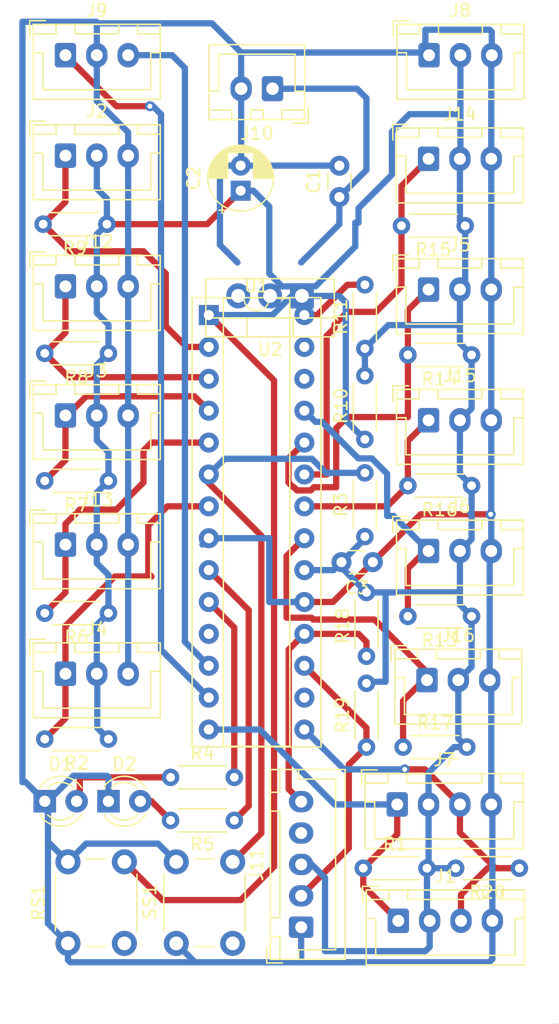
<source format=kicad_pcb>
(kicad_pcb (version 20171130) (host pcbnew "(5.1.10)-1")

  (general
    (thickness 1.6)
    (drawings 1)
    (tracks 338)
    (zones 0)
    (modules 44)
    (nets 27)
  )

  (page A4)
  (layers
    (0 F.Cu signal)
    (31 B.Cu signal)
    (32 B.Adhes user)
    (33 F.Adhes user)
    (34 B.Paste user)
    (35 F.Paste user)
    (36 B.SilkS user)
    (37 F.SilkS user)
    (38 B.Mask user)
    (39 F.Mask user)
    (40 Dwgs.User user)
    (41 Cmts.User user)
    (42 Eco1.User user)
    (43 Eco2.User user)
    (44 Edge.Cuts user)
    (45 Margin user)
    (46 B.CrtYd user)
    (47 F.CrtYd user)
    (48 B.Fab user)
    (49 F.Fab user)
  )

  (setup
    (last_trace_width 0.25)
    (user_trace_width 0.5)
    (trace_clearance 0.2)
    (zone_clearance 0.508)
    (zone_45_only no)
    (trace_min 0.2)
    (via_size 0.8)
    (via_drill 0.4)
    (via_min_size 0.4)
    (via_min_drill 0.3)
    (uvia_size 0.3)
    (uvia_drill 0.1)
    (uvias_allowed no)
    (uvia_min_size 0.2)
    (uvia_min_drill 0.1)
    (edge_width 0.05)
    (segment_width 0.2)
    (pcb_text_width 0.3)
    (pcb_text_size 1.5 1.5)
    (mod_edge_width 0.12)
    (mod_text_size 1 1)
    (mod_text_width 0.15)
    (pad_size 1.524 1.524)
    (pad_drill 0.762)
    (pad_to_mask_clearance 0)
    (aux_axis_origin 0 0)
    (visible_elements 7FFFFFFF)
    (pcbplotparams
      (layerselection 0x010fc_ffffffff)
      (usegerberextensions false)
      (usegerberattributes true)
      (usegerberadvancedattributes true)
      (creategerberjobfile true)
      (excludeedgelayer true)
      (linewidth 0.100000)
      (plotframeref false)
      (viasonmask false)
      (mode 1)
      (useauxorigin false)
      (hpglpennumber 1)
      (hpglpenspeed 20)
      (hpglpendiameter 15.000000)
      (psnegative false)
      (psa4output false)
      (plotreference true)
      (plotvalue true)
      (plotinvisibletext false)
      (padsonsilk false)
      (subtractmaskfromsilk false)
      (outputformat 1)
      (mirror false)
      (drillshape 0)
      (scaleselection 1)
      (outputdirectory "../../../../../Desktop/kicad_発注用ファイル/TJ3B_mini/"))
  )

  (net 0 "")
  (net 1 GND)
  (net 2 "Net-(C1-Pad1)")
  (net 3 +5V)
  (net 4 "Net-(D1-Pad2)")
  (net 5 "Net-(D2-Pad2)")
  (net 6 SDA)
  (net 7 SCL)
  (net 8 AD1)
  (net 9 AD3)
  (net 10 AD5)
  (net 11 AD7)
  (net 12 AD9)
  (net 13 PWM1)
  (net 14 PWM2)
  (net 15 RX)
  (net 16 TX)
  (net 17 AD2)
  (net 18 AD4)
  (net 19 AD6)
  (net 20 AD8)
  (net 21 AD10)
  (net 22 RA4)
  (net 23 MON_LED)
  (net 24 PWR_LED)
  (net 25 MCLR)
  (net 26 PGD_×)

  (net_class Default "This is the default net class."
    (clearance 0.2)
    (trace_width 0.25)
    (via_dia 0.8)
    (via_drill 0.4)
    (uvia_dia 0.3)
    (uvia_drill 0.1)
    (add_net +5V)
    (add_net AD1)
    (add_net AD10)
    (add_net AD2)
    (add_net AD3)
    (add_net AD4)
    (add_net AD5)
    (add_net AD6)
    (add_net AD7)
    (add_net AD8)
    (add_net AD9)
    (add_net GND)
    (add_net MCLR)
    (add_net MON_LED)
    (add_net "Net-(C1-Pad1)")
    (add_net "Net-(D1-Pad2)")
    (add_net "Net-(D2-Pad2)")
    (add_net "Net-(J11-Pad4)")
    (add_net "Net-(U1-Pad11)")
    (add_net "Net-(U1-Pad16)")
    (add_net "Net-(U1-Pad26)")
    (add_net "Net-(U1-Pad27)")
    (add_net PGD_×)
    (add_net PWM1)
    (add_net PWM2)
    (add_net PWR_LED)
    (add_net RA4)
    (add_net RX)
    (add_net SCL)
    (add_net SDA)
    (add_net TX)
  )

  (module Package_TO_SOT_THT:TO-220-3_Vertical (layer F.Cu) (tedit 5AC8BA0D) (tstamp 629060BA)
    (at 155 95.5 180)
    (descr "TO-220-3, Vertical, RM 2.54mm, see https://www.vishay.com/docs/66542/to-220-1.pdf")
    (tags "TO-220-3 Vertical RM 2.54mm")
    (path /62714F90)
    (fp_text reference U2 (at 2.54 -4.27) (layer F.SilkS)
      (effects (font (size 1 1) (thickness 0.15)))
    )
    (fp_text value L7805 (at 2.54 2.5) (layer F.Fab)
      (effects (font (size 1 1) (thickness 0.15)))
    )
    (fp_text user %R (at 2.54 -4.27) (layer F.Fab)
      (effects (font (size 1 1) (thickness 0.15)))
    )
    (fp_line (start -2.46 -3.15) (end -2.46 1.25) (layer F.Fab) (width 0.1))
    (fp_line (start -2.46 1.25) (end 7.54 1.25) (layer F.Fab) (width 0.1))
    (fp_line (start 7.54 1.25) (end 7.54 -3.15) (layer F.Fab) (width 0.1))
    (fp_line (start 7.54 -3.15) (end -2.46 -3.15) (layer F.Fab) (width 0.1))
    (fp_line (start -2.46 -1.88) (end 7.54 -1.88) (layer F.Fab) (width 0.1))
    (fp_line (start 0.69 -3.15) (end 0.69 -1.88) (layer F.Fab) (width 0.1))
    (fp_line (start 4.39 -3.15) (end 4.39 -1.88) (layer F.Fab) (width 0.1))
    (fp_line (start -2.58 -3.27) (end 7.66 -3.27) (layer F.SilkS) (width 0.12))
    (fp_line (start -2.58 1.371) (end 7.66 1.371) (layer F.SilkS) (width 0.12))
    (fp_line (start -2.58 -3.27) (end -2.58 1.371) (layer F.SilkS) (width 0.12))
    (fp_line (start 7.66 -3.27) (end 7.66 1.371) (layer F.SilkS) (width 0.12))
    (fp_line (start -2.58 -1.76) (end 7.66 -1.76) (layer F.SilkS) (width 0.12))
    (fp_line (start 0.69 -3.27) (end 0.69 -1.76) (layer F.SilkS) (width 0.12))
    (fp_line (start 4.391 -3.27) (end 4.391 -1.76) (layer F.SilkS) (width 0.12))
    (fp_line (start -2.71 -3.4) (end -2.71 1.51) (layer F.CrtYd) (width 0.05))
    (fp_line (start -2.71 1.51) (end 7.79 1.51) (layer F.CrtYd) (width 0.05))
    (fp_line (start 7.79 1.51) (end 7.79 -3.4) (layer F.CrtYd) (width 0.05))
    (fp_line (start 7.79 -3.4) (end -2.71 -3.4) (layer F.CrtYd) (width 0.05))
    (pad 3 thru_hole oval (at 5.08 0 180) (size 1.905 2) (drill 1.1) (layers *.Cu *.Mask)
      (net 3 +5V))
    (pad 2 thru_hole oval (at 2.54 0 180) (size 1.905 2) (drill 1.1) (layers *.Cu *.Mask)
      (net 1 GND))
    (pad 1 thru_hole rect (at 0 0 180) (size 1.905 2) (drill 1.1) (layers *.Cu *.Mask)
      (net 2 "Net-(C1-Pad1)"))
    (model ${KISYS3DMOD}/Package_TO_SOT_THT.3dshapes/TO-220-3_Vertical.wrl
      (at (xyz 0 0 0))
      (scale (xyz 1 1 1))
      (rotate (xyz 0 0 0))
    )
  )

  (module Package_DIP:DIP-28_W7.62mm_Socket (layer F.Cu) (tedit 5A02E8C5) (tstamp 623C24E5)
    (at 147.574 97.028)
    (descr "28-lead though-hole mounted DIP package, row spacing 7.62 mm (300 mils), Socket")
    (tags "THT DIP DIL PDIP 2.54mm 7.62mm 300mil Socket")
    (path /6235D325)
    (fp_text reference U1 (at 3.81 -2.33) (layer F.SilkS)
      (effects (font (size 1 1) (thickness 0.15)))
    )
    (fp_text value TJ3_mein (at 3.81 35.35) (layer F.Fab)
      (effects (font (size 1 1) (thickness 0.15)))
    )
    (fp_line (start 9.15 -1.6) (end -1.55 -1.6) (layer F.CrtYd) (width 0.05))
    (fp_line (start 9.15 34.65) (end 9.15 -1.6) (layer F.CrtYd) (width 0.05))
    (fp_line (start -1.55 34.65) (end 9.15 34.65) (layer F.CrtYd) (width 0.05))
    (fp_line (start -1.55 -1.6) (end -1.55 34.65) (layer F.CrtYd) (width 0.05))
    (fp_line (start 8.95 -1.39) (end -1.33 -1.39) (layer F.SilkS) (width 0.12))
    (fp_line (start 8.95 34.41) (end 8.95 -1.39) (layer F.SilkS) (width 0.12))
    (fp_line (start -1.33 34.41) (end 8.95 34.41) (layer F.SilkS) (width 0.12))
    (fp_line (start -1.33 -1.39) (end -1.33 34.41) (layer F.SilkS) (width 0.12))
    (fp_line (start 6.46 -1.33) (end 4.81 -1.33) (layer F.SilkS) (width 0.12))
    (fp_line (start 6.46 34.35) (end 6.46 -1.33) (layer F.SilkS) (width 0.12))
    (fp_line (start 1.16 34.35) (end 6.46 34.35) (layer F.SilkS) (width 0.12))
    (fp_line (start 1.16 -1.33) (end 1.16 34.35) (layer F.SilkS) (width 0.12))
    (fp_line (start 2.81 -1.33) (end 1.16 -1.33) (layer F.SilkS) (width 0.12))
    (fp_line (start 8.89 -1.33) (end -1.27 -1.33) (layer F.Fab) (width 0.1))
    (fp_line (start 8.89 34.35) (end 8.89 -1.33) (layer F.Fab) (width 0.1))
    (fp_line (start -1.27 34.35) (end 8.89 34.35) (layer F.Fab) (width 0.1))
    (fp_line (start -1.27 -1.33) (end -1.27 34.35) (layer F.Fab) (width 0.1))
    (fp_line (start 0.635 -0.27) (end 1.635 -1.27) (layer F.Fab) (width 0.1))
    (fp_line (start 0.635 34.29) (end 0.635 -0.27) (layer F.Fab) (width 0.1))
    (fp_line (start 6.985 34.29) (end 0.635 34.29) (layer F.Fab) (width 0.1))
    (fp_line (start 6.985 -1.27) (end 6.985 34.29) (layer F.Fab) (width 0.1))
    (fp_line (start 1.635 -1.27) (end 6.985 -1.27) (layer F.Fab) (width 0.1))
    (fp_text user %R (at 3.81 16.51) (layer F.Fab)
      (effects (font (size 1 1) (thickness 0.15)))
    )
    (fp_arc (start 3.81 -1.33) (end 2.81 -1.33) (angle -180) (layer F.SilkS) (width 0.12))
    (pad 28 thru_hole oval (at 7.62 0) (size 1.6 1.6) (drill 0.8) (layers *.Cu *.Mask)
      (net 26 PGD_×))
    (pad 14 thru_hole oval (at 0 33.02) (size 1.6 1.6) (drill 0.8) (layers *.Cu *.Mask)
      (net 7 SCL))
    (pad 27 thru_hole oval (at 7.62 2.54) (size 1.6 1.6) (drill 0.8) (layers *.Cu *.Mask))
    (pad 13 thru_hole oval (at 0 30.48) (size 1.6 1.6) (drill 0.8) (layers *.Cu *.Mask)
      (net 14 PWM2))
    (pad 26 thru_hole oval (at 7.62 5.08) (size 1.6 1.6) (drill 0.8) (layers *.Cu *.Mask))
    (pad 12 thru_hole oval (at 0 27.94) (size 1.6 1.6) (drill 0.8) (layers *.Cu *.Mask)
      (net 13 PWM1))
    (pad 25 thru_hole oval (at 7.62 7.62) (size 1.6 1.6) (drill 0.8) (layers *.Cu *.Mask)
      (net 12 AD9))
    (pad 11 thru_hole oval (at 0 25.4) (size 1.6 1.6) (drill 0.8) (layers *.Cu *.Mask))
    (pad 24 thru_hole oval (at 7.62 10.16) (size 1.6 1.6) (drill 0.8) (layers *.Cu *.Mask)
      (net 11 AD7))
    (pad 10 thru_hole oval (at 0 22.86) (size 1.6 1.6) (drill 0.8) (layers *.Cu *.Mask)
      (net 23 MON_LED))
    (pad 23 thru_hole oval (at 7.62 12.7) (size 1.6 1.6) (drill 0.8) (layers *.Cu *.Mask)
      (net 19 AD6))
    (pad 9 thru_hole oval (at 0 20.32) (size 1.6 1.6) (drill 0.8) (layers *.Cu *.Mask)
      (net 24 PWR_LED))
    (pad 22 thru_hole oval (at 7.62 15.24) (size 1.6 1.6) (drill 0.8) (layers *.Cu *.Mask)
      (net 20 AD8))
    (pad 8 thru_hole oval (at 0 17.78) (size 1.6 1.6) (drill 0.8) (layers *.Cu *.Mask)
      (net 1 GND))
    (pad 21 thru_hole oval (at 7.62 17.78) (size 1.6 1.6) (drill 0.8) (layers *.Cu *.Mask)
      (net 21 AD10))
    (pad 7 thru_hole oval (at 0 15.24) (size 1.6 1.6) (drill 0.8) (layers *.Cu *.Mask)
      (net 10 AD5))
    (pad 20 thru_hole oval (at 7.62 20.32) (size 1.6 1.6) (drill 0.8) (layers *.Cu *.Mask)
      (net 3 +5V))
    (pad 6 thru_hole oval (at 0 12.7) (size 1.6 1.6) (drill 0.8) (layers *.Cu *.Mask)
      (net 22 RA4))
    (pad 19 thru_hole oval (at 7.62 22.86) (size 1.6 1.6) (drill 0.8) (layers *.Cu *.Mask)
      (net 1 GND))
    (pad 5 thru_hole oval (at 0 10.16) (size 1.6 1.6) (drill 0.8) (layers *.Cu *.Mask)
      (net 18 AD4))
    (pad 18 thru_hole oval (at 7.62 25.4) (size 1.6 1.6) (drill 0.8) (layers *.Cu *.Mask)
      (net 15 RX))
    (pad 4 thru_hole oval (at 0 7.62) (size 1.6 1.6) (drill 0.8) (layers *.Cu *.Mask)
      (net 9 AD3))
    (pad 17 thru_hole oval (at 7.62 27.94) (size 1.6 1.6) (drill 0.8) (layers *.Cu *.Mask)
      (net 16 TX))
    (pad 3 thru_hole oval (at 0 5.08) (size 1.6 1.6) (drill 0.8) (layers *.Cu *.Mask)
      (net 17 AD2))
    (pad 16 thru_hole oval (at 7.62 30.48) (size 1.6 1.6) (drill 0.8) (layers *.Cu *.Mask))
    (pad 2 thru_hole oval (at 0 2.54) (size 1.6 1.6) (drill 0.8) (layers *.Cu *.Mask)
      (net 8 AD1))
    (pad 15 thru_hole oval (at 7.62 33.02) (size 1.6 1.6) (drill 0.8) (layers *.Cu *.Mask)
      (net 6 SDA))
    (pad 1 thru_hole rect (at 0 0) (size 1.6 1.6) (drill 0.8) (layers *.Cu *.Mask)
      (net 25 MCLR))
    (model ${KISYS3DMOD}/Package_DIP.3dshapes/DIP-28_W7.62mm_Socket.wrl
      (at (xyz 0 0 0))
      (scale (xyz 1 1 1))
      (rotate (xyz 0 0 0))
    )
  )

  (module Button_Switch_THT:SW_PUSH_6mm (layer F.Cu) (tedit 5A02FE31) (tstamp 623C24AD)
    (at 149.479 140.589 270)
    (descr https://www.omron.com/ecb/products/pdf/en-b3f.pdf)
    (tags "tact sw push 6mm")
    (path /623986AF)
    (fp_text reference SS1 (at 3.175 6.604 90) (layer F.SilkS)
      (effects (font (size 1 1) (thickness 0.15)))
    )
    (fp_text value SW_Push (at 3.75 6.7 90) (layer F.Fab)
      (effects (font (size 1 1) (thickness 0.15)))
    )
    (fp_circle (center 3.25 2.25) (end 1.25 2.5) (layer F.Fab) (width 0.1))
    (fp_line (start 6.75 3) (end 6.75 1.5) (layer F.SilkS) (width 0.12))
    (fp_line (start 5.5 -1) (end 1 -1) (layer F.SilkS) (width 0.12))
    (fp_line (start -0.25 1.5) (end -0.25 3) (layer F.SilkS) (width 0.12))
    (fp_line (start 1 5.5) (end 5.5 5.5) (layer F.SilkS) (width 0.12))
    (fp_line (start 8 -1.25) (end 8 5.75) (layer F.CrtYd) (width 0.05))
    (fp_line (start 7.75 6) (end -1.25 6) (layer F.CrtYd) (width 0.05))
    (fp_line (start -1.5 5.75) (end -1.5 -1.25) (layer F.CrtYd) (width 0.05))
    (fp_line (start -1.25 -1.5) (end 7.75 -1.5) (layer F.CrtYd) (width 0.05))
    (fp_line (start -1.5 6) (end -1.25 6) (layer F.CrtYd) (width 0.05))
    (fp_line (start -1.5 5.75) (end -1.5 6) (layer F.CrtYd) (width 0.05))
    (fp_line (start -1.5 -1.5) (end -1.25 -1.5) (layer F.CrtYd) (width 0.05))
    (fp_line (start -1.5 -1.25) (end -1.5 -1.5) (layer F.CrtYd) (width 0.05))
    (fp_line (start 8 -1.5) (end 8 -1.25) (layer F.CrtYd) (width 0.05))
    (fp_line (start 7.75 -1.5) (end 8 -1.5) (layer F.CrtYd) (width 0.05))
    (fp_line (start 8 6) (end 8 5.75) (layer F.CrtYd) (width 0.05))
    (fp_line (start 7.75 6) (end 8 6) (layer F.CrtYd) (width 0.05))
    (fp_line (start 0.25 -0.75) (end 3.25 -0.75) (layer F.Fab) (width 0.1))
    (fp_line (start 0.25 5.25) (end 0.25 -0.75) (layer F.Fab) (width 0.1))
    (fp_line (start 6.25 5.25) (end 0.25 5.25) (layer F.Fab) (width 0.1))
    (fp_line (start 6.25 -0.75) (end 6.25 5.25) (layer F.Fab) (width 0.1))
    (fp_line (start 3.25 -0.75) (end 6.25 -0.75) (layer F.Fab) (width 0.1))
    (fp_text user %R (at 3.25 2.25 90) (layer F.Fab)
      (effects (font (size 1 1) (thickness 0.15)))
    )
    (pad 1 thru_hole circle (at 6.5 0) (size 2 2) (drill 1.1) (layers *.Cu *.Mask)
      (net 22 RA4))
    (pad 2 thru_hole circle (at 6.5 4.5) (size 2 2) (drill 1.1) (layers *.Cu *.Mask)
      (net 1 GND))
    (pad 1 thru_hole circle (at 0 0) (size 2 2) (drill 1.1) (layers *.Cu *.Mask)
      (net 22 RA4))
    (pad 2 thru_hole circle (at 0 4.5) (size 2 2) (drill 1.1) (layers *.Cu *.Mask)
      (net 1 GND))
    (model ${KISYS3DMOD}/Button_Switch_THT.3dshapes/SW_PUSH_6mm.wrl
      (at (xyz 0 0 0))
      (scale (xyz 1 1 1))
      (rotate (xyz 0 0 0))
    )
  )

  (module Button_Switch_THT:SW_PUSH_6mm (layer F.Cu) (tedit 5A02FE31) (tstamp 623C248E)
    (at 140.843 140.589 270)
    (descr https://www.omron.com/ecb/products/pdf/en-b3f.pdf)
    (tags "tact sw push 6mm")
    (path /623A5B69)
    (fp_text reference RS1 (at 3.25 6.858 90) (layer F.SilkS)
      (effects (font (size 1 1) (thickness 0.15)))
    )
    (fp_text value SW_Push (at 3.75 6.7 90) (layer F.Fab)
      (effects (font (size 1 1) (thickness 0.15)))
    )
    (fp_circle (center 3.25 2.25) (end 1.25 2.5) (layer F.Fab) (width 0.1))
    (fp_line (start 6.75 3) (end 6.75 1.5) (layer F.SilkS) (width 0.12))
    (fp_line (start 5.5 -1) (end 1 -1) (layer F.SilkS) (width 0.12))
    (fp_line (start -0.25 1.5) (end -0.25 3) (layer F.SilkS) (width 0.12))
    (fp_line (start 1 5.5) (end 5.5 5.5) (layer F.SilkS) (width 0.12))
    (fp_line (start 8 -1.25) (end 8 5.75) (layer F.CrtYd) (width 0.05))
    (fp_line (start 7.75 6) (end -1.25 6) (layer F.CrtYd) (width 0.05))
    (fp_line (start -1.5 5.75) (end -1.5 -1.25) (layer F.CrtYd) (width 0.05))
    (fp_line (start -1.25 -1.5) (end 7.75 -1.5) (layer F.CrtYd) (width 0.05))
    (fp_line (start -1.5 6) (end -1.25 6) (layer F.CrtYd) (width 0.05))
    (fp_line (start -1.5 5.75) (end -1.5 6) (layer F.CrtYd) (width 0.05))
    (fp_line (start -1.5 -1.5) (end -1.25 -1.5) (layer F.CrtYd) (width 0.05))
    (fp_line (start -1.5 -1.25) (end -1.5 -1.5) (layer F.CrtYd) (width 0.05))
    (fp_line (start 8 -1.5) (end 8 -1.25) (layer F.CrtYd) (width 0.05))
    (fp_line (start 7.75 -1.5) (end 8 -1.5) (layer F.CrtYd) (width 0.05))
    (fp_line (start 8 6) (end 8 5.75) (layer F.CrtYd) (width 0.05))
    (fp_line (start 7.75 6) (end 8 6) (layer F.CrtYd) (width 0.05))
    (fp_line (start 0.25 -0.75) (end 3.25 -0.75) (layer F.Fab) (width 0.1))
    (fp_line (start 0.25 5.25) (end 0.25 -0.75) (layer F.Fab) (width 0.1))
    (fp_line (start 6.25 5.25) (end 0.25 5.25) (layer F.Fab) (width 0.1))
    (fp_line (start 6.25 -0.75) (end 6.25 5.25) (layer F.Fab) (width 0.1))
    (fp_line (start 3.25 -0.75) (end 6.25 -0.75) (layer F.Fab) (width 0.1))
    (fp_text user %R (at 3.25 2.25 90) (layer F.Fab)
      (effects (font (size 1 1) (thickness 0.15)))
    )
    (pad 1 thru_hole circle (at 6.5 0) (size 2 2) (drill 1.1) (layers *.Cu *.Mask)
      (net 25 MCLR))
    (pad 2 thru_hole circle (at 6.5 4.5) (size 2 2) (drill 1.1) (layers *.Cu *.Mask)
      (net 1 GND))
    (pad 1 thru_hole circle (at 0 0) (size 2 2) (drill 1.1) (layers *.Cu *.Mask)
      (net 25 MCLR))
    (pad 2 thru_hole circle (at 0 4.5) (size 2 2) (drill 1.1) (layers *.Cu *.Mask)
      (net 1 GND))
    (model ${KISYS3DMOD}/Button_Switch_THT.3dshapes/SW_PUSH_6mm.wrl
      (at (xyz 0 0 0))
      (scale (xyz 1 1 1))
      (rotate (xyz 0 0 0))
    )
  )

  (module Resistor_THT:R_Axial_DIN0204_L3.6mm_D1.6mm_P5.08mm_Horizontal (layer F.Cu) (tedit 5AE5139B) (tstamp 623C246F)
    (at 172.339 141.097 180)
    (descr "Resistor, Axial_DIN0204 series, Axial, Horizontal, pin pitch=5.08mm, 0.167W, length*diameter=3.6*1.6mm^2, http://cdn-reichelt.de/documents/datenblatt/B400/1_4W%23YAG.pdf")
    (tags "Resistor Axial_DIN0204 series Axial Horizontal pin pitch 5.08mm 0.167W length 3.6mm diameter 1.6mm")
    (path /62391129)
    (fp_text reference R20 (at 2.54 -1.92) (layer F.SilkS)
      (effects (font (size 1 1) (thickness 0.15)))
    )
    (fp_text value R (at 2.54 1.92) (layer F.Fab)
      (effects (font (size 1 1) (thickness 0.15)))
    )
    (fp_line (start 6.03 -1.05) (end -0.95 -1.05) (layer F.CrtYd) (width 0.05))
    (fp_line (start 6.03 1.05) (end 6.03 -1.05) (layer F.CrtYd) (width 0.05))
    (fp_line (start -0.95 1.05) (end 6.03 1.05) (layer F.CrtYd) (width 0.05))
    (fp_line (start -0.95 -1.05) (end -0.95 1.05) (layer F.CrtYd) (width 0.05))
    (fp_line (start 0.62 0.92) (end 4.46 0.92) (layer F.SilkS) (width 0.12))
    (fp_line (start 0.62 -0.92) (end 4.46 -0.92) (layer F.SilkS) (width 0.12))
    (fp_line (start 5.08 0) (end 4.34 0) (layer F.Fab) (width 0.1))
    (fp_line (start 0 0) (end 0.74 0) (layer F.Fab) (width 0.1))
    (fp_line (start 4.34 -0.8) (end 0.74 -0.8) (layer F.Fab) (width 0.1))
    (fp_line (start 4.34 0.8) (end 4.34 -0.8) (layer F.Fab) (width 0.1))
    (fp_line (start 0.74 0.8) (end 4.34 0.8) (layer F.Fab) (width 0.1))
    (fp_line (start 0.74 -0.8) (end 0.74 0.8) (layer F.Fab) (width 0.1))
    (fp_text user %R (at 2.54 0) (layer F.Fab)
      (effects (font (size 0.72 0.72) (thickness 0.108)))
    )
    (pad 2 thru_hole oval (at 5.08 0 180) (size 1.4 1.4) (drill 0.7) (layers *.Cu *.Mask)
      (net 3 +5V))
    (pad 1 thru_hole circle (at 0 0 180) (size 1.4 1.4) (drill 0.7) (layers *.Cu *.Mask)
      (net 6 SDA))
    (model ${KISYS3DMOD}/Resistor_THT.3dshapes/R_Axial_DIN0204_L3.6mm_D1.6mm_P5.08mm_Horizontal.wrl
      (at (xyz 0 0 0))
      (scale (xyz 1 1 1))
      (rotate (xyz 0 0 0))
    )
  )

  (module Resistor_THT:R_Axial_DIN0204_L3.6mm_D1.6mm_P5.08mm_Horizontal (layer F.Cu) (tedit 5AE5139B) (tstamp 623C245C)
    (at 160.147 131.445 90)
    (descr "Resistor, Axial_DIN0204 series, Axial, Horizontal, pin pitch=5.08mm, 0.167W, length*diameter=3.6*1.6mm^2, http://cdn-reichelt.de/documents/datenblatt/B400/1_4W%23YAG.pdf")
    (tags "Resistor Axial_DIN0204 series Axial Horizontal pin pitch 5.08mm 0.167W length 3.6mm diameter 1.6mm")
    (path /6239112F)
    (fp_text reference R19 (at 2.54 -1.92 90) (layer F.SilkS)
      (effects (font (size 1 1) (thickness 0.15)))
    )
    (fp_text value R (at 2.54 1.92 90) (layer F.Fab)
      (effects (font (size 1 1) (thickness 0.15)))
    )
    (fp_line (start 6.03 -1.05) (end -0.95 -1.05) (layer F.CrtYd) (width 0.05))
    (fp_line (start 6.03 1.05) (end 6.03 -1.05) (layer F.CrtYd) (width 0.05))
    (fp_line (start -0.95 1.05) (end 6.03 1.05) (layer F.CrtYd) (width 0.05))
    (fp_line (start -0.95 -1.05) (end -0.95 1.05) (layer F.CrtYd) (width 0.05))
    (fp_line (start 0.62 0.92) (end 4.46 0.92) (layer F.SilkS) (width 0.12))
    (fp_line (start 0.62 -0.92) (end 4.46 -0.92) (layer F.SilkS) (width 0.12))
    (fp_line (start 5.08 0) (end 4.34 0) (layer F.Fab) (width 0.1))
    (fp_line (start 0 0) (end 0.74 0) (layer F.Fab) (width 0.1))
    (fp_line (start 4.34 -0.8) (end 0.74 -0.8) (layer F.Fab) (width 0.1))
    (fp_line (start 4.34 0.8) (end 4.34 -0.8) (layer F.Fab) (width 0.1))
    (fp_line (start 0.74 0.8) (end 4.34 0.8) (layer F.Fab) (width 0.1))
    (fp_line (start 0.74 -0.8) (end 0.74 0.8) (layer F.Fab) (width 0.1))
    (fp_text user %R (at 2.54 0 90) (layer F.Fab)
      (effects (font (size 0.72 0.72) (thickness 0.108)))
    )
    (pad 2 thru_hole oval (at 5.08 0 90) (size 1.4 1.4) (drill 0.7) (layers *.Cu *.Mask)
      (net 3 +5V))
    (pad 1 thru_hole circle (at 0 0 90) (size 1.4 1.4) (drill 0.7) (layers *.Cu *.Mask)
      (net 16 TX))
    (model ${KISYS3DMOD}/Resistor_THT.3dshapes/R_Axial_DIN0204_L3.6mm_D1.6mm_P5.08mm_Horizontal.wrl
      (at (xyz 0 0 0))
      (scale (xyz 1 1 1))
      (rotate (xyz 0 0 0))
    )
  )

  (module Resistor_THT:R_Axial_DIN0204_L3.6mm_D1.6mm_P5.08mm_Horizontal (layer F.Cu) (tedit 5AE5139B) (tstamp 623C2449)
    (at 160.147 119.126 270)
    (descr "Resistor, Axial_DIN0204 series, Axial, Horizontal, pin pitch=5.08mm, 0.167W, length*diameter=3.6*1.6mm^2, http://cdn-reichelt.de/documents/datenblatt/B400/1_4W%23YAG.pdf")
    (tags "Resistor Axial_DIN0204 series Axial Horizontal pin pitch 5.08mm 0.167W length 3.6mm diameter 1.6mm")
    (path /62391135)
    (fp_text reference R18 (at 2.667 1.905 90) (layer F.SilkS)
      (effects (font (size 1 1) (thickness 0.15)))
    )
    (fp_text value R (at 2.54 1.92 90) (layer F.Fab)
      (effects (font (size 1 1) (thickness 0.15)))
    )
    (fp_line (start 6.03 -1.05) (end -0.95 -1.05) (layer F.CrtYd) (width 0.05))
    (fp_line (start 6.03 1.05) (end 6.03 -1.05) (layer F.CrtYd) (width 0.05))
    (fp_line (start -0.95 1.05) (end 6.03 1.05) (layer F.CrtYd) (width 0.05))
    (fp_line (start -0.95 -1.05) (end -0.95 1.05) (layer F.CrtYd) (width 0.05))
    (fp_line (start 0.62 0.92) (end 4.46 0.92) (layer F.SilkS) (width 0.12))
    (fp_line (start 0.62 -0.92) (end 4.46 -0.92) (layer F.SilkS) (width 0.12))
    (fp_line (start 5.08 0) (end 4.34 0) (layer F.Fab) (width 0.1))
    (fp_line (start 0 0) (end 0.74 0) (layer F.Fab) (width 0.1))
    (fp_line (start 4.34 -0.8) (end 0.74 -0.8) (layer F.Fab) (width 0.1))
    (fp_line (start 4.34 0.8) (end 4.34 -0.8) (layer F.Fab) (width 0.1))
    (fp_line (start 0.74 0.8) (end 4.34 0.8) (layer F.Fab) (width 0.1))
    (fp_line (start 0.74 -0.8) (end 0.74 0.8) (layer F.Fab) (width 0.1))
    (fp_text user %R (at 2.54 0 90) (layer F.Fab)
      (effects (font (size 0.72 0.72) (thickness 0.108)))
    )
    (pad 2 thru_hole oval (at 5.08 0 270) (size 1.4 1.4) (drill 0.7) (layers *.Cu *.Mask)
      (net 15 RX))
    (pad 1 thru_hole circle (at 0 0 270) (size 1.4 1.4) (drill 0.7) (layers *.Cu *.Mask)
      (net 3 +5V))
    (model ${KISYS3DMOD}/Resistor_THT.3dshapes/R_Axial_DIN0204_L3.6mm_D1.6mm_P5.08mm_Horizontal.wrl
      (at (xyz 0 0 0))
      (scale (xyz 1 1 1))
      (rotate (xyz 0 0 0))
    )
  )

  (module Resistor_THT:R_Axial_DIN0204_L3.6mm_D1.6mm_P5.08mm_Horizontal (layer F.Cu) (tedit 5AE5139B) (tstamp 623C2436)
    (at 163.068 131.445)
    (descr "Resistor, Axial_DIN0204 series, Axial, Horizontal, pin pitch=5.08mm, 0.167W, length*diameter=3.6*1.6mm^2, http://cdn-reichelt.de/documents/datenblatt/B400/1_4W%23YAG.pdf")
    (tags "Resistor Axial_DIN0204 series Axial Horizontal pin pitch 5.08mm 0.167W length 3.6mm diameter 1.6mm")
    (path /62379FE0)
    (fp_text reference R17 (at 2.54 -1.92) (layer F.SilkS)
      (effects (font (size 1 1) (thickness 0.15)))
    )
    (fp_text value R (at 2.54 1.92) (layer F.Fab)
      (effects (font (size 1 1) (thickness 0.15)))
    )
    (fp_line (start 6.03 -1.05) (end -0.95 -1.05) (layer F.CrtYd) (width 0.05))
    (fp_line (start 6.03 1.05) (end 6.03 -1.05) (layer F.CrtYd) (width 0.05))
    (fp_line (start -0.95 1.05) (end 6.03 1.05) (layer F.CrtYd) (width 0.05))
    (fp_line (start -0.95 -1.05) (end -0.95 1.05) (layer F.CrtYd) (width 0.05))
    (fp_line (start 0.62 0.92) (end 4.46 0.92) (layer F.SilkS) (width 0.12))
    (fp_line (start 0.62 -0.92) (end 4.46 -0.92) (layer F.SilkS) (width 0.12))
    (fp_line (start 5.08 0) (end 4.34 0) (layer F.Fab) (width 0.1))
    (fp_line (start 0 0) (end 0.74 0) (layer F.Fab) (width 0.1))
    (fp_line (start 4.34 -0.8) (end 0.74 -0.8) (layer F.Fab) (width 0.1))
    (fp_line (start 4.34 0.8) (end 4.34 -0.8) (layer F.Fab) (width 0.1))
    (fp_line (start 0.74 0.8) (end 4.34 0.8) (layer F.Fab) (width 0.1))
    (fp_line (start 0.74 -0.8) (end 0.74 0.8) (layer F.Fab) (width 0.1))
    (fp_text user %R (at 2.54 0) (layer F.Fab)
      (effects (font (size 0.72 0.72) (thickness 0.108)))
    )
    (pad 2 thru_hole oval (at 5.08 0) (size 1.4 1.4) (drill 0.7) (layers *.Cu *.Mask)
      (net 3 +5V))
    (pad 1 thru_hole circle (at 0 0) (size 1.4 1.4) (drill 0.7) (layers *.Cu *.Mask)
      (net 21 AD10))
    (model ${KISYS3DMOD}/Resistor_THT.3dshapes/R_Axial_DIN0204_L3.6mm_D1.6mm_P5.08mm_Horizontal.wrl
      (at (xyz 0 0 0))
      (scale (xyz 1 1 1))
      (rotate (xyz 0 0 0))
    )
  )

  (module Resistor_THT:R_Axial_DIN0204_L3.6mm_D1.6mm_P5.08mm_Horizontal (layer F.Cu) (tedit 5AE5139B) (tstamp 623C2423)
    (at 168.529 110.617 180)
    (descr "Resistor, Axial_DIN0204 series, Axial, Horizontal, pin pitch=5.08mm, 0.167W, length*diameter=3.6*1.6mm^2, http://cdn-reichelt.de/documents/datenblatt/B400/1_4W%23YAG.pdf")
    (tags "Resistor Axial_DIN0204 series Axial Horizontal pin pitch 5.08mm 0.167W length 3.6mm diameter 1.6mm")
    (path /62379FDA)
    (fp_text reference R16 (at 2.54 -1.92) (layer F.SilkS)
      (effects (font (size 1 1) (thickness 0.15)))
    )
    (fp_text value R (at 2.54 1.92) (layer F.Fab)
      (effects (font (size 1 1) (thickness 0.15)))
    )
    (fp_line (start 6.03 -1.05) (end -0.95 -1.05) (layer F.CrtYd) (width 0.05))
    (fp_line (start 6.03 1.05) (end 6.03 -1.05) (layer F.CrtYd) (width 0.05))
    (fp_line (start -0.95 1.05) (end 6.03 1.05) (layer F.CrtYd) (width 0.05))
    (fp_line (start -0.95 -1.05) (end -0.95 1.05) (layer F.CrtYd) (width 0.05))
    (fp_line (start 0.62 0.92) (end 4.46 0.92) (layer F.SilkS) (width 0.12))
    (fp_line (start 0.62 -0.92) (end 4.46 -0.92) (layer F.SilkS) (width 0.12))
    (fp_line (start 5.08 0) (end 4.34 0) (layer F.Fab) (width 0.1))
    (fp_line (start 0 0) (end 0.74 0) (layer F.Fab) (width 0.1))
    (fp_line (start 4.34 -0.8) (end 0.74 -0.8) (layer F.Fab) (width 0.1))
    (fp_line (start 4.34 0.8) (end 4.34 -0.8) (layer F.Fab) (width 0.1))
    (fp_line (start 0.74 0.8) (end 4.34 0.8) (layer F.Fab) (width 0.1))
    (fp_line (start 0.74 -0.8) (end 0.74 0.8) (layer F.Fab) (width 0.1))
    (fp_text user %R (at 2.54 0) (layer F.Fab)
      (effects (font (size 0.72 0.72) (thickness 0.108)))
    )
    (pad 2 thru_hole oval (at 5.08 0 180) (size 1.4 1.4) (drill 0.7) (layers *.Cu *.Mask)
      (net 20 AD8))
    (pad 1 thru_hole circle (at 0 0 180) (size 1.4 1.4) (drill 0.7) (layers *.Cu *.Mask)
      (net 3 +5V))
    (model ${KISYS3DMOD}/Resistor_THT.3dshapes/R_Axial_DIN0204_L3.6mm_D1.6mm_P5.08mm_Horizontal.wrl
      (at (xyz 0 0 0))
      (scale (xyz 1 1 1))
      (rotate (xyz 0 0 0))
    )
  )

  (module Resistor_THT:R_Axial_DIN0204_L3.6mm_D1.6mm_P5.08mm_Horizontal (layer F.Cu) (tedit 5AE5139B) (tstamp 623C2410)
    (at 168.021 89.916 180)
    (descr "Resistor, Axial_DIN0204 series, Axial, Horizontal, pin pitch=5.08mm, 0.167W, length*diameter=3.6*1.6mm^2, http://cdn-reichelt.de/documents/datenblatt/B400/1_4W%23YAG.pdf")
    (tags "Resistor Axial_DIN0204 series Axial Horizontal pin pitch 5.08mm 0.167W length 3.6mm diameter 1.6mm")
    (path /62379FD4)
    (fp_text reference R15 (at 2.54 -1.92) (layer F.SilkS)
      (effects (font (size 1 1) (thickness 0.15)))
    )
    (fp_text value R (at 2.54 1.92) (layer F.Fab)
      (effects (font (size 1 1) (thickness 0.15)))
    )
    (fp_line (start 6.03 -1.05) (end -0.95 -1.05) (layer F.CrtYd) (width 0.05))
    (fp_line (start 6.03 1.05) (end 6.03 -1.05) (layer F.CrtYd) (width 0.05))
    (fp_line (start -0.95 1.05) (end 6.03 1.05) (layer F.CrtYd) (width 0.05))
    (fp_line (start -0.95 -1.05) (end -0.95 1.05) (layer F.CrtYd) (width 0.05))
    (fp_line (start 0.62 0.92) (end 4.46 0.92) (layer F.SilkS) (width 0.12))
    (fp_line (start 0.62 -0.92) (end 4.46 -0.92) (layer F.SilkS) (width 0.12))
    (fp_line (start 5.08 0) (end 4.34 0) (layer F.Fab) (width 0.1))
    (fp_line (start 0 0) (end 0.74 0) (layer F.Fab) (width 0.1))
    (fp_line (start 4.34 -0.8) (end 0.74 -0.8) (layer F.Fab) (width 0.1))
    (fp_line (start 4.34 0.8) (end 4.34 -0.8) (layer F.Fab) (width 0.1))
    (fp_line (start 0.74 0.8) (end 4.34 0.8) (layer F.Fab) (width 0.1))
    (fp_line (start 0.74 -0.8) (end 0.74 0.8) (layer F.Fab) (width 0.1))
    (fp_text user %R (at 6.35 0) (layer F.Fab)
      (effects (font (size 0.72 0.72) (thickness 0.108)))
    )
    (pad 2 thru_hole oval (at 5.08 0 180) (size 1.4 1.4) (drill 0.7) (layers *.Cu *.Mask)
      (net 19 AD6))
    (pad 1 thru_hole circle (at 0 0 180) (size 1.4 1.4) (drill 0.7) (layers *.Cu *.Mask)
      (net 3 +5V))
    (model ${KISYS3DMOD}/Resistor_THT.3dshapes/R_Axial_DIN0204_L3.6mm_D1.6mm_P5.08mm_Horizontal.wrl
      (at (xyz 0 0 0))
      (scale (xyz 1 1 1))
      (rotate (xyz 0 0 0))
    )
  )

  (module Resistor_THT:R_Axial_DIN0204_L3.6mm_D1.6mm_P5.08mm_Horizontal (layer F.Cu) (tedit 5AE5139B) (tstamp 623C23FD)
    (at 168.529 100.203 180)
    (descr "Resistor, Axial_DIN0204 series, Axial, Horizontal, pin pitch=5.08mm, 0.167W, length*diameter=3.6*1.6mm^2, http://cdn-reichelt.de/documents/datenblatt/B400/1_4W%23YAG.pdf")
    (tags "Resistor Axial_DIN0204 series Axial Horizontal pin pitch 5.08mm 0.167W length 3.6mm diameter 1.6mm")
    (path /62379FCE)
    (fp_text reference R14 (at 2.54 -1.92) (layer F.SilkS)
      (effects (font (size 1 1) (thickness 0.15)))
    )
    (fp_text value R (at 2.54 1.92) (layer F.Fab)
      (effects (font (size 1 1) (thickness 0.15)))
    )
    (fp_line (start 6.03 -1.05) (end -0.95 -1.05) (layer F.CrtYd) (width 0.05))
    (fp_line (start 6.03 1.05) (end 6.03 -1.05) (layer F.CrtYd) (width 0.05))
    (fp_line (start -0.95 1.05) (end 6.03 1.05) (layer F.CrtYd) (width 0.05))
    (fp_line (start -0.95 -1.05) (end -0.95 1.05) (layer F.CrtYd) (width 0.05))
    (fp_line (start 0.62 0.92) (end 4.46 0.92) (layer F.SilkS) (width 0.12))
    (fp_line (start 0.62 -0.92) (end 4.46 -0.92) (layer F.SilkS) (width 0.12))
    (fp_line (start 5.08 0) (end 4.34 0) (layer F.Fab) (width 0.1))
    (fp_line (start 0 0) (end 0.74 0) (layer F.Fab) (width 0.1))
    (fp_line (start 4.34 -0.8) (end 0.74 -0.8) (layer F.Fab) (width 0.1))
    (fp_line (start 4.34 0.8) (end 4.34 -0.8) (layer F.Fab) (width 0.1))
    (fp_line (start 0.74 0.8) (end 4.34 0.8) (layer F.Fab) (width 0.1))
    (fp_line (start 0.74 -0.8) (end 0.74 0.8) (layer F.Fab) (width 0.1))
    (fp_text user %R (at 2.54 0) (layer F.Fab)
      (effects (font (size 0.72 0.72) (thickness 0.108)))
    )
    (pad 2 thru_hole oval (at 5.08 0 180) (size 1.4 1.4) (drill 0.7) (layers *.Cu *.Mask)
      (net 11 AD7))
    (pad 1 thru_hole circle (at 0 0 180) (size 1.4 1.4) (drill 0.7) (layers *.Cu *.Mask)
      (net 3 +5V))
    (model ${KISYS3DMOD}/Resistor_THT.3dshapes/R_Axial_DIN0204_L3.6mm_D1.6mm_P5.08mm_Horizontal.wrl
      (at (xyz 0 0 0))
      (scale (xyz 1 1 1))
      (rotate (xyz 0 0 0))
    )
  )

  (module Resistor_THT:R_Axial_DIN0204_L3.6mm_D1.6mm_P5.08mm_Horizontal (layer F.Cu) (tedit 5AE5139B) (tstamp 623C23EA)
    (at 168.529 121.031 180)
    (descr "Resistor, Axial_DIN0204 series, Axial, Horizontal, pin pitch=5.08mm, 0.167W, length*diameter=3.6*1.6mm^2, http://cdn-reichelt.de/documents/datenblatt/B400/1_4W%23YAG.pdf")
    (tags "Resistor Axial_DIN0204 series Axial Horizontal pin pitch 5.08mm 0.167W length 3.6mm diameter 1.6mm")
    (path /62379FC8)
    (fp_text reference R13 (at 2.54 -1.92) (layer F.SilkS)
      (effects (font (size 1 1) (thickness 0.15)))
    )
    (fp_text value R (at 2.54 1.92) (layer F.Fab)
      (effects (font (size 1 1) (thickness 0.15)))
    )
    (fp_line (start 6.03 -1.05) (end -0.95 -1.05) (layer F.CrtYd) (width 0.05))
    (fp_line (start 6.03 1.05) (end 6.03 -1.05) (layer F.CrtYd) (width 0.05))
    (fp_line (start -0.95 1.05) (end 6.03 1.05) (layer F.CrtYd) (width 0.05))
    (fp_line (start -0.95 -1.05) (end -0.95 1.05) (layer F.CrtYd) (width 0.05))
    (fp_line (start 0.62 0.92) (end 4.46 0.92) (layer F.SilkS) (width 0.12))
    (fp_line (start 0.62 -0.92) (end 4.46 -0.92) (layer F.SilkS) (width 0.12))
    (fp_line (start 5.08 0) (end 4.34 0) (layer F.Fab) (width 0.1))
    (fp_line (start 0 0) (end 0.74 0) (layer F.Fab) (width 0.1))
    (fp_line (start 4.34 -0.8) (end 0.74 -0.8) (layer F.Fab) (width 0.1))
    (fp_line (start 4.34 0.8) (end 4.34 -0.8) (layer F.Fab) (width 0.1))
    (fp_line (start 0.74 0.8) (end 4.34 0.8) (layer F.Fab) (width 0.1))
    (fp_line (start 0.74 -0.8) (end 0.74 0.8) (layer F.Fab) (width 0.1))
    (fp_text user %R (at 2.54 0) (layer F.Fab)
      (effects (font (size 0.72 0.72) (thickness 0.108)))
    )
    (pad 2 thru_hole oval (at 5.08 0 180) (size 1.4 1.4) (drill 0.7) (layers *.Cu *.Mask)
      (net 12 AD9))
    (pad 1 thru_hole circle (at 0 0 180) (size 1.4 1.4) (drill 0.7) (layers *.Cu *.Mask)
      (net 3 +5V))
    (model ${KISYS3DMOD}/Resistor_THT.3dshapes/R_Axial_DIN0204_L3.6mm_D1.6mm_P5.08mm_Horizontal.wrl
      (at (xyz 0 0 0))
      (scale (xyz 1 1 1))
      (rotate (xyz 0 0 0))
    )
  )

  (module Resistor_THT:R_Axial_DIN0204_L3.6mm_D1.6mm_P5.08mm_Horizontal (layer F.Cu) (tedit 5AE5139B) (tstamp 623C23C4)
    (at 160.02 99.695 90)
    (descr "Resistor, Axial_DIN0204 series, Axial, Horizontal, pin pitch=5.08mm, 0.167W, length*diameter=3.6*1.6mm^2, http://cdn-reichelt.de/documents/datenblatt/B400/1_4W%23YAG.pdf")
    (tags "Resistor Axial_DIN0204 series Axial Horizontal pin pitch 5.08mm 0.167W length 3.6mm diameter 1.6mm")
    (path /62379FBC)
    (fp_text reference R11 (at 2.54 -1.92 90) (layer F.SilkS)
      (effects (font (size 1 1) (thickness 0.15)))
    )
    (fp_text value 100kΩ (at 2.54 1.92 90) (layer F.Fab)
      (effects (font (size 1 1) (thickness 0.15)))
    )
    (fp_line (start 6.03 -1.05) (end -0.95 -1.05) (layer F.CrtYd) (width 0.05))
    (fp_line (start 6.03 1.05) (end 6.03 -1.05) (layer F.CrtYd) (width 0.05))
    (fp_line (start -0.95 1.05) (end 6.03 1.05) (layer F.CrtYd) (width 0.05))
    (fp_line (start -0.95 -1.05) (end -0.95 1.05) (layer F.CrtYd) (width 0.05))
    (fp_line (start 0.62 0.92) (end 4.46 0.92) (layer F.SilkS) (width 0.12))
    (fp_line (start 0.62 -0.92) (end 4.46 -0.92) (layer F.SilkS) (width 0.12))
    (fp_line (start 5.08 0) (end 4.34 0) (layer F.Fab) (width 0.1))
    (fp_line (start 0 0) (end 0.74 0) (layer F.Fab) (width 0.1))
    (fp_line (start 4.34 -0.8) (end 0.74 -0.8) (layer F.Fab) (width 0.1))
    (fp_line (start 4.34 0.8) (end 4.34 -0.8) (layer F.Fab) (width 0.1))
    (fp_line (start 0.74 0.8) (end 4.34 0.8) (layer F.Fab) (width 0.1))
    (fp_line (start 0.74 -0.8) (end 0.74 0.8) (layer F.Fab) (width 0.1))
    (fp_text user %R (at 2.54 0 90) (layer F.Fab)
      (effects (font (size 0.72 0.72) (thickness 0.108)))
    )
    (pad 2 thru_hole oval (at 5.08 0 90) (size 1.4 1.4) (drill 0.7) (layers *.Cu *.Mask)
      (net 26 PGD_×))
    (pad 1 thru_hole circle (at 0 0 90) (size 1.4 1.4) (drill 0.7) (layers *.Cu *.Mask)
      (net 3 +5V))
    (model ${KISYS3DMOD}/Resistor_THT.3dshapes/R_Axial_DIN0204_L3.6mm_D1.6mm_P5.08mm_Horizontal.wrl
      (at (xyz 0 0 0))
      (scale (xyz 1 1 1))
      (rotate (xyz 0 0 0))
    )
  )

  (module Resistor_THT:R_Axial_DIN0204_L3.6mm_D1.6mm_P5.08mm_Horizontal (layer F.Cu) (tedit 5AE5139B) (tstamp 623C23B1)
    (at 160.02 106.934 90)
    (descr "Resistor, Axial_DIN0204 series, Axial, Horizontal, pin pitch=5.08mm, 0.167W, length*diameter=3.6*1.6mm^2, http://cdn-reichelt.de/documents/datenblatt/B400/1_4W%23YAG.pdf")
    (tags "Resistor Axial_DIN0204 series Axial Horizontal pin pitch 5.08mm 0.167W length 3.6mm diameter 1.6mm")
    (path /62361236)
    (fp_text reference R10 (at 2.667 -1.905 90) (layer F.SilkS)
      (effects (font (size 1 1) (thickness 0.15)))
    )
    (fp_text value R (at 2.54 1.92 90) (layer F.Fab)
      (effects (font (size 1 1) (thickness 0.15)))
    )
    (fp_line (start 6.03 -1.05) (end -0.95 -1.05) (layer F.CrtYd) (width 0.05))
    (fp_line (start 6.03 1.05) (end 6.03 -1.05) (layer F.CrtYd) (width 0.05))
    (fp_line (start -0.95 1.05) (end 6.03 1.05) (layer F.CrtYd) (width 0.05))
    (fp_line (start -0.95 -1.05) (end -0.95 1.05) (layer F.CrtYd) (width 0.05))
    (fp_line (start 0.62 0.92) (end 4.46 0.92) (layer F.SilkS) (width 0.12))
    (fp_line (start 0.62 -0.92) (end 4.46 -0.92) (layer F.SilkS) (width 0.12))
    (fp_line (start 5.08 0) (end 4.34 0) (layer F.Fab) (width 0.1))
    (fp_line (start 0 0) (end 0.74 0) (layer F.Fab) (width 0.1))
    (fp_line (start 4.34 -0.8) (end 0.74 -0.8) (layer F.Fab) (width 0.1))
    (fp_line (start 4.34 0.8) (end 4.34 -0.8) (layer F.Fab) (width 0.1))
    (fp_line (start 0.74 0.8) (end 4.34 0.8) (layer F.Fab) (width 0.1))
    (fp_line (start 0.74 -0.8) (end 0.74 0.8) (layer F.Fab) (width 0.1))
    (fp_text user %R (at 2.54 0 90) (layer F.Fab)
      (effects (font (size 0.72 0.72) (thickness 0.108)))
    )
    (pad 2 thru_hole oval (at 5.08 0 90) (size 1.4 1.4) (drill 0.7) (layers *.Cu *.Mask)
      (net 3 +5V))
    (pad 1 thru_hole circle (at 0 0 90) (size 1.4 1.4) (drill 0.7) (layers *.Cu *.Mask)
      (net 25 MCLR))
    (model ${KISYS3DMOD}/Resistor_THT.3dshapes/R_Axial_DIN0204_L3.6mm_D1.6mm_P5.08mm_Horizontal.wrl
      (at (xyz 0 0 0))
      (scale (xyz 1 1 1))
      (rotate (xyz 0 0 0))
    )
  )

  (module Resistor_THT:R_Axial_DIN0204_L3.6mm_D1.6mm_P5.08mm_Horizontal (layer F.Cu) (tedit 5AE5139B) (tstamp 623C239E)
    (at 139.446 89.789 180)
    (descr "Resistor, Axial_DIN0204 series, Axial, Horizontal, pin pitch=5.08mm, 0.167W, length*diameter=3.6*1.6mm^2, http://cdn-reichelt.de/documents/datenblatt/B400/1_4W%23YAG.pdf")
    (tags "Resistor Axial_DIN0204 series Axial Horizontal pin pitch 5.08mm 0.167W length 3.6mm diameter 1.6mm")
    (path /62363F51)
    (fp_text reference R9 (at 2.54 -1.92) (layer F.SilkS)
      (effects (font (size 1 1) (thickness 0.15)))
    )
    (fp_text value R (at 2.54 1.92) (layer F.Fab)
      (effects (font (size 1 1) (thickness 0.15)))
    )
    (fp_line (start 6.03 -1.05) (end -0.95 -1.05) (layer F.CrtYd) (width 0.05))
    (fp_line (start 6.03 1.05) (end 6.03 -1.05) (layer F.CrtYd) (width 0.05))
    (fp_line (start -0.95 1.05) (end 6.03 1.05) (layer F.CrtYd) (width 0.05))
    (fp_line (start -0.95 -1.05) (end -0.95 1.05) (layer F.CrtYd) (width 0.05))
    (fp_line (start 0.62 0.92) (end 4.46 0.92) (layer F.SilkS) (width 0.12))
    (fp_line (start 0.62 -0.92) (end 4.46 -0.92) (layer F.SilkS) (width 0.12))
    (fp_line (start 5.08 0) (end 4.34 0) (layer F.Fab) (width 0.1))
    (fp_line (start 0 0) (end 0.74 0) (layer F.Fab) (width 0.1))
    (fp_line (start 4.34 -0.8) (end 0.74 -0.8) (layer F.Fab) (width 0.1))
    (fp_line (start 4.34 0.8) (end 4.34 -0.8) (layer F.Fab) (width 0.1))
    (fp_line (start 0.74 0.8) (end 4.34 0.8) (layer F.Fab) (width 0.1))
    (fp_line (start 0.74 -0.8) (end 0.74 0.8) (layer F.Fab) (width 0.1))
    (fp_text user %R (at 2.54 0) (layer F.Fab)
      (effects (font (size 0.72 0.72) (thickness 0.108)))
    )
    (pad 2 thru_hole oval (at 5.08 0 180) (size 1.4 1.4) (drill 0.7) (layers *.Cu *.Mask)
      (net 8 AD1))
    (pad 1 thru_hole circle (at 0 0 180) (size 1.4 1.4) (drill 0.7) (layers *.Cu *.Mask)
      (net 3 +5V))
    (model ${KISYS3DMOD}/Resistor_THT.3dshapes/R_Axial_DIN0204_L3.6mm_D1.6mm_P5.08mm_Horizontal.wrl
      (at (xyz 0 0 0))
      (scale (xyz 1 1 1))
      (rotate (xyz 0 0 0))
    )
  )

  (module Resistor_THT:R_Axial_DIN0204_L3.6mm_D1.6mm_P5.08mm_Horizontal (layer F.Cu) (tedit 5AE5139B) (tstamp 623C238B)
    (at 139.573 100.076 180)
    (descr "Resistor, Axial_DIN0204 series, Axial, Horizontal, pin pitch=5.08mm, 0.167W, length*diameter=3.6*1.6mm^2, http://cdn-reichelt.de/documents/datenblatt/B400/1_4W%23YAG.pdf")
    (tags "Resistor Axial_DIN0204 series Axial Horizontal pin pitch 5.08mm 0.167W length 3.6mm diameter 1.6mm")
    (path /62365C22)
    (fp_text reference R8 (at 2.54 -1.92) (layer F.SilkS)
      (effects (font (size 1 1) (thickness 0.15)))
    )
    (fp_text value R (at 2.54 1.92) (layer F.Fab)
      (effects (font (size 1 1) (thickness 0.15)))
    )
    (fp_line (start 6.03 -1.05) (end -0.95 -1.05) (layer F.CrtYd) (width 0.05))
    (fp_line (start 6.03 1.05) (end 6.03 -1.05) (layer F.CrtYd) (width 0.05))
    (fp_line (start -0.95 1.05) (end 6.03 1.05) (layer F.CrtYd) (width 0.05))
    (fp_line (start -0.95 -1.05) (end -0.95 1.05) (layer F.CrtYd) (width 0.05))
    (fp_line (start 0.62 0.92) (end 4.46 0.92) (layer F.SilkS) (width 0.12))
    (fp_line (start 0.62 -0.92) (end 4.46 -0.92) (layer F.SilkS) (width 0.12))
    (fp_line (start 5.08 0) (end 4.34 0) (layer F.Fab) (width 0.1))
    (fp_line (start 0 0) (end 0.74 0) (layer F.Fab) (width 0.1))
    (fp_line (start 4.34 -0.8) (end 0.74 -0.8) (layer F.Fab) (width 0.1))
    (fp_line (start 4.34 0.8) (end 4.34 -0.8) (layer F.Fab) (width 0.1))
    (fp_line (start 0.74 0.8) (end 4.34 0.8) (layer F.Fab) (width 0.1))
    (fp_line (start 0.74 -0.8) (end 0.74 0.8) (layer F.Fab) (width 0.1))
    (fp_text user %R (at 2.54 0) (layer F.Fab)
      (effects (font (size 0.72 0.72) (thickness 0.108)))
    )
    (pad 2 thru_hole oval (at 5.08 0 180) (size 1.4 1.4) (drill 0.7) (layers *.Cu *.Mask)
      (net 17 AD2))
    (pad 1 thru_hole circle (at 0 0 180) (size 1.4 1.4) (drill 0.7) (layers *.Cu *.Mask)
      (net 3 +5V))
    (model ${KISYS3DMOD}/Resistor_THT.3dshapes/R_Axial_DIN0204_L3.6mm_D1.6mm_P5.08mm_Horizontal.wrl
      (at (xyz 0 0 0))
      (scale (xyz 1 1 1))
      (rotate (xyz 0 0 0))
    )
  )

  (module Resistor_THT:R_Axial_DIN0204_L3.6mm_D1.6mm_P5.08mm_Horizontal (layer F.Cu) (tedit 5AE5139B) (tstamp 623C2378)
    (at 139.573 110.236 180)
    (descr "Resistor, Axial_DIN0204 series, Axial, Horizontal, pin pitch=5.08mm, 0.167W, length*diameter=3.6*1.6mm^2, http://cdn-reichelt.de/documents/datenblatt/B400/1_4W%23YAG.pdf")
    (tags "Resistor Axial_DIN0204 series Axial Horizontal pin pitch 5.08mm 0.167W length 3.6mm diameter 1.6mm")
    (path /6236642B)
    (fp_text reference R7 (at 2.54 -1.92) (layer F.SilkS)
      (effects (font (size 1 1) (thickness 0.15)))
    )
    (fp_text value R (at 2.54 1.92) (layer F.Fab)
      (effects (font (size 1 1) (thickness 0.15)))
    )
    (fp_line (start 6.03 -1.05) (end -0.95 -1.05) (layer F.CrtYd) (width 0.05))
    (fp_line (start 6.03 1.05) (end 6.03 -1.05) (layer F.CrtYd) (width 0.05))
    (fp_line (start -0.95 1.05) (end 6.03 1.05) (layer F.CrtYd) (width 0.05))
    (fp_line (start -0.95 -1.05) (end -0.95 1.05) (layer F.CrtYd) (width 0.05))
    (fp_line (start 0.62 0.92) (end 4.46 0.92) (layer F.SilkS) (width 0.12))
    (fp_line (start 0.62 -0.92) (end 4.46 -0.92) (layer F.SilkS) (width 0.12))
    (fp_line (start 5.08 0) (end 4.34 0) (layer F.Fab) (width 0.1))
    (fp_line (start 0 0) (end 0.74 0) (layer F.Fab) (width 0.1))
    (fp_line (start 4.34 -0.8) (end 0.74 -0.8) (layer F.Fab) (width 0.1))
    (fp_line (start 4.34 0.8) (end 4.34 -0.8) (layer F.Fab) (width 0.1))
    (fp_line (start 0.74 0.8) (end 4.34 0.8) (layer F.Fab) (width 0.1))
    (fp_line (start 0.74 -0.8) (end 0.74 0.8) (layer F.Fab) (width 0.1))
    (fp_text user %R (at 2.54 0) (layer F.Fab)
      (effects (font (size 0.72 0.72) (thickness 0.108)))
    )
    (pad 2 thru_hole oval (at 5.08 0 180) (size 1.4 1.4) (drill 0.7) (layers *.Cu *.Mask)
      (net 9 AD3))
    (pad 1 thru_hole circle (at 0 0 180) (size 1.4 1.4) (drill 0.7) (layers *.Cu *.Mask)
      (net 3 +5V))
    (model ${KISYS3DMOD}/Resistor_THT.3dshapes/R_Axial_DIN0204_L3.6mm_D1.6mm_P5.08mm_Horizontal.wrl
      (at (xyz 0 0 0))
      (scale (xyz 1 1 1))
      (rotate (xyz 0 0 0))
    )
  )

  (module Resistor_THT:R_Axial_DIN0204_L3.6mm_D1.6mm_P5.08mm_Horizontal (layer F.Cu) (tedit 5AE5139B) (tstamp 623C2365)
    (at 139.573 120.777 180)
    (descr "Resistor, Axial_DIN0204 series, Axial, Horizontal, pin pitch=5.08mm, 0.167W, length*diameter=3.6*1.6mm^2, http://cdn-reichelt.de/documents/datenblatt/B400/1_4W%23YAG.pdf")
    (tags "Resistor Axial_DIN0204 series Axial Horizontal pin pitch 5.08mm 0.167W length 3.6mm diameter 1.6mm")
    (path /6236655F)
    (fp_text reference R6 (at 2.54 -1.92) (layer F.SilkS)
      (effects (font (size 1 1) (thickness 0.15)))
    )
    (fp_text value R (at 2.54 1.92) (layer F.Fab)
      (effects (font (size 1 1) (thickness 0.15)))
    )
    (fp_line (start 6.03 -1.05) (end -0.95 -1.05) (layer F.CrtYd) (width 0.05))
    (fp_line (start 6.03 1.05) (end 6.03 -1.05) (layer F.CrtYd) (width 0.05))
    (fp_line (start -0.95 1.05) (end 6.03 1.05) (layer F.CrtYd) (width 0.05))
    (fp_line (start -0.95 -1.05) (end -0.95 1.05) (layer F.CrtYd) (width 0.05))
    (fp_line (start 0.62 0.92) (end 4.46 0.92) (layer F.SilkS) (width 0.12))
    (fp_line (start 0.62 -0.92) (end 4.46 -0.92) (layer F.SilkS) (width 0.12))
    (fp_line (start 5.08 0) (end 4.34 0) (layer F.Fab) (width 0.1))
    (fp_line (start 0 0) (end 0.74 0) (layer F.Fab) (width 0.1))
    (fp_line (start 4.34 -0.8) (end 0.74 -0.8) (layer F.Fab) (width 0.1))
    (fp_line (start 4.34 0.8) (end 4.34 -0.8) (layer F.Fab) (width 0.1))
    (fp_line (start 0.74 0.8) (end 4.34 0.8) (layer F.Fab) (width 0.1))
    (fp_line (start 0.74 -0.8) (end 0.74 0.8) (layer F.Fab) (width 0.1))
    (fp_text user %R (at 2.54 0) (layer F.Fab)
      (effects (font (size 0.72 0.72) (thickness 0.108)))
    )
    (pad 2 thru_hole oval (at 5.08 0 180) (size 1.4 1.4) (drill 0.7) (layers *.Cu *.Mask)
      (net 18 AD4))
    (pad 1 thru_hole circle (at 0 0 180) (size 1.4 1.4) (drill 0.7) (layers *.Cu *.Mask)
      (net 3 +5V))
    (model ${KISYS3DMOD}/Resistor_THT.3dshapes/R_Axial_DIN0204_L3.6mm_D1.6mm_P5.08mm_Horizontal.wrl
      (at (xyz 0 0 0))
      (scale (xyz 1 1 1))
      (rotate (xyz 0 0 0))
    )
  )

  (module Resistor_THT:R_Axial_DIN0204_L3.6mm_D1.6mm_P5.08mm_Horizontal (layer F.Cu) (tedit 5AE5139B) (tstamp 623C2352)
    (at 144.526 137.287)
    (descr "Resistor, Axial_DIN0204 series, Axial, Horizontal, pin pitch=5.08mm, 0.167W, length*diameter=3.6*1.6mm^2, http://cdn-reichelt.de/documents/datenblatt/B400/1_4W%23YAG.pdf")
    (tags "Resistor Axial_DIN0204 series Axial Horizontal pin pitch 5.08mm 0.167W length 3.6mm diameter 1.6mm")
    (path /623B6E5B)
    (fp_text reference R5 (at 2.54 1.905) (layer F.SilkS)
      (effects (font (size 1 1) (thickness 0.15)))
    )
    (fp_text value R (at 2.54 1.92) (layer F.Fab)
      (effects (font (size 1 1) (thickness 0.15)))
    )
    (fp_line (start 6.03 -1.05) (end -0.95 -1.05) (layer F.CrtYd) (width 0.05))
    (fp_line (start 6.03 1.05) (end 6.03 -1.05) (layer F.CrtYd) (width 0.05))
    (fp_line (start -0.95 1.05) (end 6.03 1.05) (layer F.CrtYd) (width 0.05))
    (fp_line (start -0.95 -1.05) (end -0.95 1.05) (layer F.CrtYd) (width 0.05))
    (fp_line (start 0.62 0.92) (end 4.46 0.92) (layer F.SilkS) (width 0.12))
    (fp_line (start 0.62 -0.92) (end 4.46 -0.92) (layer F.SilkS) (width 0.12))
    (fp_line (start 5.08 0) (end 4.34 0) (layer F.Fab) (width 0.1))
    (fp_line (start 0 0) (end 0.74 0) (layer F.Fab) (width 0.1))
    (fp_line (start 4.34 -0.8) (end 0.74 -0.8) (layer F.Fab) (width 0.1))
    (fp_line (start 4.34 0.8) (end 4.34 -0.8) (layer F.Fab) (width 0.1))
    (fp_line (start 0.74 0.8) (end 4.34 0.8) (layer F.Fab) (width 0.1))
    (fp_line (start 0.74 -0.8) (end 0.74 0.8) (layer F.Fab) (width 0.1))
    (fp_text user %R (at 2.54 0) (layer F.Fab)
      (effects (font (size 0.72 0.72) (thickness 0.108)))
    )
    (pad 2 thru_hole oval (at 5.08 0) (size 1.4 1.4) (drill 0.7) (layers *.Cu *.Mask)
      (net 24 PWR_LED))
    (pad 1 thru_hole circle (at 0 0) (size 1.4 1.4) (drill 0.7) (layers *.Cu *.Mask)
      (net 5 "Net-(D2-Pad2)"))
    (model ${KISYS3DMOD}/Resistor_THT.3dshapes/R_Axial_DIN0204_L3.6mm_D1.6mm_P5.08mm_Horizontal.wrl
      (at (xyz 0 0 0))
      (scale (xyz 1 1 1))
      (rotate (xyz 0 0 0))
    )
  )

  (module Resistor_THT:R_Axial_DIN0204_L3.6mm_D1.6mm_P5.08mm_Horizontal (layer F.Cu) (tedit 5AE5139B) (tstamp 623C233F)
    (at 144.526 133.858)
    (descr "Resistor, Axial_DIN0204 series, Axial, Horizontal, pin pitch=5.08mm, 0.167W, length*diameter=3.6*1.6mm^2, http://cdn-reichelt.de/documents/datenblatt/B400/1_4W%23YAG.pdf")
    (tags "Resistor Axial_DIN0204 series Axial Horizontal pin pitch 5.08mm 0.167W length 3.6mm diameter 1.6mm")
    (path /623B5684)
    (fp_text reference R4 (at 2.54 -1.92) (layer F.SilkS)
      (effects (font (size 1 1) (thickness 0.15)))
    )
    (fp_text value R (at 2.54 1.92) (layer F.Fab)
      (effects (font (size 1 1) (thickness 0.15)))
    )
    (fp_line (start 6.03 -1.05) (end -0.95 -1.05) (layer F.CrtYd) (width 0.05))
    (fp_line (start 6.03 1.05) (end 6.03 -1.05) (layer F.CrtYd) (width 0.05))
    (fp_line (start -0.95 1.05) (end 6.03 1.05) (layer F.CrtYd) (width 0.05))
    (fp_line (start -0.95 -1.05) (end -0.95 1.05) (layer F.CrtYd) (width 0.05))
    (fp_line (start 0.62 0.92) (end 4.46 0.92) (layer F.SilkS) (width 0.12))
    (fp_line (start 0.62 -0.92) (end 4.46 -0.92) (layer F.SilkS) (width 0.12))
    (fp_line (start 5.08 0) (end 4.34 0) (layer F.Fab) (width 0.1))
    (fp_line (start 0 0) (end 0.74 0) (layer F.Fab) (width 0.1))
    (fp_line (start 4.34 -0.8) (end 0.74 -0.8) (layer F.Fab) (width 0.1))
    (fp_line (start 4.34 0.8) (end 4.34 -0.8) (layer F.Fab) (width 0.1))
    (fp_line (start 0.74 0.8) (end 4.34 0.8) (layer F.Fab) (width 0.1))
    (fp_line (start 0.74 -0.8) (end 0.74 0.8) (layer F.Fab) (width 0.1))
    (fp_text user %R (at 2.54 0) (layer F.Fab)
      (effects (font (size 0.72 0.72) (thickness 0.108)))
    )
    (pad 2 thru_hole oval (at 5.08 0) (size 1.4 1.4) (drill 0.7) (layers *.Cu *.Mask)
      (net 23 MON_LED))
    (pad 1 thru_hole circle (at 0 0) (size 1.4 1.4) (drill 0.7) (layers *.Cu *.Mask)
      (net 4 "Net-(D1-Pad2)"))
    (model ${KISYS3DMOD}/Resistor_THT.3dshapes/R_Axial_DIN0204_L3.6mm_D1.6mm_P5.08mm_Horizontal.wrl
      (at (xyz 0 0 0))
      (scale (xyz 1 1 1))
      (rotate (xyz 0 0 0))
    )
  )

  (module Resistor_THT:R_Axial_DIN0204_L3.6mm_D1.6mm_P5.08mm_Horizontal (layer F.Cu) (tedit 5AE5139B) (tstamp 623C232C)
    (at 160.02 114.681 90)
    (descr "Resistor, Axial_DIN0204 series, Axial, Horizontal, pin pitch=5.08mm, 0.167W, length*diameter=3.6*1.6mm^2, http://cdn-reichelt.de/documents/datenblatt/B400/1_4W%23YAG.pdf")
    (tags "Resistor Axial_DIN0204 series Axial Horizontal pin pitch 5.08mm 0.167W length 3.6mm diameter 1.6mm")
    (path /62366BBC)
    (fp_text reference R3 (at 2.54 -1.92 90) (layer F.SilkS)
      (effects (font (size 1 1) (thickness 0.15)))
    )
    (fp_text value R (at 2.54 1.92 90) (layer F.Fab)
      (effects (font (size 1 1) (thickness 0.15)))
    )
    (fp_line (start 6.03 -1.05) (end -0.95 -1.05) (layer F.CrtYd) (width 0.05))
    (fp_line (start 6.03 1.05) (end 6.03 -1.05) (layer F.CrtYd) (width 0.05))
    (fp_line (start -0.95 1.05) (end 6.03 1.05) (layer F.CrtYd) (width 0.05))
    (fp_line (start -0.95 -1.05) (end -0.95 1.05) (layer F.CrtYd) (width 0.05))
    (fp_line (start 0.62 0.92) (end 4.46 0.92) (layer F.SilkS) (width 0.12))
    (fp_line (start 0.62 -0.92) (end 4.46 -0.92) (layer F.SilkS) (width 0.12))
    (fp_line (start 5.08 0) (end 4.34 0) (layer F.Fab) (width 0.1))
    (fp_line (start 0 0) (end 0.74 0) (layer F.Fab) (width 0.1))
    (fp_line (start 4.34 -0.8) (end 0.74 -0.8) (layer F.Fab) (width 0.1))
    (fp_line (start 4.34 0.8) (end 4.34 -0.8) (layer F.Fab) (width 0.1))
    (fp_line (start 0.74 0.8) (end 4.34 0.8) (layer F.Fab) (width 0.1))
    (fp_line (start 0.74 -0.8) (end 0.74 0.8) (layer F.Fab) (width 0.1))
    (fp_text user %R (at 2.54 0 90) (layer F.Fab)
      (effects (font (size 0.72 0.72) (thickness 0.108)))
    )
    (pad 2 thru_hole oval (at 5.08 0 90) (size 1.4 1.4) (drill 0.7) (layers *.Cu *.Mask)
      (net 22 RA4))
    (pad 1 thru_hole circle (at 0 0 90) (size 1.4 1.4) (drill 0.7) (layers *.Cu *.Mask)
      (net 3 +5V))
    (model ${KISYS3DMOD}/Resistor_THT.3dshapes/R_Axial_DIN0204_L3.6mm_D1.6mm_P5.08mm_Horizontal.wrl
      (at (xyz 0 0 0))
      (scale (xyz 1 1 1))
      (rotate (xyz 0 0 0))
    )
  )

  (module Resistor_THT:R_Axial_DIN0204_L3.6mm_D1.6mm_P5.08mm_Horizontal (layer F.Cu) (tedit 5AE5139B) (tstamp 623C2319)
    (at 139.573 130.81 180)
    (descr "Resistor, Axial_DIN0204 series, Axial, Horizontal, pin pitch=5.08mm, 0.167W, length*diameter=3.6*1.6mm^2, http://cdn-reichelt.de/documents/datenblatt/B400/1_4W%23YAG.pdf")
    (tags "Resistor Axial_DIN0204 series Axial Horizontal pin pitch 5.08mm 0.167W length 3.6mm diameter 1.6mm")
    (path /62366E6C)
    (fp_text reference R2 (at 2.54 -1.92) (layer F.SilkS)
      (effects (font (size 1 1) (thickness 0.15)))
    )
    (fp_text value R (at 2.54 1.92) (layer F.Fab)
      (effects (font (size 1 1) (thickness 0.15)))
    )
    (fp_line (start 6.03 -1.05) (end -0.95 -1.05) (layer F.CrtYd) (width 0.05))
    (fp_line (start 6.03 1.05) (end 6.03 -1.05) (layer F.CrtYd) (width 0.05))
    (fp_line (start -0.95 1.05) (end 6.03 1.05) (layer F.CrtYd) (width 0.05))
    (fp_line (start -0.95 -1.05) (end -0.95 1.05) (layer F.CrtYd) (width 0.05))
    (fp_line (start 0.62 0.92) (end 4.46 0.92) (layer F.SilkS) (width 0.12))
    (fp_line (start 0.62 -0.92) (end 4.46 -0.92) (layer F.SilkS) (width 0.12))
    (fp_line (start 5.08 0) (end 4.34 0) (layer F.Fab) (width 0.1))
    (fp_line (start 0 0) (end 0.74 0) (layer F.Fab) (width 0.1))
    (fp_line (start 4.34 -0.8) (end 0.74 -0.8) (layer F.Fab) (width 0.1))
    (fp_line (start 4.34 0.8) (end 4.34 -0.8) (layer F.Fab) (width 0.1))
    (fp_line (start 0.74 0.8) (end 4.34 0.8) (layer F.Fab) (width 0.1))
    (fp_line (start 0.74 -0.8) (end 0.74 0.8) (layer F.Fab) (width 0.1))
    (fp_text user %R (at 2.54 0) (layer F.Fab)
      (effects (font (size 0.72 0.72) (thickness 0.108)))
    )
    (pad 2 thru_hole oval (at 5.08 0 180) (size 1.4 1.4) (drill 0.7) (layers *.Cu *.Mask)
      (net 10 AD5))
    (pad 1 thru_hole circle (at 0 0 180) (size 1.4 1.4) (drill 0.7) (layers *.Cu *.Mask)
      (net 3 +5V))
    (model ${KISYS3DMOD}/Resistor_THT.3dshapes/R_Axial_DIN0204_L3.6mm_D1.6mm_P5.08mm_Horizontal.wrl
      (at (xyz 0 0 0))
      (scale (xyz 1 1 1))
      (rotate (xyz 0 0 0))
    )
  )

  (module Resistor_THT:R_Axial_DIN0204_L3.6mm_D1.6mm_P5.08mm_Horizontal (layer F.Cu) (tedit 5AE5139B) (tstamp 623C2306)
    (at 159.893 141.097)
    (descr "Resistor, Axial_DIN0204 series, Axial, Horizontal, pin pitch=5.08mm, 0.167W, length*diameter=3.6*1.6mm^2, http://cdn-reichelt.de/documents/datenblatt/B400/1_4W%23YAG.pdf")
    (tags "Resistor Axial_DIN0204 series Axial Horizontal pin pitch 5.08mm 0.167W length 3.6mm diameter 1.6mm")
    (path /6236F483)
    (fp_text reference R1 (at 2.54 -1.92) (layer F.SilkS)
      (effects (font (size 1 1) (thickness 0.15)))
    )
    (fp_text value R (at 2.54 1.92) (layer F.Fab)
      (effects (font (size 1 1) (thickness 0.15)))
    )
    (fp_line (start 6.03 -1.05) (end -0.95 -1.05) (layer F.CrtYd) (width 0.05))
    (fp_line (start 6.03 1.05) (end 6.03 -1.05) (layer F.CrtYd) (width 0.05))
    (fp_line (start -0.95 1.05) (end 6.03 1.05) (layer F.CrtYd) (width 0.05))
    (fp_line (start -0.95 -1.05) (end -0.95 1.05) (layer F.CrtYd) (width 0.05))
    (fp_line (start 0.62 0.92) (end 4.46 0.92) (layer F.SilkS) (width 0.12))
    (fp_line (start 0.62 -0.92) (end 4.46 -0.92) (layer F.SilkS) (width 0.12))
    (fp_line (start 5.08 0) (end 4.34 0) (layer F.Fab) (width 0.1))
    (fp_line (start 0 0) (end 0.74 0) (layer F.Fab) (width 0.1))
    (fp_line (start 4.34 -0.8) (end 0.74 -0.8) (layer F.Fab) (width 0.1))
    (fp_line (start 4.34 0.8) (end 4.34 -0.8) (layer F.Fab) (width 0.1))
    (fp_line (start 0.74 0.8) (end 4.34 0.8) (layer F.Fab) (width 0.1))
    (fp_line (start 0.74 -0.8) (end 0.74 0.8) (layer F.Fab) (width 0.1))
    (fp_text user %R (at 2.54 0) (layer F.Fab)
      (effects (font (size 0.72 0.72) (thickness 0.108)))
    )
    (pad 2 thru_hole oval (at 5.08 0) (size 1.4 1.4) (drill 0.7) (layers *.Cu *.Mask)
      (net 3 +5V))
    (pad 1 thru_hole circle (at 0 0) (size 1.4 1.4) (drill 0.7) (layers *.Cu *.Mask)
      (net 7 SCL))
    (model ${KISYS3DMOD}/Resistor_THT.3dshapes/R_Axial_DIN0204_L3.6mm_D1.6mm_P5.08mm_Horizontal.wrl
      (at (xyz 0 0 0))
      (scale (xyz 1 1 1))
      (rotate (xyz 0 0 0))
    )
  )

  (module Connector_JST:JST_XH_B3B-XH-A_1x03_P2.50mm_Vertical (layer F.Cu) (tedit 5C28146C) (tstamp 623C22F3)
    (at 164.973 126.111)
    (descr "JST XH series connector, B3B-XH-A (http://www.jst-mfg.com/product/pdf/eng/eXH.pdf), generated with kicad-footprint-generator")
    (tags "connector JST XH vertical")
    (path /623A383F)
    (fp_text reference J16 (at 2.5 -3.55) (layer F.SilkS)
      (effects (font (size 1 1) (thickness 0.15)))
    )
    (fp_text value Conn_01x03_Female (at 2.5 4.6) (layer F.Fab)
      (effects (font (size 1 1) (thickness 0.15)))
    )
    (fp_line (start -2.85 -2.75) (end -2.85 -1.5) (layer F.SilkS) (width 0.12))
    (fp_line (start -1.6 -2.75) (end -2.85 -2.75) (layer F.SilkS) (width 0.12))
    (fp_line (start 6.8 2.75) (end 2.5 2.75) (layer F.SilkS) (width 0.12))
    (fp_line (start 6.8 -0.2) (end 6.8 2.75) (layer F.SilkS) (width 0.12))
    (fp_line (start 7.55 -0.2) (end 6.8 -0.2) (layer F.SilkS) (width 0.12))
    (fp_line (start -1.8 2.75) (end 2.5 2.75) (layer F.SilkS) (width 0.12))
    (fp_line (start -1.8 -0.2) (end -1.8 2.75) (layer F.SilkS) (width 0.12))
    (fp_line (start -2.55 -0.2) (end -1.8 -0.2) (layer F.SilkS) (width 0.12))
    (fp_line (start 7.55 -2.45) (end 5.75 -2.45) (layer F.SilkS) (width 0.12))
    (fp_line (start 7.55 -1.7) (end 7.55 -2.45) (layer F.SilkS) (width 0.12))
    (fp_line (start 5.75 -1.7) (end 7.55 -1.7) (layer F.SilkS) (width 0.12))
    (fp_line (start 5.75 -2.45) (end 5.75 -1.7) (layer F.SilkS) (width 0.12))
    (fp_line (start -0.75 -2.45) (end -2.55 -2.45) (layer F.SilkS) (width 0.12))
    (fp_line (start -0.75 -1.7) (end -0.75 -2.45) (layer F.SilkS) (width 0.12))
    (fp_line (start -2.55 -1.7) (end -0.75 -1.7) (layer F.SilkS) (width 0.12))
    (fp_line (start -2.55 -2.45) (end -2.55 -1.7) (layer F.SilkS) (width 0.12))
    (fp_line (start 4.25 -2.45) (end 0.75 -2.45) (layer F.SilkS) (width 0.12))
    (fp_line (start 4.25 -1.7) (end 4.25 -2.45) (layer F.SilkS) (width 0.12))
    (fp_line (start 0.75 -1.7) (end 4.25 -1.7) (layer F.SilkS) (width 0.12))
    (fp_line (start 0.75 -2.45) (end 0.75 -1.7) (layer F.SilkS) (width 0.12))
    (fp_line (start 0 -1.35) (end 0.625 -2.35) (layer F.Fab) (width 0.1))
    (fp_line (start -0.625 -2.35) (end 0 -1.35) (layer F.Fab) (width 0.1))
    (fp_line (start 7.95 -2.85) (end -2.95 -2.85) (layer F.CrtYd) (width 0.05))
    (fp_line (start 7.95 3.9) (end 7.95 -2.85) (layer F.CrtYd) (width 0.05))
    (fp_line (start -2.95 3.9) (end 7.95 3.9) (layer F.CrtYd) (width 0.05))
    (fp_line (start -2.95 -2.85) (end -2.95 3.9) (layer F.CrtYd) (width 0.05))
    (fp_line (start 7.56 -2.46) (end -2.56 -2.46) (layer F.SilkS) (width 0.12))
    (fp_line (start 7.56 3.51) (end 7.56 -2.46) (layer F.SilkS) (width 0.12))
    (fp_line (start -2.56 3.51) (end 7.56 3.51) (layer F.SilkS) (width 0.12))
    (fp_line (start -2.56 -2.46) (end -2.56 3.51) (layer F.SilkS) (width 0.12))
    (fp_line (start 7.45 -2.35) (end -2.45 -2.35) (layer F.Fab) (width 0.1))
    (fp_line (start 7.45 3.4) (end 7.45 -2.35) (layer F.Fab) (width 0.1))
    (fp_line (start -2.45 3.4) (end 7.45 3.4) (layer F.Fab) (width 0.1))
    (fp_line (start -2.45 -2.35) (end -2.45 3.4) (layer F.Fab) (width 0.1))
    (fp_text user %R (at 2.5 2.7) (layer F.Fab)
      (effects (font (size 1 1) (thickness 0.15)))
    )
    (pad 3 thru_hole oval (at 5 0) (size 1.7 1.95) (drill 0.95) (layers *.Cu *.Mask)
      (net 1 GND))
    (pad 2 thru_hole oval (at 2.5 0) (size 1.7 1.95) (drill 0.95) (layers *.Cu *.Mask)
      (net 3 +5V))
    (pad 1 thru_hole roundrect (at 0 0) (size 1.7 1.95) (drill 0.95) (layers *.Cu *.Mask) (roundrect_rratio 0.1470588235294118)
      (net 21 AD10))
    (model ${KISYS3DMOD}/Connector_JST.3dshapes/JST_XH_B3B-XH-A_1x03_P2.50mm_Vertical.wrl
      (at (xyz 0 0 0))
      (scale (xyz 1 1 1))
      (rotate (xyz 0 0 0))
    )
  )

  (module Connector_JST:JST_XH_B3B-XH-A_1x03_P2.50mm_Vertical (layer F.Cu) (tedit 5C28146C) (tstamp 623C22C9)
    (at 165.1 105.41)
    (descr "JST XH series connector, B3B-XH-A (http://www.jst-mfg.com/product/pdf/eng/eXH.pdf), generated with kicad-footprint-generator")
    (tags "connector JST XH vertical")
    (path /623AAB48)
    (fp_text reference J15 (at 2.5 -3.55) (layer F.SilkS)
      (effects (font (size 1 1) (thickness 0.15)))
    )
    (fp_text value Conn_01x03_Female (at 2.5 4.6) (layer F.Fab)
      (effects (font (size 1 1) (thickness 0.15)))
    )
    (fp_line (start -2.85 -2.75) (end -2.85 -1.5) (layer F.SilkS) (width 0.12))
    (fp_line (start -1.6 -2.75) (end -2.85 -2.75) (layer F.SilkS) (width 0.12))
    (fp_line (start 6.8 2.75) (end 2.5 2.75) (layer F.SilkS) (width 0.12))
    (fp_line (start 6.8 -0.2) (end 6.8 2.75) (layer F.SilkS) (width 0.12))
    (fp_line (start 7.55 -0.2) (end 6.8 -0.2) (layer F.SilkS) (width 0.12))
    (fp_line (start -1.8 2.75) (end 2.5 2.75) (layer F.SilkS) (width 0.12))
    (fp_line (start -1.8 -0.2) (end -1.8 2.75) (layer F.SilkS) (width 0.12))
    (fp_line (start -2.55 -0.2) (end -1.8 -0.2) (layer F.SilkS) (width 0.12))
    (fp_line (start 7.55 -2.45) (end 5.75 -2.45) (layer F.SilkS) (width 0.12))
    (fp_line (start 7.55 -1.7) (end 7.55 -2.45) (layer F.SilkS) (width 0.12))
    (fp_line (start 5.75 -1.7) (end 7.55 -1.7) (layer F.SilkS) (width 0.12))
    (fp_line (start 5.75 -2.45) (end 5.75 -1.7) (layer F.SilkS) (width 0.12))
    (fp_line (start -0.75 -2.45) (end -2.55 -2.45) (layer F.SilkS) (width 0.12))
    (fp_line (start -0.75 -1.7) (end -0.75 -2.45) (layer F.SilkS) (width 0.12))
    (fp_line (start -2.55 -1.7) (end -0.75 -1.7) (layer F.SilkS) (width 0.12))
    (fp_line (start -2.55 -2.45) (end -2.55 -1.7) (layer F.SilkS) (width 0.12))
    (fp_line (start 4.25 -2.45) (end 0.75 -2.45) (layer F.SilkS) (width 0.12))
    (fp_line (start 4.25 -1.7) (end 4.25 -2.45) (layer F.SilkS) (width 0.12))
    (fp_line (start 0.75 -1.7) (end 4.25 -1.7) (layer F.SilkS) (width 0.12))
    (fp_line (start 0.75 -2.45) (end 0.75 -1.7) (layer F.SilkS) (width 0.12))
    (fp_line (start 0 -1.35) (end 0.625 -2.35) (layer F.Fab) (width 0.1))
    (fp_line (start -0.625 -2.35) (end 0 -1.35) (layer F.Fab) (width 0.1))
    (fp_line (start 7.95 -2.85) (end -2.95 -2.85) (layer F.CrtYd) (width 0.05))
    (fp_line (start 7.95 3.9) (end 7.95 -2.85) (layer F.CrtYd) (width 0.05))
    (fp_line (start -2.95 3.9) (end 7.95 3.9) (layer F.CrtYd) (width 0.05))
    (fp_line (start -2.95 -2.85) (end -2.95 3.9) (layer F.CrtYd) (width 0.05))
    (fp_line (start 7.56 -2.46) (end -2.56 -2.46) (layer F.SilkS) (width 0.12))
    (fp_line (start 7.56 3.51) (end 7.56 -2.46) (layer F.SilkS) (width 0.12))
    (fp_line (start -2.56 3.51) (end 7.56 3.51) (layer F.SilkS) (width 0.12))
    (fp_line (start -2.56 -2.46) (end -2.56 3.51) (layer F.SilkS) (width 0.12))
    (fp_line (start 7.45 -2.35) (end -2.45 -2.35) (layer F.Fab) (width 0.1))
    (fp_line (start 7.45 3.4) (end 7.45 -2.35) (layer F.Fab) (width 0.1))
    (fp_line (start -2.45 3.4) (end 7.45 3.4) (layer F.Fab) (width 0.1))
    (fp_line (start -2.45 -2.35) (end -2.45 3.4) (layer F.Fab) (width 0.1))
    (fp_text user %R (at 2.5 2.7) (layer F.Fab)
      (effects (font (size 1 1) (thickness 0.15)))
    )
    (pad 3 thru_hole oval (at 5 0) (size 1.7 1.95) (drill 0.95) (layers *.Cu *.Mask)
      (net 1 GND))
    (pad 2 thru_hole oval (at 2.5 0) (size 1.7 1.95) (drill 0.95) (layers *.Cu *.Mask)
      (net 3 +5V))
    (pad 1 thru_hole roundrect (at 0 0) (size 1.7 1.95) (drill 0.95) (layers *.Cu *.Mask) (roundrect_rratio 0.1470588235294118)
      (net 20 AD8))
    (model ${KISYS3DMOD}/Connector_JST.3dshapes/JST_XH_B3B-XH-A_1x03_P2.50mm_Vertical.wrl
      (at (xyz 0 0 0))
      (scale (xyz 1 1 1))
      (rotate (xyz 0 0 0))
    )
  )

  (module Connector_JST:JST_XH_B3B-XH-A_1x03_P2.50mm_Vertical (layer F.Cu) (tedit 5C28146C) (tstamp 623C229F)
    (at 165.1 84.582)
    (descr "JST XH series connector, B3B-XH-A (http://www.jst-mfg.com/product/pdf/eng/eXH.pdf), generated with kicad-footprint-generator")
    (tags "connector JST XH vertical")
    (path /623ACDE5)
    (fp_text reference J14 (at 2.5 -3.55) (layer F.SilkS)
      (effects (font (size 1 1) (thickness 0.15)))
    )
    (fp_text value Conn_01x03_Female (at 2.5 4.6) (layer F.Fab)
      (effects (font (size 1 1) (thickness 0.15)))
    )
    (fp_line (start -2.85 -2.75) (end -2.85 -1.5) (layer F.SilkS) (width 0.12))
    (fp_line (start -1.6 -2.75) (end -2.85 -2.75) (layer F.SilkS) (width 0.12))
    (fp_line (start 6.8 2.75) (end 2.5 2.75) (layer F.SilkS) (width 0.12))
    (fp_line (start 6.8 -0.2) (end 6.8 2.75) (layer F.SilkS) (width 0.12))
    (fp_line (start 7.55 -0.2) (end 6.8 -0.2) (layer F.SilkS) (width 0.12))
    (fp_line (start -1.8 2.75) (end 2.5 2.75) (layer F.SilkS) (width 0.12))
    (fp_line (start -1.8 -0.2) (end -1.8 2.75) (layer F.SilkS) (width 0.12))
    (fp_line (start -2.55 -0.2) (end -1.8 -0.2) (layer F.SilkS) (width 0.12))
    (fp_line (start 7.55 -2.45) (end 5.75 -2.45) (layer F.SilkS) (width 0.12))
    (fp_line (start 7.55 -1.7) (end 7.55 -2.45) (layer F.SilkS) (width 0.12))
    (fp_line (start 5.75 -1.7) (end 7.55 -1.7) (layer F.SilkS) (width 0.12))
    (fp_line (start 5.75 -2.45) (end 5.75 -1.7) (layer F.SilkS) (width 0.12))
    (fp_line (start -0.75 -2.45) (end -2.55 -2.45) (layer F.SilkS) (width 0.12))
    (fp_line (start -0.75 -1.7) (end -0.75 -2.45) (layer F.SilkS) (width 0.12))
    (fp_line (start -2.55 -1.7) (end -0.75 -1.7) (layer F.SilkS) (width 0.12))
    (fp_line (start -2.55 -2.45) (end -2.55 -1.7) (layer F.SilkS) (width 0.12))
    (fp_line (start 4.25 -2.45) (end 0.75 -2.45) (layer F.SilkS) (width 0.12))
    (fp_line (start 4.25 -1.7) (end 4.25 -2.45) (layer F.SilkS) (width 0.12))
    (fp_line (start 0.75 -1.7) (end 4.25 -1.7) (layer F.SilkS) (width 0.12))
    (fp_line (start 0.75 -2.45) (end 0.75 -1.7) (layer F.SilkS) (width 0.12))
    (fp_line (start 0 -1.35) (end 0.625 -2.35) (layer F.Fab) (width 0.1))
    (fp_line (start -0.625 -2.35) (end 0 -1.35) (layer F.Fab) (width 0.1))
    (fp_line (start 7.95 -2.85) (end -2.95 -2.85) (layer F.CrtYd) (width 0.05))
    (fp_line (start 7.95 3.9) (end 7.95 -2.85) (layer F.CrtYd) (width 0.05))
    (fp_line (start -2.95 3.9) (end 7.95 3.9) (layer F.CrtYd) (width 0.05))
    (fp_line (start -2.95 -2.85) (end -2.95 3.9) (layer F.CrtYd) (width 0.05))
    (fp_line (start 7.56 -2.46) (end -2.56 -2.46) (layer F.SilkS) (width 0.12))
    (fp_line (start 7.56 3.51) (end 7.56 -2.46) (layer F.SilkS) (width 0.12))
    (fp_line (start -2.56 3.51) (end 7.56 3.51) (layer F.SilkS) (width 0.12))
    (fp_line (start -2.56 -2.46) (end -2.56 3.51) (layer F.SilkS) (width 0.12))
    (fp_line (start 7.45 -2.35) (end -2.45 -2.35) (layer F.Fab) (width 0.1))
    (fp_line (start 7.45 3.4) (end 7.45 -2.35) (layer F.Fab) (width 0.1))
    (fp_line (start -2.45 3.4) (end 7.45 3.4) (layer F.Fab) (width 0.1))
    (fp_line (start -2.45 -2.35) (end -2.45 3.4) (layer F.Fab) (width 0.1))
    (fp_text user %R (at 2.5 2.7) (layer F.Fab)
      (effects (font (size 1 1) (thickness 0.15)))
    )
    (pad 3 thru_hole oval (at 5 0) (size 1.7 1.95) (drill 0.95) (layers *.Cu *.Mask)
      (net 1 GND))
    (pad 2 thru_hole oval (at 2.5 0) (size 1.7 1.95) (drill 0.95) (layers *.Cu *.Mask)
      (net 3 +5V))
    (pad 1 thru_hole roundrect (at 0 0) (size 1.7 1.95) (drill 0.95) (layers *.Cu *.Mask) (roundrect_rratio 0.1470588235294118)
      (net 19 AD6))
    (model ${KISYS3DMOD}/Connector_JST.3dshapes/JST_XH_B3B-XH-A_1x03_P2.50mm_Vertical.wrl
      (at (xyz 0 0 0))
      (scale (xyz 1 1 1))
      (rotate (xyz 0 0 0))
    )
  )

  (module Connector_JST:JST_XH_B3B-XH-A_1x03_P2.50mm_Vertical (layer F.Cu) (tedit 5C28146C) (tstamp 623C2275)
    (at 136.144 115.316)
    (descr "JST XH series connector, B3B-XH-A (http://www.jst-mfg.com/product/pdf/eng/eXH.pdf), generated with kicad-footprint-generator")
    (tags "connector JST XH vertical")
    (path /623AF116)
    (fp_text reference J13 (at 2.5 -3.55) (layer F.SilkS)
      (effects (font (size 1 1) (thickness 0.15)))
    )
    (fp_text value Conn_01x03_Female (at 2.5 4.6) (layer F.Fab)
      (effects (font (size 1 1) (thickness 0.15)))
    )
    (fp_line (start -2.85 -2.75) (end -2.85 -1.5) (layer F.SilkS) (width 0.12))
    (fp_line (start -1.6 -2.75) (end -2.85 -2.75) (layer F.SilkS) (width 0.12))
    (fp_line (start 6.8 2.75) (end 2.5 2.75) (layer F.SilkS) (width 0.12))
    (fp_line (start 6.8 -0.2) (end 6.8 2.75) (layer F.SilkS) (width 0.12))
    (fp_line (start 7.55 -0.2) (end 6.8 -0.2) (layer F.SilkS) (width 0.12))
    (fp_line (start -1.8 2.75) (end 2.5 2.75) (layer F.SilkS) (width 0.12))
    (fp_line (start -1.8 -0.2) (end -1.8 2.75) (layer F.SilkS) (width 0.12))
    (fp_line (start -2.55 -0.2) (end -1.8 -0.2) (layer F.SilkS) (width 0.12))
    (fp_line (start 7.55 -2.45) (end 5.75 -2.45) (layer F.SilkS) (width 0.12))
    (fp_line (start 7.55 -1.7) (end 7.55 -2.45) (layer F.SilkS) (width 0.12))
    (fp_line (start 5.75 -1.7) (end 7.55 -1.7) (layer F.SilkS) (width 0.12))
    (fp_line (start 5.75 -2.45) (end 5.75 -1.7) (layer F.SilkS) (width 0.12))
    (fp_line (start -0.75 -2.45) (end -2.55 -2.45) (layer F.SilkS) (width 0.12))
    (fp_line (start -0.75 -1.7) (end -0.75 -2.45) (layer F.SilkS) (width 0.12))
    (fp_line (start -2.55 -1.7) (end -0.75 -1.7) (layer F.SilkS) (width 0.12))
    (fp_line (start -2.55 -2.45) (end -2.55 -1.7) (layer F.SilkS) (width 0.12))
    (fp_line (start 4.25 -2.45) (end 0.75 -2.45) (layer F.SilkS) (width 0.12))
    (fp_line (start 4.25 -1.7) (end 4.25 -2.45) (layer F.SilkS) (width 0.12))
    (fp_line (start 0.75 -1.7) (end 4.25 -1.7) (layer F.SilkS) (width 0.12))
    (fp_line (start 0.75 -2.45) (end 0.75 -1.7) (layer F.SilkS) (width 0.12))
    (fp_line (start 0 -1.35) (end 0.625 -2.35) (layer F.Fab) (width 0.1))
    (fp_line (start -0.625 -2.35) (end 0 -1.35) (layer F.Fab) (width 0.1))
    (fp_line (start 7.95 -2.85) (end -2.95 -2.85) (layer F.CrtYd) (width 0.05))
    (fp_line (start 7.95 3.9) (end 7.95 -2.85) (layer F.CrtYd) (width 0.05))
    (fp_line (start -2.95 3.9) (end 7.95 3.9) (layer F.CrtYd) (width 0.05))
    (fp_line (start -2.95 -2.85) (end -2.95 3.9) (layer F.CrtYd) (width 0.05))
    (fp_line (start 7.56 -2.46) (end -2.56 -2.46) (layer F.SilkS) (width 0.12))
    (fp_line (start 7.56 3.51) (end 7.56 -2.46) (layer F.SilkS) (width 0.12))
    (fp_line (start -2.56 3.51) (end 7.56 3.51) (layer F.SilkS) (width 0.12))
    (fp_line (start -2.56 -2.46) (end -2.56 3.51) (layer F.SilkS) (width 0.12))
    (fp_line (start 7.45 -2.35) (end -2.45 -2.35) (layer F.Fab) (width 0.1))
    (fp_line (start 7.45 3.4) (end 7.45 -2.35) (layer F.Fab) (width 0.1))
    (fp_line (start -2.45 3.4) (end 7.45 3.4) (layer F.Fab) (width 0.1))
    (fp_line (start -2.45 -2.35) (end -2.45 3.4) (layer F.Fab) (width 0.1))
    (fp_text user %R (at 2.5 2.7) (layer F.Fab)
      (effects (font (size 1 1) (thickness 0.15)))
    )
    (pad 3 thru_hole oval (at 5 0) (size 1.7 1.95) (drill 0.95) (layers *.Cu *.Mask)
      (net 1 GND))
    (pad 2 thru_hole oval (at 2.5 0) (size 1.7 1.95) (drill 0.95) (layers *.Cu *.Mask)
      (net 3 +5V))
    (pad 1 thru_hole roundrect (at 0 0) (size 1.7 1.95) (drill 0.95) (layers *.Cu *.Mask) (roundrect_rratio 0.1470588235294118)
      (net 18 AD4))
    (model ${KISYS3DMOD}/Connector_JST.3dshapes/JST_XH_B3B-XH-A_1x03_P2.50mm_Vertical.wrl
      (at (xyz 0 0 0))
      (scale (xyz 1 1 1))
      (rotate (xyz 0 0 0))
    )
  )

  (module Connector_JST:JST_XH_B3B-XH-A_1x03_P2.50mm_Vertical (layer F.Cu) (tedit 5C28146C) (tstamp 623C224B)
    (at 136.144 94.742)
    (descr "JST XH series connector, B3B-XH-A (http://www.jst-mfg.com/product/pdf/eng/eXH.pdf), generated with kicad-footprint-generator")
    (tags "connector JST XH vertical")
    (path /623B1474)
    (fp_text reference J12 (at 2.5 -3.55) (layer F.SilkS)
      (effects (font (size 1 1) (thickness 0.15)))
    )
    (fp_text value Conn_01x03_Female (at 2.5 4.6) (layer F.Fab)
      (effects (font (size 1 1) (thickness 0.15)))
    )
    (fp_line (start -2.85 -2.75) (end -2.85 -1.5) (layer F.SilkS) (width 0.12))
    (fp_line (start -1.6 -2.75) (end -2.85 -2.75) (layer F.SilkS) (width 0.12))
    (fp_line (start 6.8 2.75) (end 2.5 2.75) (layer F.SilkS) (width 0.12))
    (fp_line (start 6.8 -0.2) (end 6.8 2.75) (layer F.SilkS) (width 0.12))
    (fp_line (start 7.55 -0.2) (end 6.8 -0.2) (layer F.SilkS) (width 0.12))
    (fp_line (start -1.8 2.75) (end 2.5 2.75) (layer F.SilkS) (width 0.12))
    (fp_line (start -1.8 -0.2) (end -1.8 2.75) (layer F.SilkS) (width 0.12))
    (fp_line (start -2.55 -0.2) (end -1.8 -0.2) (layer F.SilkS) (width 0.12))
    (fp_line (start 7.55 -2.45) (end 5.75 -2.45) (layer F.SilkS) (width 0.12))
    (fp_line (start 7.55 -1.7) (end 7.55 -2.45) (layer F.SilkS) (width 0.12))
    (fp_line (start 5.75 -1.7) (end 7.55 -1.7) (layer F.SilkS) (width 0.12))
    (fp_line (start 5.75 -2.45) (end 5.75 -1.7) (layer F.SilkS) (width 0.12))
    (fp_line (start -0.75 -2.45) (end -2.55 -2.45) (layer F.SilkS) (width 0.12))
    (fp_line (start -0.75 -1.7) (end -0.75 -2.45) (layer F.SilkS) (width 0.12))
    (fp_line (start -2.55 -1.7) (end -0.75 -1.7) (layer F.SilkS) (width 0.12))
    (fp_line (start -2.55 -2.45) (end -2.55 -1.7) (layer F.SilkS) (width 0.12))
    (fp_line (start 4.25 -2.45) (end 0.75 -2.45) (layer F.SilkS) (width 0.12))
    (fp_line (start 4.25 -1.7) (end 4.25 -2.45) (layer F.SilkS) (width 0.12))
    (fp_line (start 0.75 -1.7) (end 4.25 -1.7) (layer F.SilkS) (width 0.12))
    (fp_line (start 0.75 -2.45) (end 0.75 -1.7) (layer F.SilkS) (width 0.12))
    (fp_line (start 0 -1.35) (end 0.625 -2.35) (layer F.Fab) (width 0.1))
    (fp_line (start -0.625 -2.35) (end 0 -1.35) (layer F.Fab) (width 0.1))
    (fp_line (start 7.95 -2.85) (end -2.95 -2.85) (layer F.CrtYd) (width 0.05))
    (fp_line (start 7.95 3.9) (end 7.95 -2.85) (layer F.CrtYd) (width 0.05))
    (fp_line (start -2.95 3.9) (end 7.95 3.9) (layer F.CrtYd) (width 0.05))
    (fp_line (start -2.95 -2.85) (end -2.95 3.9) (layer F.CrtYd) (width 0.05))
    (fp_line (start 7.56 -2.46) (end -2.56 -2.46) (layer F.SilkS) (width 0.12))
    (fp_line (start 7.56 3.51) (end 7.56 -2.46) (layer F.SilkS) (width 0.12))
    (fp_line (start -2.56 3.51) (end 7.56 3.51) (layer F.SilkS) (width 0.12))
    (fp_line (start -2.56 -2.46) (end -2.56 3.51) (layer F.SilkS) (width 0.12))
    (fp_line (start 7.45 -2.35) (end -2.45 -2.35) (layer F.Fab) (width 0.1))
    (fp_line (start 7.45 3.4) (end 7.45 -2.35) (layer F.Fab) (width 0.1))
    (fp_line (start -2.45 3.4) (end 7.45 3.4) (layer F.Fab) (width 0.1))
    (fp_line (start -2.45 -2.35) (end -2.45 3.4) (layer F.Fab) (width 0.1))
    (fp_text user %R (at 2.5 2.7) (layer F.Fab)
      (effects (font (size 1 1) (thickness 0.15)))
    )
    (pad 3 thru_hole oval (at 5 0) (size 1.7 1.95) (drill 0.95) (layers *.Cu *.Mask)
      (net 1 GND))
    (pad 2 thru_hole oval (at 2.5 0) (size 1.7 1.95) (drill 0.95) (layers *.Cu *.Mask)
      (net 3 +5V))
    (pad 1 thru_hole roundrect (at 0 0) (size 1.7 1.95) (drill 0.95) (layers *.Cu *.Mask) (roundrect_rratio 0.1470588235294118)
      (net 17 AD2))
    (model ${KISYS3DMOD}/Connector_JST.3dshapes/JST_XH_B3B-XH-A_1x03_P2.50mm_Vertical.wrl
      (at (xyz 0 0 0))
      (scale (xyz 1 1 1))
      (rotate (xyz 0 0 0))
    )
  )

  (module Connector_JST:JST_XH_B5B-XH-A_1x05_P2.50mm_Vertical (layer F.Cu) (tedit 5C28146C) (tstamp 623C2221)
    (at 154.94 145.796 90)
    (descr "JST XH series connector, B5B-XH-A (http://www.jst-mfg.com/product/pdf/eng/eXH.pdf), generated with kicad-footprint-generator")
    (tags "connector JST XH vertical")
    (path /623DB839)
    (fp_text reference J11 (at 5 -3.55 90) (layer F.SilkS)
      (effects (font (size 1 1) (thickness 0.15)))
    )
    (fp_text value Conn_01x05_Female (at 5 4.6 90) (layer F.Fab)
      (effects (font (size 1 1) (thickness 0.15)))
    )
    (fp_line (start -2.85 -2.75) (end -2.85 -1.5) (layer F.SilkS) (width 0.12))
    (fp_line (start -1.6 -2.75) (end -2.85 -2.75) (layer F.SilkS) (width 0.12))
    (fp_line (start 11.8 2.75) (end 5 2.75) (layer F.SilkS) (width 0.12))
    (fp_line (start 11.8 -0.2) (end 11.8 2.75) (layer F.SilkS) (width 0.12))
    (fp_line (start 12.55 -0.2) (end 11.8 -0.2) (layer F.SilkS) (width 0.12))
    (fp_line (start -1.8 2.75) (end 5 2.75) (layer F.SilkS) (width 0.12))
    (fp_line (start -1.8 -0.2) (end -1.8 2.75) (layer F.SilkS) (width 0.12))
    (fp_line (start -2.55 -0.2) (end -1.8 -0.2) (layer F.SilkS) (width 0.12))
    (fp_line (start 12.55 -2.45) (end 10.75 -2.45) (layer F.SilkS) (width 0.12))
    (fp_line (start 12.55 -1.7) (end 12.55 -2.45) (layer F.SilkS) (width 0.12))
    (fp_line (start 10.75 -1.7) (end 12.55 -1.7) (layer F.SilkS) (width 0.12))
    (fp_line (start 10.75 -2.45) (end 10.75 -1.7) (layer F.SilkS) (width 0.12))
    (fp_line (start -0.75 -2.45) (end -2.55 -2.45) (layer F.SilkS) (width 0.12))
    (fp_line (start -0.75 -1.7) (end -0.75 -2.45) (layer F.SilkS) (width 0.12))
    (fp_line (start -2.55 -1.7) (end -0.75 -1.7) (layer F.SilkS) (width 0.12))
    (fp_line (start -2.55 -2.45) (end -2.55 -1.7) (layer F.SilkS) (width 0.12))
    (fp_line (start 9.25 -2.45) (end 0.75 -2.45) (layer F.SilkS) (width 0.12))
    (fp_line (start 9.25 -1.7) (end 9.25 -2.45) (layer F.SilkS) (width 0.12))
    (fp_line (start 0.75 -1.7) (end 9.25 -1.7) (layer F.SilkS) (width 0.12))
    (fp_line (start 0.75 -2.45) (end 0.75 -1.7) (layer F.SilkS) (width 0.12))
    (fp_line (start 0 -1.35) (end 0.625 -2.35) (layer F.Fab) (width 0.1))
    (fp_line (start -0.625 -2.35) (end 0 -1.35) (layer F.Fab) (width 0.1))
    (fp_line (start 12.95 -2.85) (end -2.95 -2.85) (layer F.CrtYd) (width 0.05))
    (fp_line (start 12.95 3.9) (end 12.95 -2.85) (layer F.CrtYd) (width 0.05))
    (fp_line (start -2.95 3.9) (end 12.95 3.9) (layer F.CrtYd) (width 0.05))
    (fp_line (start -2.95 -2.85) (end -2.95 3.9) (layer F.CrtYd) (width 0.05))
    (fp_line (start 12.56 -2.46) (end -2.56 -2.46) (layer F.SilkS) (width 0.12))
    (fp_line (start 12.56 3.51) (end 12.56 -2.46) (layer F.SilkS) (width 0.12))
    (fp_line (start -2.56 3.51) (end 12.56 3.51) (layer F.SilkS) (width 0.12))
    (fp_line (start -2.56 -2.46) (end -2.56 3.51) (layer F.SilkS) (width 0.12))
    (fp_line (start 12.45 -2.35) (end -2.45 -2.35) (layer F.Fab) (width 0.1))
    (fp_line (start 12.45 3.4) (end 12.45 -2.35) (layer F.Fab) (width 0.1))
    (fp_line (start -2.45 3.4) (end 12.45 3.4) (layer F.Fab) (width 0.1))
    (fp_line (start -2.45 -2.35) (end -2.45 3.4) (layer F.Fab) (width 0.1))
    (fp_text user %R (at 5 2.7 90) (layer F.Fab)
      (effects (font (size 1 1) (thickness 0.15)))
    )
    (pad 5 thru_hole oval (at 10 0 90) (size 1.7 1.95) (drill 0.95) (layers *.Cu *.Mask)
      (net 15 RX))
    (pad 4 thru_hole oval (at 7.5 0 90) (size 1.7 1.95) (drill 0.95) (layers *.Cu *.Mask))
    (pad 3 thru_hole oval (at 5 0 90) (size 1.7 1.95) (drill 0.95) (layers *.Cu *.Mask)
      (net 3 +5V))
    (pad 2 thru_hole oval (at 2.5 0 90) (size 1.7 1.95) (drill 0.95) (layers *.Cu *.Mask)
      (net 16 TX))
    (pad 1 thru_hole roundrect (at 0 0 90) (size 1.7 1.95) (drill 0.95) (layers *.Cu *.Mask) (roundrect_rratio 0.1470588235294118)
      (net 1 GND))
    (model ${KISYS3DMOD}/Connector_JST.3dshapes/JST_XH_B5B-XH-A_1x05_P2.50mm_Vertical.wrl
      (at (xyz 0 0 0))
      (scale (xyz 1 1 1))
      (rotate (xyz 0 0 0))
    )
  )

  (module Connector_JST:JST_XH_B2B-XH-A_1x02_P2.50mm_Vertical (layer F.Cu) (tedit 5C28146C) (tstamp 623C21F5)
    (at 152.654 78.994 180)
    (descr "JST XH series connector, B2B-XH-A (http://www.jst-mfg.com/product/pdf/eng/eXH.pdf), generated with kicad-footprint-generator")
    (tags "connector JST XH vertical")
    (path /623D52A7)
    (fp_text reference J10 (at 1.25 -3.55) (layer F.SilkS)
      (effects (font (size 1 1) (thickness 0.15)))
    )
    (fp_text value Conn_01x02_Female (at 1.25 4.6) (layer F.Fab)
      (effects (font (size 1 1) (thickness 0.15)))
    )
    (fp_line (start -2.85 -2.75) (end -2.85 -1.5) (layer F.SilkS) (width 0.12))
    (fp_line (start -1.6 -2.75) (end -2.85 -2.75) (layer F.SilkS) (width 0.12))
    (fp_line (start 4.3 2.75) (end 1.25 2.75) (layer F.SilkS) (width 0.12))
    (fp_line (start 4.3 -0.2) (end 4.3 2.75) (layer F.SilkS) (width 0.12))
    (fp_line (start 5.05 -0.2) (end 4.3 -0.2) (layer F.SilkS) (width 0.12))
    (fp_line (start -1.8 2.75) (end 1.25 2.75) (layer F.SilkS) (width 0.12))
    (fp_line (start -1.8 -0.2) (end -1.8 2.75) (layer F.SilkS) (width 0.12))
    (fp_line (start -2.55 -0.2) (end -1.8 -0.2) (layer F.SilkS) (width 0.12))
    (fp_line (start 5.05 -2.45) (end 3.25 -2.45) (layer F.SilkS) (width 0.12))
    (fp_line (start 5.05 -1.7) (end 5.05 -2.45) (layer F.SilkS) (width 0.12))
    (fp_line (start 3.25 -1.7) (end 5.05 -1.7) (layer F.SilkS) (width 0.12))
    (fp_line (start 3.25 -2.45) (end 3.25 -1.7) (layer F.SilkS) (width 0.12))
    (fp_line (start -0.75 -2.45) (end -2.55 -2.45) (layer F.SilkS) (width 0.12))
    (fp_line (start -0.75 -1.7) (end -0.75 -2.45) (layer F.SilkS) (width 0.12))
    (fp_line (start -2.55 -1.7) (end -0.75 -1.7) (layer F.SilkS) (width 0.12))
    (fp_line (start -2.55 -2.45) (end -2.55 -1.7) (layer F.SilkS) (width 0.12))
    (fp_line (start 1.75 -2.45) (end 0.75 -2.45) (layer F.SilkS) (width 0.12))
    (fp_line (start 1.75 -1.7) (end 1.75 -2.45) (layer F.SilkS) (width 0.12))
    (fp_line (start 0.75 -1.7) (end 1.75 -1.7) (layer F.SilkS) (width 0.12))
    (fp_line (start 0.75 -2.45) (end 0.75 -1.7) (layer F.SilkS) (width 0.12))
    (fp_line (start 0 -1.35) (end 0.625 -2.35) (layer F.Fab) (width 0.1))
    (fp_line (start -0.625 -2.35) (end 0 -1.35) (layer F.Fab) (width 0.1))
    (fp_line (start 5.45 -2.85) (end -2.95 -2.85) (layer F.CrtYd) (width 0.05))
    (fp_line (start 5.45 3.9) (end 5.45 -2.85) (layer F.CrtYd) (width 0.05))
    (fp_line (start -2.95 3.9) (end 5.45 3.9) (layer F.CrtYd) (width 0.05))
    (fp_line (start -2.95 -2.85) (end -2.95 3.9) (layer F.CrtYd) (width 0.05))
    (fp_line (start 5.06 -2.46) (end -2.56 -2.46) (layer F.SilkS) (width 0.12))
    (fp_line (start 5.06 3.51) (end 5.06 -2.46) (layer F.SilkS) (width 0.12))
    (fp_line (start -2.56 3.51) (end 5.06 3.51) (layer F.SilkS) (width 0.12))
    (fp_line (start -2.56 -2.46) (end -2.56 3.51) (layer F.SilkS) (width 0.12))
    (fp_line (start 4.95 -2.35) (end -2.45 -2.35) (layer F.Fab) (width 0.1))
    (fp_line (start 4.95 3.4) (end 4.95 -2.35) (layer F.Fab) (width 0.1))
    (fp_line (start -2.45 3.4) (end 4.95 3.4) (layer F.Fab) (width 0.1))
    (fp_line (start -2.45 -2.35) (end -2.45 3.4) (layer F.Fab) (width 0.1))
    (fp_text user %R (at 1.25 2.7 180) (layer F.Fab)
      (effects (font (size 1 1) (thickness 0.15)))
    )
    (pad 2 thru_hole oval (at 2.5 0 180) (size 1.7 2) (drill 1) (layers *.Cu *.Mask)
      (net 1 GND))
    (pad 1 thru_hole roundrect (at 0 0 180) (size 1.7 2) (drill 1) (layers *.Cu *.Mask) (roundrect_rratio 0.1470588235294118)
      (net 2 "Net-(C1-Pad1)"))
    (model ${KISYS3DMOD}/Connector_JST.3dshapes/JST_XH_B2B-XH-A_1x02_P2.50mm_Vertical.wrl
      (at (xyz 0 0 0))
      (scale (xyz 1 1 1))
      (rotate (xyz 0 0 0))
    )
  )

  (module Connector_JST:JST_XH_B3B-XH-A_1x03_P2.50mm_Vertical (layer F.Cu) (tedit 5C28146C) (tstamp 623C21CC)
    (at 136.144 76.327)
    (descr "JST XH series connector, B3B-XH-A (http://www.jst-mfg.com/product/pdf/eng/eXH.pdf), generated with kicad-footprint-generator")
    (tags "connector JST XH vertical")
    (path /6240DAA0)
    (fp_text reference J9 (at 2.5 -3.55) (layer F.SilkS)
      (effects (font (size 1 1) (thickness 0.15)))
    )
    (fp_text value Conn_01x03_Female (at 2.5 4.6) (layer F.Fab)
      (effects (font (size 1 1) (thickness 0.15)))
    )
    (fp_line (start -2.85 -2.75) (end -2.85 -1.5) (layer F.SilkS) (width 0.12))
    (fp_line (start -1.6 -2.75) (end -2.85 -2.75) (layer F.SilkS) (width 0.12))
    (fp_line (start 6.8 2.75) (end 2.5 2.75) (layer F.SilkS) (width 0.12))
    (fp_line (start 6.8 -0.2) (end 6.8 2.75) (layer F.SilkS) (width 0.12))
    (fp_line (start 7.55 -0.2) (end 6.8 -0.2) (layer F.SilkS) (width 0.12))
    (fp_line (start -1.8 2.75) (end 2.5 2.75) (layer F.SilkS) (width 0.12))
    (fp_line (start -1.8 -0.2) (end -1.8 2.75) (layer F.SilkS) (width 0.12))
    (fp_line (start -2.55 -0.2) (end -1.8 -0.2) (layer F.SilkS) (width 0.12))
    (fp_line (start 7.55 -2.45) (end 5.75 -2.45) (layer F.SilkS) (width 0.12))
    (fp_line (start 7.55 -1.7) (end 7.55 -2.45) (layer F.SilkS) (width 0.12))
    (fp_line (start 5.75 -1.7) (end 7.55 -1.7) (layer F.SilkS) (width 0.12))
    (fp_line (start 5.75 -2.45) (end 5.75 -1.7) (layer F.SilkS) (width 0.12))
    (fp_line (start -0.75 -2.45) (end -2.55 -2.45) (layer F.SilkS) (width 0.12))
    (fp_line (start -0.75 -1.7) (end -0.75 -2.45) (layer F.SilkS) (width 0.12))
    (fp_line (start -2.55 -1.7) (end -0.75 -1.7) (layer F.SilkS) (width 0.12))
    (fp_line (start -2.55 -2.45) (end -2.55 -1.7) (layer F.SilkS) (width 0.12))
    (fp_line (start 4.25 -2.45) (end 0.75 -2.45) (layer F.SilkS) (width 0.12))
    (fp_line (start 4.25 -1.7) (end 4.25 -2.45) (layer F.SilkS) (width 0.12))
    (fp_line (start 0.75 -1.7) (end 4.25 -1.7) (layer F.SilkS) (width 0.12))
    (fp_line (start 0.75 -2.45) (end 0.75 -1.7) (layer F.SilkS) (width 0.12))
    (fp_line (start 0 -1.35) (end 0.625 -2.35) (layer F.Fab) (width 0.1))
    (fp_line (start -0.625 -2.35) (end 0 -1.35) (layer F.Fab) (width 0.1))
    (fp_line (start 7.95 -2.85) (end -2.95 -2.85) (layer F.CrtYd) (width 0.05))
    (fp_line (start 7.95 3.9) (end 7.95 -2.85) (layer F.CrtYd) (width 0.05))
    (fp_line (start -2.95 3.9) (end 7.95 3.9) (layer F.CrtYd) (width 0.05))
    (fp_line (start -2.95 -2.85) (end -2.95 3.9) (layer F.CrtYd) (width 0.05))
    (fp_line (start 7.56 -2.46) (end -2.56 -2.46) (layer F.SilkS) (width 0.12))
    (fp_line (start 7.56 3.51) (end 7.56 -2.46) (layer F.SilkS) (width 0.12))
    (fp_line (start -2.56 3.51) (end 7.56 3.51) (layer F.SilkS) (width 0.12))
    (fp_line (start -2.56 -2.46) (end -2.56 3.51) (layer F.SilkS) (width 0.12))
    (fp_line (start 7.45 -2.35) (end -2.45 -2.35) (layer F.Fab) (width 0.1))
    (fp_line (start 7.45 3.4) (end 7.45 -2.35) (layer F.Fab) (width 0.1))
    (fp_line (start -2.45 3.4) (end 7.45 3.4) (layer F.Fab) (width 0.1))
    (fp_line (start -2.45 -2.35) (end -2.45 3.4) (layer F.Fab) (width 0.1))
    (fp_text user %R (at 2.5 2.7) (layer F.Fab)
      (effects (font (size 1 1) (thickness 0.15)))
    )
    (pad 3 thru_hole oval (at 5 0) (size 1.7 1.95) (drill 0.95) (layers *.Cu *.Mask)
      (net 13 PWM1))
    (pad 2 thru_hole oval (at 2.5 0) (size 1.7 1.95) (drill 0.95) (layers *.Cu *.Mask)
      (net 1 GND))
    (pad 1 thru_hole roundrect (at 0 0) (size 1.7 1.95) (drill 0.95) (layers *.Cu *.Mask) (roundrect_rratio 0.1470588235294118)
      (net 14 PWM2))
    (model ${KISYS3DMOD}/Connector_JST.3dshapes/JST_XH_B3B-XH-A_1x03_P2.50mm_Vertical.wrl
      (at (xyz 0 0 0))
      (scale (xyz 1 1 1))
      (rotate (xyz 0 0 0))
    )
  )

  (module Connector_JST:JST_XH_B3B-XH-A_1x03_P2.50mm_Vertical (layer F.Cu) (tedit 5C28146C) (tstamp 623C21A2)
    (at 165.14 76.327)
    (descr "JST XH series connector, B3B-XH-A (http://www.jst-mfg.com/product/pdf/eng/eXH.pdf), generated with kicad-footprint-generator")
    (tags "connector JST XH vertical")
    (path /62401BE3)
    (fp_text reference J8 (at 2.5 -3.55) (layer F.SilkS)
      (effects (font (size 1 1) (thickness 0.15)))
    )
    (fp_text value Conn_01x03_Female (at 2.5 4.6) (layer F.Fab)
      (effects (font (size 1 1) (thickness 0.15)))
    )
    (fp_line (start -2.85 -2.75) (end -2.85 -1.5) (layer F.SilkS) (width 0.12))
    (fp_line (start -1.6 -2.75) (end -2.85 -2.75) (layer F.SilkS) (width 0.12))
    (fp_line (start 6.8 2.75) (end 2.5 2.75) (layer F.SilkS) (width 0.12))
    (fp_line (start 6.8 -0.2) (end 6.8 2.75) (layer F.SilkS) (width 0.12))
    (fp_line (start 7.55 -0.2) (end 6.8 -0.2) (layer F.SilkS) (width 0.12))
    (fp_line (start -1.8 2.75) (end 2.5 2.75) (layer F.SilkS) (width 0.12))
    (fp_line (start -1.8 -0.2) (end -1.8 2.75) (layer F.SilkS) (width 0.12))
    (fp_line (start -2.55 -0.2) (end -1.8 -0.2) (layer F.SilkS) (width 0.12))
    (fp_line (start 7.55 -2.45) (end 5.75 -2.45) (layer F.SilkS) (width 0.12))
    (fp_line (start 7.55 -1.7) (end 7.55 -2.45) (layer F.SilkS) (width 0.12))
    (fp_line (start 5.75 -1.7) (end 7.55 -1.7) (layer F.SilkS) (width 0.12))
    (fp_line (start 5.75 -2.45) (end 5.75 -1.7) (layer F.SilkS) (width 0.12))
    (fp_line (start -0.75 -2.45) (end -2.55 -2.45) (layer F.SilkS) (width 0.12))
    (fp_line (start -0.75 -1.7) (end -0.75 -2.45) (layer F.SilkS) (width 0.12))
    (fp_line (start -2.55 -1.7) (end -0.75 -1.7) (layer F.SilkS) (width 0.12))
    (fp_line (start -2.55 -2.45) (end -2.55 -1.7) (layer F.SilkS) (width 0.12))
    (fp_line (start 4.25 -2.45) (end 0.75 -2.45) (layer F.SilkS) (width 0.12))
    (fp_line (start 4.25 -1.7) (end 4.25 -2.45) (layer F.SilkS) (width 0.12))
    (fp_line (start 0.75 -1.7) (end 4.25 -1.7) (layer F.SilkS) (width 0.12))
    (fp_line (start 0.75 -2.45) (end 0.75 -1.7) (layer F.SilkS) (width 0.12))
    (fp_line (start 0 -1.35) (end 0.625 -2.35) (layer F.Fab) (width 0.1))
    (fp_line (start -0.625 -2.35) (end 0 -1.35) (layer F.Fab) (width 0.1))
    (fp_line (start 7.95 -2.85) (end -2.95 -2.85) (layer F.CrtYd) (width 0.05))
    (fp_line (start 7.95 3.9) (end 7.95 -2.85) (layer F.CrtYd) (width 0.05))
    (fp_line (start -2.95 3.9) (end 7.95 3.9) (layer F.CrtYd) (width 0.05))
    (fp_line (start -2.95 -2.85) (end -2.95 3.9) (layer F.CrtYd) (width 0.05))
    (fp_line (start 7.56 -2.46) (end -2.56 -2.46) (layer F.SilkS) (width 0.12))
    (fp_line (start 7.56 3.51) (end 7.56 -2.46) (layer F.SilkS) (width 0.12))
    (fp_line (start -2.56 3.51) (end 7.56 3.51) (layer F.SilkS) (width 0.12))
    (fp_line (start -2.56 -2.46) (end -2.56 3.51) (layer F.SilkS) (width 0.12))
    (fp_line (start 7.45 -2.35) (end -2.45 -2.35) (layer F.Fab) (width 0.1))
    (fp_line (start 7.45 3.4) (end 7.45 -2.35) (layer F.Fab) (width 0.1))
    (fp_line (start -2.45 3.4) (end 7.45 3.4) (layer F.Fab) (width 0.1))
    (fp_line (start -2.45 -2.35) (end -2.45 3.4) (layer F.Fab) (width 0.1))
    (fp_text user %R (at 2.5 2.7) (layer F.Fab)
      (effects (font (size 1 1) (thickness 0.15)))
    )
    (pad 3 thru_hole oval (at 5 0) (size 1.7 1.95) (drill 0.95) (layers *.Cu *.Mask)
      (net 1 GND))
    (pad 2 thru_hole oval (at 2.5 0) (size 1.7 1.95) (drill 0.95) (layers *.Cu *.Mask)
      (net 3 +5V))
    (pad 1 thru_hole roundrect (at 0 0) (size 1.7 1.95) (drill 0.95) (layers *.Cu *.Mask) (roundrect_rratio 0.1470588235294118)
      (net 1 GND))
    (model ${KISYS3DMOD}/Connector_JST.3dshapes/JST_XH_B3B-XH-A_1x03_P2.50mm_Vertical.wrl
      (at (xyz 0 0 0))
      (scale (xyz 1 1 1))
      (rotate (xyz 0 0 0))
    )
  )

  (module Connector_JST:JST_XH_B4B-XH-A_1x04_P2.50mm_Vertical (layer F.Cu) (tedit 5C28146C) (tstamp 623C2178)
    (at 162.6 136.017)
    (descr "JST XH series connector, B4B-XH-A (http://www.jst-mfg.com/product/pdf/eng/eXH.pdf), generated with kicad-footprint-generator")
    (tags "connector JST XH vertical")
    (path /62422D6D)
    (fp_text reference J7 (at 3.75 -3.55) (layer F.SilkS)
      (effects (font (size 1 1) (thickness 0.15)))
    )
    (fp_text value Conn_01x04_Female (at 3.75 4.6) (layer F.Fab)
      (effects (font (size 1 1) (thickness 0.15)))
    )
    (fp_line (start -2.85 -2.75) (end -2.85 -1.5) (layer F.SilkS) (width 0.12))
    (fp_line (start -1.6 -2.75) (end -2.85 -2.75) (layer F.SilkS) (width 0.12))
    (fp_line (start 9.3 2.75) (end 3.75 2.75) (layer F.SilkS) (width 0.12))
    (fp_line (start 9.3 -0.2) (end 9.3 2.75) (layer F.SilkS) (width 0.12))
    (fp_line (start 10.05 -0.2) (end 9.3 -0.2) (layer F.SilkS) (width 0.12))
    (fp_line (start -1.8 2.75) (end 3.75 2.75) (layer F.SilkS) (width 0.12))
    (fp_line (start -1.8 -0.2) (end -1.8 2.75) (layer F.SilkS) (width 0.12))
    (fp_line (start -2.55 -0.2) (end -1.8 -0.2) (layer F.SilkS) (width 0.12))
    (fp_line (start 10.05 -2.45) (end 8.25 -2.45) (layer F.SilkS) (width 0.12))
    (fp_line (start 10.05 -1.7) (end 10.05 -2.45) (layer F.SilkS) (width 0.12))
    (fp_line (start 8.25 -1.7) (end 10.05 -1.7) (layer F.SilkS) (width 0.12))
    (fp_line (start 8.25 -2.45) (end 8.25 -1.7) (layer F.SilkS) (width 0.12))
    (fp_line (start -0.75 -2.45) (end -2.55 -2.45) (layer F.SilkS) (width 0.12))
    (fp_line (start -0.75 -1.7) (end -0.75 -2.45) (layer F.SilkS) (width 0.12))
    (fp_line (start -2.55 -1.7) (end -0.75 -1.7) (layer F.SilkS) (width 0.12))
    (fp_line (start -2.55 -2.45) (end -2.55 -1.7) (layer F.SilkS) (width 0.12))
    (fp_line (start 6.75 -2.45) (end 0.75 -2.45) (layer F.SilkS) (width 0.12))
    (fp_line (start 6.75 -1.7) (end 6.75 -2.45) (layer F.SilkS) (width 0.12))
    (fp_line (start 0.75 -1.7) (end 6.75 -1.7) (layer F.SilkS) (width 0.12))
    (fp_line (start 0.75 -2.45) (end 0.75 -1.7) (layer F.SilkS) (width 0.12))
    (fp_line (start 0 -1.35) (end 0.625 -2.35) (layer F.Fab) (width 0.1))
    (fp_line (start -0.625 -2.35) (end 0 -1.35) (layer F.Fab) (width 0.1))
    (fp_line (start 10.45 -2.85) (end -2.95 -2.85) (layer F.CrtYd) (width 0.05))
    (fp_line (start 10.45 3.9) (end 10.45 -2.85) (layer F.CrtYd) (width 0.05))
    (fp_line (start -2.95 3.9) (end 10.45 3.9) (layer F.CrtYd) (width 0.05))
    (fp_line (start -2.95 -2.85) (end -2.95 3.9) (layer F.CrtYd) (width 0.05))
    (fp_line (start 10.06 -2.46) (end -2.56 -2.46) (layer F.SilkS) (width 0.12))
    (fp_line (start 10.06 3.51) (end 10.06 -2.46) (layer F.SilkS) (width 0.12))
    (fp_line (start -2.56 3.51) (end 10.06 3.51) (layer F.SilkS) (width 0.12))
    (fp_line (start -2.56 -2.46) (end -2.56 3.51) (layer F.SilkS) (width 0.12))
    (fp_line (start 9.95 -2.35) (end -2.45 -2.35) (layer F.Fab) (width 0.1))
    (fp_line (start 9.95 3.4) (end 9.95 -2.35) (layer F.Fab) (width 0.1))
    (fp_line (start -2.45 3.4) (end 9.95 3.4) (layer F.Fab) (width 0.1))
    (fp_line (start -2.45 -2.35) (end -2.45 3.4) (layer F.Fab) (width 0.1))
    (fp_text user %R (at 3.75 2.7) (layer F.Fab)
      (effects (font (size 1 1) (thickness 0.15)))
    )
    (pad 4 thru_hole oval (at 7.5 0) (size 1.7 1.95) (drill 0.95) (layers *.Cu *.Mask)
      (net 1 GND))
    (pad 3 thru_hole oval (at 5 0) (size 1.7 1.95) (drill 0.95) (layers *.Cu *.Mask)
      (net 6 SDA))
    (pad 2 thru_hole oval (at 2.5 0) (size 1.7 1.95) (drill 0.95) (layers *.Cu *.Mask)
      (net 3 +5V))
    (pad 1 thru_hole roundrect (at 0 0) (size 1.7 1.95) (drill 0.95) (layers *.Cu *.Mask) (roundrect_rratio 0.1470588235294118)
      (net 7 SCL))
    (model ${KISYS3DMOD}/Connector_JST.3dshapes/JST_XH_B4B-XH-A_1x04_P2.50mm_Vertical.wrl
      (at (xyz 0 0 0))
      (scale (xyz 1 1 1))
      (rotate (xyz 0 0 0))
    )
  )

  (module Connector_JST:JST_XH_B3B-XH-A_1x03_P2.50mm_Vertical (layer F.Cu) (tedit 5C28146C) (tstamp 623C214D)
    (at 165.1 115.824)
    (descr "JST XH series connector, B3B-XH-A (http://www.jst-mfg.com/product/pdf/eng/eXH.pdf), generated with kicad-footprint-generator")
    (tags "connector JST XH vertical")
    (path /623DE415)
    (fp_text reference J6 (at 2.5 -3.55) (layer F.SilkS)
      (effects (font (size 1 1) (thickness 0.15)))
    )
    (fp_text value Conn_01x03_Female (at 2.5 4.6) (layer F.Fab)
      (effects (font (size 1 1) (thickness 0.15)))
    )
    (fp_line (start -2.85 -2.75) (end -2.85 -1.5) (layer F.SilkS) (width 0.12))
    (fp_line (start -1.6 -2.75) (end -2.85 -2.75) (layer F.SilkS) (width 0.12))
    (fp_line (start 6.8 2.75) (end 2.5 2.75) (layer F.SilkS) (width 0.12))
    (fp_line (start 6.8 -0.2) (end 6.8 2.75) (layer F.SilkS) (width 0.12))
    (fp_line (start 7.55 -0.2) (end 6.8 -0.2) (layer F.SilkS) (width 0.12))
    (fp_line (start -1.8 2.75) (end 2.5 2.75) (layer F.SilkS) (width 0.12))
    (fp_line (start -1.8 -0.2) (end -1.8 2.75) (layer F.SilkS) (width 0.12))
    (fp_line (start -2.55 -0.2) (end -1.8 -0.2) (layer F.SilkS) (width 0.12))
    (fp_line (start 7.55 -2.45) (end 5.75 -2.45) (layer F.SilkS) (width 0.12))
    (fp_line (start 7.55 -1.7) (end 7.55 -2.45) (layer F.SilkS) (width 0.12))
    (fp_line (start 5.75 -1.7) (end 7.55 -1.7) (layer F.SilkS) (width 0.12))
    (fp_line (start 5.75 -2.45) (end 5.75 -1.7) (layer F.SilkS) (width 0.12))
    (fp_line (start -0.75 -2.45) (end -2.55 -2.45) (layer F.SilkS) (width 0.12))
    (fp_line (start -0.75 -1.7) (end -0.75 -2.45) (layer F.SilkS) (width 0.12))
    (fp_line (start -2.55 -1.7) (end -0.75 -1.7) (layer F.SilkS) (width 0.12))
    (fp_line (start -2.55 -2.45) (end -2.55 -1.7) (layer F.SilkS) (width 0.12))
    (fp_line (start 4.25 -2.45) (end 0.75 -2.45) (layer F.SilkS) (width 0.12))
    (fp_line (start 4.25 -1.7) (end 4.25 -2.45) (layer F.SilkS) (width 0.12))
    (fp_line (start 0.75 -1.7) (end 4.25 -1.7) (layer F.SilkS) (width 0.12))
    (fp_line (start 0.75 -2.45) (end 0.75 -1.7) (layer F.SilkS) (width 0.12))
    (fp_line (start 0 -1.35) (end 0.625 -2.35) (layer F.Fab) (width 0.1))
    (fp_line (start -0.625 -2.35) (end 0 -1.35) (layer F.Fab) (width 0.1))
    (fp_line (start 7.95 -2.85) (end -2.95 -2.85) (layer F.CrtYd) (width 0.05))
    (fp_line (start 7.95 3.9) (end 7.95 -2.85) (layer F.CrtYd) (width 0.05))
    (fp_line (start -2.95 3.9) (end 7.95 3.9) (layer F.CrtYd) (width 0.05))
    (fp_line (start -2.95 -2.85) (end -2.95 3.9) (layer F.CrtYd) (width 0.05))
    (fp_line (start 7.56 -2.46) (end -2.56 -2.46) (layer F.SilkS) (width 0.12))
    (fp_line (start 7.56 3.51) (end 7.56 -2.46) (layer F.SilkS) (width 0.12))
    (fp_line (start -2.56 3.51) (end 7.56 3.51) (layer F.SilkS) (width 0.12))
    (fp_line (start -2.56 -2.46) (end -2.56 3.51) (layer F.SilkS) (width 0.12))
    (fp_line (start 7.45 -2.35) (end -2.45 -2.35) (layer F.Fab) (width 0.1))
    (fp_line (start 7.45 3.4) (end 7.45 -2.35) (layer F.Fab) (width 0.1))
    (fp_line (start -2.45 3.4) (end 7.45 3.4) (layer F.Fab) (width 0.1))
    (fp_line (start -2.45 -2.35) (end -2.45 3.4) (layer F.Fab) (width 0.1))
    (fp_text user %R (at 2.5 2.7) (layer F.Fab)
      (effects (font (size 1 1) (thickness 0.15)))
    )
    (pad 3 thru_hole oval (at 5 0) (size 1.7 1.95) (drill 0.95) (layers *.Cu *.Mask)
      (net 1 GND))
    (pad 2 thru_hole oval (at 2.5 0) (size 1.7 1.95) (drill 0.95) (layers *.Cu *.Mask)
      (net 3 +5V))
    (pad 1 thru_hole roundrect (at 0 0) (size 1.7 1.95) (drill 0.95) (layers *.Cu *.Mask) (roundrect_rratio 0.1470588235294118)
      (net 12 AD9))
    (model ${KISYS3DMOD}/Connector_JST.3dshapes/JST_XH_B3B-XH-A_1x03_P2.50mm_Vertical.wrl
      (at (xyz 0 0 0))
      (scale (xyz 1 1 1))
      (rotate (xyz 0 0 0))
    )
  )

  (module Connector_JST:JST_XH_B3B-XH-A_1x03_P2.50mm_Vertical (layer F.Cu) (tedit 5C28146C) (tstamp 623C2123)
    (at 165.1 94.996)
    (descr "JST XH series connector, B3B-XH-A (http://www.jst-mfg.com/product/pdf/eng/eXH.pdf), generated with kicad-footprint-generator")
    (tags "connector JST XH vertical")
    (path /623DE40F)
    (fp_text reference J5 (at 2.5 -3.55) (layer F.SilkS)
      (effects (font (size 1 1) (thickness 0.15)))
    )
    (fp_text value Conn_01x03_Female (at 2.5 4.6) (layer F.Fab)
      (effects (font (size 1 1) (thickness 0.15)))
    )
    (fp_line (start -2.85 -2.75) (end -2.85 -1.5) (layer F.SilkS) (width 0.12))
    (fp_line (start -1.6 -2.75) (end -2.85 -2.75) (layer F.SilkS) (width 0.12))
    (fp_line (start 6.8 2.75) (end 2.5 2.75) (layer F.SilkS) (width 0.12))
    (fp_line (start 6.8 -0.2) (end 6.8 2.75) (layer F.SilkS) (width 0.12))
    (fp_line (start 7.55 -0.2) (end 6.8 -0.2) (layer F.SilkS) (width 0.12))
    (fp_line (start -1.8 2.75) (end 2.5 2.75) (layer F.SilkS) (width 0.12))
    (fp_line (start -1.8 -0.2) (end -1.8 2.75) (layer F.SilkS) (width 0.12))
    (fp_line (start -2.55 -0.2) (end -1.8 -0.2) (layer F.SilkS) (width 0.12))
    (fp_line (start 7.55 -2.45) (end 5.75 -2.45) (layer F.SilkS) (width 0.12))
    (fp_line (start 7.55 -1.7) (end 7.55 -2.45) (layer F.SilkS) (width 0.12))
    (fp_line (start 5.75 -1.7) (end 7.55 -1.7) (layer F.SilkS) (width 0.12))
    (fp_line (start 5.75 -2.45) (end 5.75 -1.7) (layer F.SilkS) (width 0.12))
    (fp_line (start -0.75 -2.45) (end -2.55 -2.45) (layer F.SilkS) (width 0.12))
    (fp_line (start -0.75 -1.7) (end -0.75 -2.45) (layer F.SilkS) (width 0.12))
    (fp_line (start -2.55 -1.7) (end -0.75 -1.7) (layer F.SilkS) (width 0.12))
    (fp_line (start -2.55 -2.45) (end -2.55 -1.7) (layer F.SilkS) (width 0.12))
    (fp_line (start 4.25 -2.45) (end 0.75 -2.45) (layer F.SilkS) (width 0.12))
    (fp_line (start 4.25 -1.7) (end 4.25 -2.45) (layer F.SilkS) (width 0.12))
    (fp_line (start 0.75 -1.7) (end 4.25 -1.7) (layer F.SilkS) (width 0.12))
    (fp_line (start 0.75 -2.45) (end 0.75 -1.7) (layer F.SilkS) (width 0.12))
    (fp_line (start 0 -1.35) (end 0.625 -2.35) (layer F.Fab) (width 0.1))
    (fp_line (start -0.625 -2.35) (end 0 -1.35) (layer F.Fab) (width 0.1))
    (fp_line (start 7.95 -2.85) (end -2.95 -2.85) (layer F.CrtYd) (width 0.05))
    (fp_line (start 7.95 3.9) (end 7.95 -2.85) (layer F.CrtYd) (width 0.05))
    (fp_line (start -2.95 3.9) (end 7.95 3.9) (layer F.CrtYd) (width 0.05))
    (fp_line (start -2.95 -2.85) (end -2.95 3.9) (layer F.CrtYd) (width 0.05))
    (fp_line (start 7.56 -2.46) (end -2.56 -2.46) (layer F.SilkS) (width 0.12))
    (fp_line (start 7.56 3.51) (end 7.56 -2.46) (layer F.SilkS) (width 0.12))
    (fp_line (start -2.56 3.51) (end 7.56 3.51) (layer F.SilkS) (width 0.12))
    (fp_line (start -2.56 -2.46) (end -2.56 3.51) (layer F.SilkS) (width 0.12))
    (fp_line (start 7.45 -2.35) (end -2.45 -2.35) (layer F.Fab) (width 0.1))
    (fp_line (start 7.45 3.4) (end 7.45 -2.35) (layer F.Fab) (width 0.1))
    (fp_line (start -2.45 3.4) (end 7.45 3.4) (layer F.Fab) (width 0.1))
    (fp_line (start -2.45 -2.35) (end -2.45 3.4) (layer F.Fab) (width 0.1))
    (fp_text user %R (at 2.5 2.7) (layer F.Fab)
      (effects (font (size 1 1) (thickness 0.15)))
    )
    (pad 3 thru_hole oval (at 5 0) (size 1.7 1.95) (drill 0.95) (layers *.Cu *.Mask)
      (net 1 GND))
    (pad 2 thru_hole oval (at 2.5 0) (size 1.7 1.95) (drill 0.95) (layers *.Cu *.Mask)
      (net 3 +5V))
    (pad 1 thru_hole roundrect (at 0 0) (size 1.7 1.95) (drill 0.95) (layers *.Cu *.Mask) (roundrect_rratio 0.1470588235294118)
      (net 11 AD7))
    (model ${KISYS3DMOD}/Connector_JST.3dshapes/JST_XH_B3B-XH-A_1x03_P2.50mm_Vertical.wrl
      (at (xyz 0 0 0))
      (scale (xyz 1 1 1))
      (rotate (xyz 0 0 0))
    )
  )

  (module Connector_JST:JST_XH_B3B-XH-A_1x03_P2.50mm_Vertical (layer F.Cu) (tedit 5C28146C) (tstamp 623C20F9)
    (at 136.144 125.603)
    (descr "JST XH series connector, B3B-XH-A (http://www.jst-mfg.com/product/pdf/eng/eXH.pdf), generated with kicad-footprint-generator")
    (tags "connector JST XH vertical")
    (path /623DE409)
    (fp_text reference J4 (at 2.5 -3.55) (layer F.SilkS)
      (effects (font (size 1 1) (thickness 0.15)))
    )
    (fp_text value Conn_01x03_Female (at 2.5 4.6) (layer F.Fab)
      (effects (font (size 1 1) (thickness 0.15)))
    )
    (fp_line (start -2.85 -2.75) (end -2.85 -1.5) (layer F.SilkS) (width 0.12))
    (fp_line (start -1.6 -2.75) (end -2.85 -2.75) (layer F.SilkS) (width 0.12))
    (fp_line (start 6.8 2.75) (end 2.5 2.75) (layer F.SilkS) (width 0.12))
    (fp_line (start 6.8 -0.2) (end 6.8 2.75) (layer F.SilkS) (width 0.12))
    (fp_line (start 7.55 -0.2) (end 6.8 -0.2) (layer F.SilkS) (width 0.12))
    (fp_line (start -1.8 2.75) (end 2.5 2.75) (layer F.SilkS) (width 0.12))
    (fp_line (start -1.8 -0.2) (end -1.8 2.75) (layer F.SilkS) (width 0.12))
    (fp_line (start -2.55 -0.2) (end -1.8 -0.2) (layer F.SilkS) (width 0.12))
    (fp_line (start 7.55 -2.45) (end 5.75 -2.45) (layer F.SilkS) (width 0.12))
    (fp_line (start 7.55 -1.7) (end 7.55 -2.45) (layer F.SilkS) (width 0.12))
    (fp_line (start 5.75 -1.7) (end 7.55 -1.7) (layer F.SilkS) (width 0.12))
    (fp_line (start 5.75 -2.45) (end 5.75 -1.7) (layer F.SilkS) (width 0.12))
    (fp_line (start -0.75 -2.45) (end -2.55 -2.45) (layer F.SilkS) (width 0.12))
    (fp_line (start -0.75 -1.7) (end -0.75 -2.45) (layer F.SilkS) (width 0.12))
    (fp_line (start -2.55 -1.7) (end -0.75 -1.7) (layer F.SilkS) (width 0.12))
    (fp_line (start -2.55 -2.45) (end -2.55 -1.7) (layer F.SilkS) (width 0.12))
    (fp_line (start 4.25 -2.45) (end 0.75 -2.45) (layer F.SilkS) (width 0.12))
    (fp_line (start 4.25 -1.7) (end 4.25 -2.45) (layer F.SilkS) (width 0.12))
    (fp_line (start 0.75 -1.7) (end 4.25 -1.7) (layer F.SilkS) (width 0.12))
    (fp_line (start 0.75 -2.45) (end 0.75 -1.7) (layer F.SilkS) (width 0.12))
    (fp_line (start 0 -1.35) (end 0.625 -2.35) (layer F.Fab) (width 0.1))
    (fp_line (start -0.625 -2.35) (end 0 -1.35) (layer F.Fab) (width 0.1))
    (fp_line (start 7.95 -2.85) (end -2.95 -2.85) (layer F.CrtYd) (width 0.05))
    (fp_line (start 7.95 3.9) (end 7.95 -2.85) (layer F.CrtYd) (width 0.05))
    (fp_line (start -2.95 3.9) (end 7.95 3.9) (layer F.CrtYd) (width 0.05))
    (fp_line (start -2.95 -2.85) (end -2.95 3.9) (layer F.CrtYd) (width 0.05))
    (fp_line (start 7.56 -2.46) (end -2.56 -2.46) (layer F.SilkS) (width 0.12))
    (fp_line (start 7.56 3.51) (end 7.56 -2.46) (layer F.SilkS) (width 0.12))
    (fp_line (start -2.56 3.51) (end 7.56 3.51) (layer F.SilkS) (width 0.12))
    (fp_line (start -2.56 -2.46) (end -2.56 3.51) (layer F.SilkS) (width 0.12))
    (fp_line (start 7.45 -2.35) (end -2.45 -2.35) (layer F.Fab) (width 0.1))
    (fp_line (start 7.45 3.4) (end 7.45 -2.35) (layer F.Fab) (width 0.1))
    (fp_line (start -2.45 3.4) (end 7.45 3.4) (layer F.Fab) (width 0.1))
    (fp_line (start -2.45 -2.35) (end -2.45 3.4) (layer F.Fab) (width 0.1))
    (fp_text user %R (at 2.5 2.7) (layer F.Fab)
      (effects (font (size 1 1) (thickness 0.15)))
    )
    (pad 3 thru_hole oval (at 5 0) (size 1.7 1.95) (drill 0.95) (layers *.Cu *.Mask)
      (net 1 GND))
    (pad 2 thru_hole oval (at 2.5 0) (size 1.7 1.95) (drill 0.95) (layers *.Cu *.Mask)
      (net 3 +5V))
    (pad 1 thru_hole roundrect (at 0 0) (size 1.7 1.95) (drill 0.95) (layers *.Cu *.Mask) (roundrect_rratio 0.1470588235294118)
      (net 10 AD5))
    (model ${KISYS3DMOD}/Connector_JST.3dshapes/JST_XH_B3B-XH-A_1x03_P2.50mm_Vertical.wrl
      (at (xyz 0 0 0))
      (scale (xyz 1 1 1))
      (rotate (xyz 0 0 0))
    )
  )

  (module Connector_JST:JST_XH_B3B-XH-A_1x03_P2.50mm_Vertical (layer F.Cu) (tedit 5C28146C) (tstamp 623C20CF)
    (at 136.144 105.029)
    (descr "JST XH series connector, B3B-XH-A (http://www.jst-mfg.com/product/pdf/eng/eXH.pdf), generated with kicad-footprint-generator")
    (tags "connector JST XH vertical")
    (path /623DE403)
    (fp_text reference J3 (at 2.5 -3.55) (layer F.SilkS)
      (effects (font (size 1 1) (thickness 0.15)))
    )
    (fp_text value Conn_01x03_Female (at 2.5 4.6) (layer F.Fab)
      (effects (font (size 1 1) (thickness 0.15)))
    )
    (fp_line (start -2.85 -2.75) (end -2.85 -1.5) (layer F.SilkS) (width 0.12))
    (fp_line (start -1.6 -2.75) (end -2.85 -2.75) (layer F.SilkS) (width 0.12))
    (fp_line (start 6.8 2.75) (end 2.5 2.75) (layer F.SilkS) (width 0.12))
    (fp_line (start 6.8 -0.2) (end 6.8 2.75) (layer F.SilkS) (width 0.12))
    (fp_line (start 7.55 -0.2) (end 6.8 -0.2) (layer F.SilkS) (width 0.12))
    (fp_line (start -1.8 2.75) (end 2.5 2.75) (layer F.SilkS) (width 0.12))
    (fp_line (start -1.8 -0.2) (end -1.8 2.75) (layer F.SilkS) (width 0.12))
    (fp_line (start -2.55 -0.2) (end -1.8 -0.2) (layer F.SilkS) (width 0.12))
    (fp_line (start 7.55 -2.45) (end 5.75 -2.45) (layer F.SilkS) (width 0.12))
    (fp_line (start 7.55 -1.7) (end 7.55 -2.45) (layer F.SilkS) (width 0.12))
    (fp_line (start 5.75 -1.7) (end 7.55 -1.7) (layer F.SilkS) (width 0.12))
    (fp_line (start 5.75 -2.45) (end 5.75 -1.7) (layer F.SilkS) (width 0.12))
    (fp_line (start -0.75 -2.45) (end -2.55 -2.45) (layer F.SilkS) (width 0.12))
    (fp_line (start -0.75 -1.7) (end -0.75 -2.45) (layer F.SilkS) (width 0.12))
    (fp_line (start -2.55 -1.7) (end -0.75 -1.7) (layer F.SilkS) (width 0.12))
    (fp_line (start -2.55 -2.45) (end -2.55 -1.7) (layer F.SilkS) (width 0.12))
    (fp_line (start 4.25 -2.45) (end 0.75 -2.45) (layer F.SilkS) (width 0.12))
    (fp_line (start 4.25 -1.7) (end 4.25 -2.45) (layer F.SilkS) (width 0.12))
    (fp_line (start 0.75 -1.7) (end 4.25 -1.7) (layer F.SilkS) (width 0.12))
    (fp_line (start 0.75 -2.45) (end 0.75 -1.7) (layer F.SilkS) (width 0.12))
    (fp_line (start 0 -1.35) (end 0.625 -2.35) (layer F.Fab) (width 0.1))
    (fp_line (start -0.625 -2.35) (end 0 -1.35) (layer F.Fab) (width 0.1))
    (fp_line (start 7.95 -2.85) (end -2.95 -2.85) (layer F.CrtYd) (width 0.05))
    (fp_line (start 7.95 3.9) (end 7.95 -2.85) (layer F.CrtYd) (width 0.05))
    (fp_line (start -2.95 3.9) (end 7.95 3.9) (layer F.CrtYd) (width 0.05))
    (fp_line (start -2.95 -2.85) (end -2.95 3.9) (layer F.CrtYd) (width 0.05))
    (fp_line (start 7.56 -2.46) (end -2.56 -2.46) (layer F.SilkS) (width 0.12))
    (fp_line (start 7.56 3.51) (end 7.56 -2.46) (layer F.SilkS) (width 0.12))
    (fp_line (start -2.56 3.51) (end 7.56 3.51) (layer F.SilkS) (width 0.12))
    (fp_line (start -2.56 -2.46) (end -2.56 3.51) (layer F.SilkS) (width 0.12))
    (fp_line (start 7.45 -2.35) (end -2.45 -2.35) (layer F.Fab) (width 0.1))
    (fp_line (start 7.45 3.4) (end 7.45 -2.35) (layer F.Fab) (width 0.1))
    (fp_line (start -2.45 3.4) (end 7.45 3.4) (layer F.Fab) (width 0.1))
    (fp_line (start -2.45 -2.35) (end -2.45 3.4) (layer F.Fab) (width 0.1))
    (fp_text user %R (at 2.5 2.7) (layer F.Fab)
      (effects (font (size 1 1) (thickness 0.15)))
    )
    (pad 3 thru_hole oval (at 5 0) (size 1.7 1.95) (drill 0.95) (layers *.Cu *.Mask)
      (net 1 GND))
    (pad 2 thru_hole oval (at 2.5 0) (size 1.7 1.95) (drill 0.95) (layers *.Cu *.Mask)
      (net 3 +5V))
    (pad 1 thru_hole roundrect (at 0 0) (size 1.7 1.95) (drill 0.95) (layers *.Cu *.Mask) (roundrect_rratio 0.1470588235294118)
      (net 9 AD3))
    (model ${KISYS3DMOD}/Connector_JST.3dshapes/JST_XH_B3B-XH-A_1x03_P2.50mm_Vertical.wrl
      (at (xyz 0 0 0))
      (scale (xyz 1 1 1))
      (rotate (xyz 0 0 0))
    )
  )

  (module Connector_JST:JST_XH_B3B-XH-A_1x03_P2.50mm_Vertical (layer F.Cu) (tedit 5C28146C) (tstamp 623C20A5)
    (at 136.144 84.328)
    (descr "JST XH series connector, B3B-XH-A (http://www.jst-mfg.com/product/pdf/eng/eXH.pdf), generated with kicad-footprint-generator")
    (tags "connector JST XH vertical")
    (path /623DE3F0)
    (fp_text reference J2 (at 2.5 -3.55) (layer F.SilkS)
      (effects (font (size 1 1) (thickness 0.15)))
    )
    (fp_text value Conn_01x03_Female (at 2.5 4.6) (layer F.Fab)
      (effects (font (size 1 1) (thickness 0.15)))
    )
    (fp_line (start -2.85 -2.75) (end -2.85 -1.5) (layer F.SilkS) (width 0.12))
    (fp_line (start -1.6 -2.75) (end -2.85 -2.75) (layer F.SilkS) (width 0.12))
    (fp_line (start 6.8 2.75) (end 2.5 2.75) (layer F.SilkS) (width 0.12))
    (fp_line (start 6.8 -0.2) (end 6.8 2.75) (layer F.SilkS) (width 0.12))
    (fp_line (start 7.55 -0.2) (end 6.8 -0.2) (layer F.SilkS) (width 0.12))
    (fp_line (start -1.8 2.75) (end 2.5 2.75) (layer F.SilkS) (width 0.12))
    (fp_line (start -1.8 -0.2) (end -1.8 2.75) (layer F.SilkS) (width 0.12))
    (fp_line (start -2.55 -0.2) (end -1.8 -0.2) (layer F.SilkS) (width 0.12))
    (fp_line (start 7.55 -2.45) (end 5.75 -2.45) (layer F.SilkS) (width 0.12))
    (fp_line (start 7.55 -1.7) (end 7.55 -2.45) (layer F.SilkS) (width 0.12))
    (fp_line (start 5.75 -1.7) (end 7.55 -1.7) (layer F.SilkS) (width 0.12))
    (fp_line (start 5.75 -2.45) (end 5.75 -1.7) (layer F.SilkS) (width 0.12))
    (fp_line (start -0.75 -2.45) (end -2.55 -2.45) (layer F.SilkS) (width 0.12))
    (fp_line (start -0.75 -1.7) (end -0.75 -2.45) (layer F.SilkS) (width 0.12))
    (fp_line (start -2.55 -1.7) (end -0.75 -1.7) (layer F.SilkS) (width 0.12))
    (fp_line (start -2.55 -2.45) (end -2.55 -1.7) (layer F.SilkS) (width 0.12))
    (fp_line (start 4.25 -2.45) (end 0.75 -2.45) (layer F.SilkS) (width 0.12))
    (fp_line (start 4.25 -1.7) (end 4.25 -2.45) (layer F.SilkS) (width 0.12))
    (fp_line (start 0.75 -1.7) (end 4.25 -1.7) (layer F.SilkS) (width 0.12))
    (fp_line (start 0.75 -2.45) (end 0.75 -1.7) (layer F.SilkS) (width 0.12))
    (fp_line (start 0 -1.35) (end 0.625 -2.35) (layer F.Fab) (width 0.1))
    (fp_line (start -0.625 -2.35) (end 0 -1.35) (layer F.Fab) (width 0.1))
    (fp_line (start 7.95 -2.85) (end -2.95 -2.85) (layer F.CrtYd) (width 0.05))
    (fp_line (start 7.95 3.9) (end 7.95 -2.85) (layer F.CrtYd) (width 0.05))
    (fp_line (start -2.95 3.9) (end 7.95 3.9) (layer F.CrtYd) (width 0.05))
    (fp_line (start -2.95 -2.85) (end -2.95 3.9) (layer F.CrtYd) (width 0.05))
    (fp_line (start 7.56 -2.46) (end -2.56 -2.46) (layer F.SilkS) (width 0.12))
    (fp_line (start 7.56 3.51) (end 7.56 -2.46) (layer F.SilkS) (width 0.12))
    (fp_line (start -2.56 3.51) (end 7.56 3.51) (layer F.SilkS) (width 0.12))
    (fp_line (start -2.56 -2.46) (end -2.56 3.51) (layer F.SilkS) (width 0.12))
    (fp_line (start 7.45 -2.35) (end -2.45 -2.35) (layer F.Fab) (width 0.1))
    (fp_line (start 7.45 3.4) (end 7.45 -2.35) (layer F.Fab) (width 0.1))
    (fp_line (start -2.45 3.4) (end 7.45 3.4) (layer F.Fab) (width 0.1))
    (fp_line (start -2.45 -2.35) (end -2.45 3.4) (layer F.Fab) (width 0.1))
    (fp_text user %R (at 2.5 2.7) (layer F.Fab)
      (effects (font (size 1 1) (thickness 0.15)))
    )
    (pad 3 thru_hole oval (at 5 0) (size 1.7 1.95) (drill 0.95) (layers *.Cu *.Mask)
      (net 1 GND))
    (pad 2 thru_hole oval (at 2.5 0) (size 1.7 1.95) (drill 0.95) (layers *.Cu *.Mask)
      (net 3 +5V))
    (pad 1 thru_hole roundrect (at 0 0) (size 1.7 1.95) (drill 0.95) (layers *.Cu *.Mask) (roundrect_rratio 0.1470588235294118)
      (net 8 AD1))
    (model ${KISYS3DMOD}/Connector_JST.3dshapes/JST_XH_B3B-XH-A_1x03_P2.50mm_Vertical.wrl
      (at (xyz 0 0 0))
      (scale (xyz 1 1 1))
      (rotate (xyz 0 0 0))
    )
  )

  (module Connector_JST:JST_XH_B4B-XH-A_1x04_P2.50mm_Vertical (layer F.Cu) (tedit 5C28146C) (tstamp 623C207B)
    (at 162.687 145.288)
    (descr "JST XH series connector, B4B-XH-A (http://www.jst-mfg.com/product/pdf/eng/eXH.pdf), generated with kicad-footprint-generator")
    (tags "connector JST XH vertical")
    (path /6241F189)
    (fp_text reference J1 (at 3.75 -3.55) (layer F.SilkS)
      (effects (font (size 1 1) (thickness 0.15)))
    )
    (fp_text value Conn_01x04_Female (at 3.75 4.6) (layer F.Fab)
      (effects (font (size 1 1) (thickness 0.15)))
    )
    (fp_line (start -2.85 -2.75) (end -2.85 -1.5) (layer F.SilkS) (width 0.12))
    (fp_line (start -1.6 -2.75) (end -2.85 -2.75) (layer F.SilkS) (width 0.12))
    (fp_line (start 9.3 2.75) (end 3.75 2.75) (layer F.SilkS) (width 0.12))
    (fp_line (start 9.3 -0.2) (end 9.3 2.75) (layer F.SilkS) (width 0.12))
    (fp_line (start 10.05 -0.2) (end 9.3 -0.2) (layer F.SilkS) (width 0.12))
    (fp_line (start -1.8 2.75) (end 3.75 2.75) (layer F.SilkS) (width 0.12))
    (fp_line (start -1.8 -0.2) (end -1.8 2.75) (layer F.SilkS) (width 0.12))
    (fp_line (start -2.55 -0.2) (end -1.8 -0.2) (layer F.SilkS) (width 0.12))
    (fp_line (start 10.05 -2.45) (end 8.25 -2.45) (layer F.SilkS) (width 0.12))
    (fp_line (start 10.05 -1.7) (end 10.05 -2.45) (layer F.SilkS) (width 0.12))
    (fp_line (start 8.25 -1.7) (end 10.05 -1.7) (layer F.SilkS) (width 0.12))
    (fp_line (start 8.25 -2.45) (end 8.25 -1.7) (layer F.SilkS) (width 0.12))
    (fp_line (start -0.75 -2.45) (end -2.55 -2.45) (layer F.SilkS) (width 0.12))
    (fp_line (start -0.75 -1.7) (end -0.75 -2.45) (layer F.SilkS) (width 0.12))
    (fp_line (start -2.55 -1.7) (end -0.75 -1.7) (layer F.SilkS) (width 0.12))
    (fp_line (start -2.55 -2.45) (end -2.55 -1.7) (layer F.SilkS) (width 0.12))
    (fp_line (start 6.75 -2.45) (end 0.75 -2.45) (layer F.SilkS) (width 0.12))
    (fp_line (start 6.75 -1.7) (end 6.75 -2.45) (layer F.SilkS) (width 0.12))
    (fp_line (start 0.75 -1.7) (end 6.75 -1.7) (layer F.SilkS) (width 0.12))
    (fp_line (start 0.75 -2.45) (end 0.75 -1.7) (layer F.SilkS) (width 0.12))
    (fp_line (start 0 -1.35) (end 0.625 -2.35) (layer F.Fab) (width 0.1))
    (fp_line (start -0.625 -2.35) (end 0 -1.35) (layer F.Fab) (width 0.1))
    (fp_line (start 10.45 -2.85) (end -2.95 -2.85) (layer F.CrtYd) (width 0.05))
    (fp_line (start 10.45 3.9) (end 10.45 -2.85) (layer F.CrtYd) (width 0.05))
    (fp_line (start -2.95 3.9) (end 10.45 3.9) (layer F.CrtYd) (width 0.05))
    (fp_line (start -2.95 -2.85) (end -2.95 3.9) (layer F.CrtYd) (width 0.05))
    (fp_line (start 10.06 -2.46) (end -2.56 -2.46) (layer F.SilkS) (width 0.12))
    (fp_line (start 10.06 3.51) (end 10.06 -2.46) (layer F.SilkS) (width 0.12))
    (fp_line (start -2.56 3.51) (end 10.06 3.51) (layer F.SilkS) (width 0.12))
    (fp_line (start -2.56 -2.46) (end -2.56 3.51) (layer F.SilkS) (width 0.12))
    (fp_line (start 9.95 -2.35) (end -2.45 -2.35) (layer F.Fab) (width 0.1))
    (fp_line (start 9.95 3.4) (end 9.95 -2.35) (layer F.Fab) (width 0.1))
    (fp_line (start -2.45 3.4) (end 9.95 3.4) (layer F.Fab) (width 0.1))
    (fp_line (start -2.45 -2.35) (end -2.45 3.4) (layer F.Fab) (width 0.1))
    (fp_text user %R (at 3.75 2.7) (layer F.Fab)
      (effects (font (size 1 1) (thickness 0.15)))
    )
    (pad 4 thru_hole oval (at 7.5 0) (size 1.7 1.95) (drill 0.95) (layers *.Cu *.Mask)
      (net 1 GND))
    (pad 3 thru_hole oval (at 5 0) (size 1.7 1.95) (drill 0.95) (layers *.Cu *.Mask)
      (net 6 SDA))
    (pad 2 thru_hole oval (at 2.5 0) (size 1.7 1.95) (drill 0.95) (layers *.Cu *.Mask)
      (net 3 +5V))
    (pad 1 thru_hole roundrect (at 0 0) (size 1.7 1.95) (drill 0.95) (layers *.Cu *.Mask) (roundrect_rratio 0.1470588235294118)
      (net 7 SCL))
    (model ${KISYS3DMOD}/Connector_JST.3dshapes/JST_XH_B4B-XH-A_1x04_P2.50mm_Vertical.wrl
      (at (xyz 0 0 0))
      (scale (xyz 1 1 1))
      (rotate (xyz 0 0 0))
    )
  )

  (module LED_THT:LED_D3.0mm (layer F.Cu) (tedit 587A3A7B) (tstamp 623C2050)
    (at 139.573 135.763)
    (descr "LED, diameter 3.0mm, 2 pins")
    (tags "LED diameter 3.0mm 2 pins")
    (path /623BE2D3)
    (fp_text reference D2 (at 1.27 -2.96) (layer F.SilkS)
      (effects (font (size 1 1) (thickness 0.15)))
    )
    (fp_text value LED (at 1.27 2.96) (layer F.Fab)
      (effects (font (size 1 1) (thickness 0.15)))
    )
    (fp_line (start 3.7 -2.25) (end -1.15 -2.25) (layer F.CrtYd) (width 0.05))
    (fp_line (start 3.7 2.25) (end 3.7 -2.25) (layer F.CrtYd) (width 0.05))
    (fp_line (start -1.15 2.25) (end 3.7 2.25) (layer F.CrtYd) (width 0.05))
    (fp_line (start -1.15 -2.25) (end -1.15 2.25) (layer F.CrtYd) (width 0.05))
    (fp_line (start -0.29 1.08) (end -0.29 1.236) (layer F.SilkS) (width 0.12))
    (fp_line (start -0.29 -1.236) (end -0.29 -1.08) (layer F.SilkS) (width 0.12))
    (fp_line (start -0.23 -1.16619) (end -0.23 1.16619) (layer F.Fab) (width 0.1))
    (fp_circle (center 1.27 0) (end 2.77 0) (layer F.Fab) (width 0.1))
    (fp_arc (start 1.27 0) (end 0.229039 1.08) (angle -87.9) (layer F.SilkS) (width 0.12))
    (fp_arc (start 1.27 0) (end 0.229039 -1.08) (angle 87.9) (layer F.SilkS) (width 0.12))
    (fp_arc (start 1.27 0) (end -0.29 1.235516) (angle -108.8) (layer F.SilkS) (width 0.12))
    (fp_arc (start 1.27 0) (end -0.29 -1.235516) (angle 108.8) (layer F.SilkS) (width 0.12))
    (fp_arc (start 1.27 0) (end -0.23 -1.16619) (angle 284.3) (layer F.Fab) (width 0.1))
    (pad 2 thru_hole circle (at 2.54 0) (size 1.8 1.8) (drill 0.9) (layers *.Cu *.Mask)
      (net 5 "Net-(D2-Pad2)"))
    (pad 1 thru_hole rect (at 0 0) (size 1.8 1.8) (drill 0.9) (layers *.Cu *.Mask)
      (net 1 GND))
    (model ${KISYS3DMOD}/LED_THT.3dshapes/LED_D3.0mm.wrl
      (at (xyz 0 0 0))
      (scale (xyz 1 1 1))
      (rotate (xyz 0 0 0))
    )
  )

  (module LED_THT:LED_D3.0mm (layer F.Cu) (tedit 587A3A7B) (tstamp 623C203D)
    (at 134.493 135.763)
    (descr "LED, diameter 3.0mm, 2 pins")
    (tags "LED diameter 3.0mm 2 pins")
    (path /623BCD90)
    (fp_text reference D1 (at 1.27 -2.96) (layer F.SilkS)
      (effects (font (size 1 1) (thickness 0.15)))
    )
    (fp_text value LED (at 1.27 2.96) (layer F.Fab)
      (effects (font (size 1 1) (thickness 0.15)))
    )
    (fp_line (start 3.7 -2.25) (end -1.15 -2.25) (layer F.CrtYd) (width 0.05))
    (fp_line (start 3.7 2.25) (end 3.7 -2.25) (layer F.CrtYd) (width 0.05))
    (fp_line (start -1.15 2.25) (end 3.7 2.25) (layer F.CrtYd) (width 0.05))
    (fp_line (start -1.15 -2.25) (end -1.15 2.25) (layer F.CrtYd) (width 0.05))
    (fp_line (start -0.29 1.08) (end -0.29 1.236) (layer F.SilkS) (width 0.12))
    (fp_line (start -0.29 -1.236) (end -0.29 -1.08) (layer F.SilkS) (width 0.12))
    (fp_line (start -0.23 -1.16619) (end -0.23 1.16619) (layer F.Fab) (width 0.1))
    (fp_circle (center 1.27 0) (end 2.77 0) (layer F.Fab) (width 0.1))
    (fp_arc (start 1.27 0) (end 0.229039 1.08) (angle -87.9) (layer F.SilkS) (width 0.12))
    (fp_arc (start 1.27 0) (end 0.229039 -1.08) (angle 87.9) (layer F.SilkS) (width 0.12))
    (fp_arc (start 1.27 0) (end -0.29 1.235516) (angle -108.8) (layer F.SilkS) (width 0.12))
    (fp_arc (start 1.27 0) (end -0.29 -1.235516) (angle 108.8) (layer F.SilkS) (width 0.12))
    (fp_arc (start 1.27 0) (end -0.23 -1.16619) (angle 284.3) (layer F.Fab) (width 0.1))
    (pad 2 thru_hole circle (at 2.54 0) (size 1.8 1.8) (drill 0.9) (layers *.Cu *.Mask)
      (net 4 "Net-(D1-Pad2)"))
    (pad 1 thru_hole rect (at 0 0) (size 1.8 1.8) (drill 0.9) (layers *.Cu *.Mask)
      (net 1 GND))
    (model ${KISYS3DMOD}/LED_THT.3dshapes/LED_D3.0mm.wrl
      (at (xyz 0 0 0))
      (scale (xyz 1 1 1))
      (rotate (xyz 0 0 0))
    )
  )

  (module Capacitor_THT:C_Disc_D3.0mm_W1.6mm_P2.50mm (layer F.Cu) (tedit 5AE50EF0) (tstamp 623C202A)
    (at 160.655 116.713 180)
    (descr "C, Disc series, Radial, pin pitch=2.50mm, , diameter*width=3.0*1.6mm^2, Capacitor, http://www.vishay.com/docs/45233/krseries.pdf")
    (tags "C Disc series Radial pin pitch 2.50mm  diameter 3.0mm width 1.6mm Capacitor")
    (path /6239EF8F)
    (fp_text reference C3 (at 1.25 -2.05) (layer F.SilkS)
      (effects (font (size 1 1) (thickness 0.15)))
    )
    (fp_text value C (at 1.25 2.05) (layer F.Fab)
      (effects (font (size 1 1) (thickness 0.15)))
    )
    (fp_line (start 3.55 -1.05) (end -1.05 -1.05) (layer F.CrtYd) (width 0.05))
    (fp_line (start 3.55 1.05) (end 3.55 -1.05) (layer F.CrtYd) (width 0.05))
    (fp_line (start -1.05 1.05) (end 3.55 1.05) (layer F.CrtYd) (width 0.05))
    (fp_line (start -1.05 -1.05) (end -1.05 1.05) (layer F.CrtYd) (width 0.05))
    (fp_line (start 0.621 0.92) (end 1.879 0.92) (layer F.SilkS) (width 0.12))
    (fp_line (start 0.621 -0.92) (end 1.879 -0.92) (layer F.SilkS) (width 0.12))
    (fp_line (start 2.75 -0.8) (end -0.25 -0.8) (layer F.Fab) (width 0.1))
    (fp_line (start 2.75 0.8) (end 2.75 -0.8) (layer F.Fab) (width 0.1))
    (fp_line (start -0.25 0.8) (end 2.75 0.8) (layer F.Fab) (width 0.1))
    (fp_line (start -0.25 -0.8) (end -0.25 0.8) (layer F.Fab) (width 0.1))
    (fp_text user %R (at 1.25 0) (layer F.Fab)
      (effects (font (size 0.6 0.6) (thickness 0.09)))
    )
    (pad 2 thru_hole circle (at 2.5 0 180) (size 1.6 1.6) (drill 0.8) (layers *.Cu *.Mask)
      (net 3 +5V))
    (pad 1 thru_hole circle (at 0 0 180) (size 1.6 1.6) (drill 0.8) (layers *.Cu *.Mask)
      (net 1 GND))
    (model ${KISYS3DMOD}/Capacitor_THT.3dshapes/C_Disc_D3.0mm_W1.6mm_P2.50mm.wrl
      (at (xyz 0 0 0))
      (scale (xyz 1 1 1))
      (rotate (xyz 0 0 0))
    )
  )

  (module Capacitor_THT:CP_Radial_D5.0mm_P2.00mm (layer F.Cu) (tedit 5AE50EF0) (tstamp 623C2019)
    (at 150.114 87.122 90)
    (descr "CP, Radial series, Radial, pin pitch=2.00mm, , diameter=5mm, Electrolytic Capacitor")
    (tags "CP Radial series Radial pin pitch 2.00mm  diameter 5mm Electrolytic Capacitor")
    (path /623F38DA)
    (fp_text reference C2 (at 1 -3.75 90) (layer F.SilkS)
      (effects (font (size 1 1) (thickness 0.15)))
    )
    (fp_text value C (at 1 3.75 90) (layer F.Fab)
      (effects (font (size 1 1) (thickness 0.15)))
    )
    (fp_line (start -1.554775 -1.725) (end -1.554775 -1.225) (layer F.SilkS) (width 0.12))
    (fp_line (start -1.804775 -1.475) (end -1.304775 -1.475) (layer F.SilkS) (width 0.12))
    (fp_line (start 3.601 -0.284) (end 3.601 0.284) (layer F.SilkS) (width 0.12))
    (fp_line (start 3.561 -0.518) (end 3.561 0.518) (layer F.SilkS) (width 0.12))
    (fp_line (start 3.521 -0.677) (end 3.521 0.677) (layer F.SilkS) (width 0.12))
    (fp_line (start 3.481 -0.805) (end 3.481 0.805) (layer F.SilkS) (width 0.12))
    (fp_line (start 3.441 -0.915) (end 3.441 0.915) (layer F.SilkS) (width 0.12))
    (fp_line (start 3.401 -1.011) (end 3.401 1.011) (layer F.SilkS) (width 0.12))
    (fp_line (start 3.361 -1.098) (end 3.361 1.098) (layer F.SilkS) (width 0.12))
    (fp_line (start 3.321 -1.178) (end 3.321 1.178) (layer F.SilkS) (width 0.12))
    (fp_line (start 3.281 -1.251) (end 3.281 1.251) (layer F.SilkS) (width 0.12))
    (fp_line (start 3.241 -1.319) (end 3.241 1.319) (layer F.SilkS) (width 0.12))
    (fp_line (start 3.201 -1.383) (end 3.201 1.383) (layer F.SilkS) (width 0.12))
    (fp_line (start 3.161 -1.443) (end 3.161 1.443) (layer F.SilkS) (width 0.12))
    (fp_line (start 3.121 -1.5) (end 3.121 1.5) (layer F.SilkS) (width 0.12))
    (fp_line (start 3.081 -1.554) (end 3.081 1.554) (layer F.SilkS) (width 0.12))
    (fp_line (start 3.041 -1.605) (end 3.041 1.605) (layer F.SilkS) (width 0.12))
    (fp_line (start 3.001 1.04) (end 3.001 1.653) (layer F.SilkS) (width 0.12))
    (fp_line (start 3.001 -1.653) (end 3.001 -1.04) (layer F.SilkS) (width 0.12))
    (fp_line (start 2.961 1.04) (end 2.961 1.699) (layer F.SilkS) (width 0.12))
    (fp_line (start 2.961 -1.699) (end 2.961 -1.04) (layer F.SilkS) (width 0.12))
    (fp_line (start 2.921 1.04) (end 2.921 1.743) (layer F.SilkS) (width 0.12))
    (fp_line (start 2.921 -1.743) (end 2.921 -1.04) (layer F.SilkS) (width 0.12))
    (fp_line (start 2.881 1.04) (end 2.881 1.785) (layer F.SilkS) (width 0.12))
    (fp_line (start 2.881 -1.785) (end 2.881 -1.04) (layer F.SilkS) (width 0.12))
    (fp_line (start 2.841 1.04) (end 2.841 1.826) (layer F.SilkS) (width 0.12))
    (fp_line (start 2.841 -1.826) (end 2.841 -1.04) (layer F.SilkS) (width 0.12))
    (fp_line (start 2.801 1.04) (end 2.801 1.864) (layer F.SilkS) (width 0.12))
    (fp_line (start 2.801 -1.864) (end 2.801 -1.04) (layer F.SilkS) (width 0.12))
    (fp_line (start 2.761 1.04) (end 2.761 1.901) (layer F.SilkS) (width 0.12))
    (fp_line (start 2.761 -1.901) (end 2.761 -1.04) (layer F.SilkS) (width 0.12))
    (fp_line (start 2.721 1.04) (end 2.721 1.937) (layer F.SilkS) (width 0.12))
    (fp_line (start 2.721 -1.937) (end 2.721 -1.04) (layer F.SilkS) (width 0.12))
    (fp_line (start 2.681 1.04) (end 2.681 1.971) (layer F.SilkS) (width 0.12))
    (fp_line (start 2.681 -1.971) (end 2.681 -1.04) (layer F.SilkS) (width 0.12))
    (fp_line (start 2.641 1.04) (end 2.641 2.004) (layer F.SilkS) (width 0.12))
    (fp_line (start 2.641 -2.004) (end 2.641 -1.04) (layer F.SilkS) (width 0.12))
    (fp_line (start 2.601 1.04) (end 2.601 2.035) (layer F.SilkS) (width 0.12))
    (fp_line (start 2.601 -2.035) (end 2.601 -1.04) (layer F.SilkS) (width 0.12))
    (fp_line (start 2.561 1.04) (end 2.561 2.065) (layer F.SilkS) (width 0.12))
    (fp_line (start 2.561 -2.065) (end 2.561 -1.04) (layer F.SilkS) (width 0.12))
    (fp_line (start 2.521 1.04) (end 2.521 2.095) (layer F.SilkS) (width 0.12))
    (fp_line (start 2.521 -2.095) (end 2.521 -1.04) (layer F.SilkS) (width 0.12))
    (fp_line (start 2.481 1.04) (end 2.481 2.122) (layer F.SilkS) (width 0.12))
    (fp_line (start 2.481 -2.122) (end 2.481 -1.04) (layer F.SilkS) (width 0.12))
    (fp_line (start 2.441 1.04) (end 2.441 2.149) (layer F.SilkS) (width 0.12))
    (fp_line (start 2.441 -2.149) (end 2.441 -1.04) (layer F.SilkS) (width 0.12))
    (fp_line (start 2.401 1.04) (end 2.401 2.175) (layer F.SilkS) (width 0.12))
    (fp_line (start 2.401 -2.175) (end 2.401 -1.04) (layer F.SilkS) (width 0.12))
    (fp_line (start 2.361 1.04) (end 2.361 2.2) (layer F.SilkS) (width 0.12))
    (fp_line (start 2.361 -2.2) (end 2.361 -1.04) (layer F.SilkS) (width 0.12))
    (fp_line (start 2.321 1.04) (end 2.321 2.224) (layer F.SilkS) (width 0.12))
    (fp_line (start 2.321 -2.224) (end 2.321 -1.04) (layer F.SilkS) (width 0.12))
    (fp_line (start 2.281 1.04) (end 2.281 2.247) (layer F.SilkS) (width 0.12))
    (fp_line (start 2.281 -2.247) (end 2.281 -1.04) (layer F.SilkS) (width 0.12))
    (fp_line (start 2.241 1.04) (end 2.241 2.268) (layer F.SilkS) (width 0.12))
    (fp_line (start 2.241 -2.268) (end 2.241 -1.04) (layer F.SilkS) (width 0.12))
    (fp_line (start 2.201 1.04) (end 2.201 2.29) (layer F.SilkS) (width 0.12))
    (fp_line (start 2.201 -2.29) (end 2.201 -1.04) (layer F.SilkS) (width 0.12))
    (fp_line (start 2.161 1.04) (end 2.161 2.31) (layer F.SilkS) (width 0.12))
    (fp_line (start 2.161 -2.31) (end 2.161 -1.04) (layer F.SilkS) (width 0.12))
    (fp_line (start 2.121 1.04) (end 2.121 2.329) (layer F.SilkS) (width 0.12))
    (fp_line (start 2.121 -2.329) (end 2.121 -1.04) (layer F.SilkS) (width 0.12))
    (fp_line (start 2.081 1.04) (end 2.081 2.348) (layer F.SilkS) (width 0.12))
    (fp_line (start 2.081 -2.348) (end 2.081 -1.04) (layer F.SilkS) (width 0.12))
    (fp_line (start 2.041 1.04) (end 2.041 2.365) (layer F.SilkS) (width 0.12))
    (fp_line (start 2.041 -2.365) (end 2.041 -1.04) (layer F.SilkS) (width 0.12))
    (fp_line (start 2.001 1.04) (end 2.001 2.382) (layer F.SilkS) (width 0.12))
    (fp_line (start 2.001 -2.382) (end 2.001 -1.04) (layer F.SilkS) (width 0.12))
    (fp_line (start 1.961 1.04) (end 1.961 2.398) (layer F.SilkS) (width 0.12))
    (fp_line (start 1.961 -2.398) (end 1.961 -1.04) (layer F.SilkS) (width 0.12))
    (fp_line (start 1.921 1.04) (end 1.921 2.414) (layer F.SilkS) (width 0.12))
    (fp_line (start 1.921 -2.414) (end 1.921 -1.04) (layer F.SilkS) (width 0.12))
    (fp_line (start 1.881 1.04) (end 1.881 2.428) (layer F.SilkS) (width 0.12))
    (fp_line (start 1.881 -2.428) (end 1.881 -1.04) (layer F.SilkS) (width 0.12))
    (fp_line (start 1.841 1.04) (end 1.841 2.442) (layer F.SilkS) (width 0.12))
    (fp_line (start 1.841 -2.442) (end 1.841 -1.04) (layer F.SilkS) (width 0.12))
    (fp_line (start 1.801 1.04) (end 1.801 2.455) (layer F.SilkS) (width 0.12))
    (fp_line (start 1.801 -2.455) (end 1.801 -1.04) (layer F.SilkS) (width 0.12))
    (fp_line (start 1.761 1.04) (end 1.761 2.468) (layer F.SilkS) (width 0.12))
    (fp_line (start 1.761 -2.468) (end 1.761 -1.04) (layer F.SilkS) (width 0.12))
    (fp_line (start 1.721 1.04) (end 1.721 2.48) (layer F.SilkS) (width 0.12))
    (fp_line (start 1.721 -2.48) (end 1.721 -1.04) (layer F.SilkS) (width 0.12))
    (fp_line (start 1.68 1.04) (end 1.68 2.491) (layer F.SilkS) (width 0.12))
    (fp_line (start 1.68 -2.491) (end 1.68 -1.04) (layer F.SilkS) (width 0.12))
    (fp_line (start 1.64 1.04) (end 1.64 2.501) (layer F.SilkS) (width 0.12))
    (fp_line (start 1.64 -2.501) (end 1.64 -1.04) (layer F.SilkS) (width 0.12))
    (fp_line (start 1.6 1.04) (end 1.6 2.511) (layer F.SilkS) (width 0.12))
    (fp_line (start 1.6 -2.511) (end 1.6 -1.04) (layer F.SilkS) (width 0.12))
    (fp_line (start 1.56 1.04) (end 1.56 2.52) (layer F.SilkS) (width 0.12))
    (fp_line (start 1.56 -2.52) (end 1.56 -1.04) (layer F.SilkS) (width 0.12))
    (fp_line (start 1.52 1.04) (end 1.52 2.528) (layer F.SilkS) (width 0.12))
    (fp_line (start 1.52 -2.528) (end 1.52 -1.04) (layer F.SilkS) (width 0.12))
    (fp_line (start 1.48 1.04) (end 1.48 2.536) (layer F.SilkS) (width 0.12))
    (fp_line (start 1.48 -2.536) (end 1.48 -1.04) (layer F.SilkS) (width 0.12))
    (fp_line (start 1.44 1.04) (end 1.44 2.543) (layer F.SilkS) (width 0.12))
    (fp_line (start 1.44 -2.543) (end 1.44 -1.04) (layer F.SilkS) (width 0.12))
    (fp_line (start 1.4 1.04) (end 1.4 2.55) (layer F.SilkS) (width 0.12))
    (fp_line (start 1.4 -2.55) (end 1.4 -1.04) (layer F.SilkS) (width 0.12))
    (fp_line (start 1.36 1.04) (end 1.36 2.556) (layer F.SilkS) (width 0.12))
    (fp_line (start 1.36 -2.556) (end 1.36 -1.04) (layer F.SilkS) (width 0.12))
    (fp_line (start 1.32 1.04) (end 1.32 2.561) (layer F.SilkS) (width 0.12))
    (fp_line (start 1.32 -2.561) (end 1.32 -1.04) (layer F.SilkS) (width 0.12))
    (fp_line (start 1.28 1.04) (end 1.28 2.565) (layer F.SilkS) (width 0.12))
    (fp_line (start 1.28 -2.565) (end 1.28 -1.04) (layer F.SilkS) (width 0.12))
    (fp_line (start 1.24 1.04) (end 1.24 2.569) (layer F.SilkS) (width 0.12))
    (fp_line (start 1.24 -2.569) (end 1.24 -1.04) (layer F.SilkS) (width 0.12))
    (fp_line (start 1.2 1.04) (end 1.2 2.573) (layer F.SilkS) (width 0.12))
    (fp_line (start 1.2 -2.573) (end 1.2 -1.04) (layer F.SilkS) (width 0.12))
    (fp_line (start 1.16 1.04) (end 1.16 2.576) (layer F.SilkS) (width 0.12))
    (fp_line (start 1.16 -2.576) (end 1.16 -1.04) (layer F.SilkS) (width 0.12))
    (fp_line (start 1.12 1.04) (end 1.12 2.578) (layer F.SilkS) (width 0.12))
    (fp_line (start 1.12 -2.578) (end 1.12 -1.04) (layer F.SilkS) (width 0.12))
    (fp_line (start 1.08 1.04) (end 1.08 2.579) (layer F.SilkS) (width 0.12))
    (fp_line (start 1.08 -2.579) (end 1.08 -1.04) (layer F.SilkS) (width 0.12))
    (fp_line (start 1.04 -2.58) (end 1.04 -1.04) (layer F.SilkS) (width 0.12))
    (fp_line (start 1.04 1.04) (end 1.04 2.58) (layer F.SilkS) (width 0.12))
    (fp_line (start 1 -2.58) (end 1 -1.04) (layer F.SilkS) (width 0.12))
    (fp_line (start 1 1.04) (end 1 2.58) (layer F.SilkS) (width 0.12))
    (fp_line (start -0.883605 -1.3375) (end -0.883605 -0.8375) (layer F.Fab) (width 0.1))
    (fp_line (start -1.133605 -1.0875) (end -0.633605 -1.0875) (layer F.Fab) (width 0.1))
    (fp_circle (center 1 0) (end 3.75 0) (layer F.CrtYd) (width 0.05))
    (fp_circle (center 1 0) (end 3.62 0) (layer F.SilkS) (width 0.12))
    (fp_circle (center 1 0) (end 3.5 0) (layer F.Fab) (width 0.1))
    (fp_text user %R (at 1 0 90) (layer F.Fab)
      (effects (font (size 1 1) (thickness 0.15)))
    )
    (pad 2 thru_hole circle (at 2 0 90) (size 1.6 1.6) (drill 0.8) (layers *.Cu *.Mask)
      (net 1 GND))
    (pad 1 thru_hole rect (at 0 0 90) (size 1.6 1.6) (drill 0.8) (layers *.Cu *.Mask)
      (net 3 +5V))
    (model ${KISYS3DMOD}/Capacitor_THT.3dshapes/CP_Radial_D5.0mm_P2.00mm.wrl
      (at (xyz 0 0 0))
      (scale (xyz 1 1 1))
      (rotate (xyz 0 0 0))
    )
  )

  (module Capacitor_THT:C_Disc_D3.0mm_W1.6mm_P2.50mm (layer F.Cu) (tedit 5AE50EF0) (tstamp 623C1F96)
    (at 157.988 87.63 90)
    (descr "C, Disc series, Radial, pin pitch=2.50mm, , diameter*width=3.0*1.6mm^2, Capacitor, http://www.vishay.com/docs/45233/krseries.pdf")
    (tags "C Disc series Radial pin pitch 2.50mm  diameter 3.0mm width 1.6mm Capacitor")
    (path /623F2D2A)
    (fp_text reference C1 (at 1.25 -2.05 90) (layer F.SilkS)
      (effects (font (size 1 1) (thickness 0.15)))
    )
    (fp_text value C (at 1.397 1.905 180) (layer F.Fab)
      (effects (font (size 1 1) (thickness 0.15)))
    )
    (fp_line (start 3.55 -1.05) (end -1.05 -1.05) (layer F.CrtYd) (width 0.05))
    (fp_line (start 3.55 1.05) (end 3.55 -1.05) (layer F.CrtYd) (width 0.05))
    (fp_line (start -1.05 1.05) (end 3.55 1.05) (layer F.CrtYd) (width 0.05))
    (fp_line (start -1.05 -1.05) (end -1.05 1.05) (layer F.CrtYd) (width 0.05))
    (fp_line (start 0.621 0.92) (end 1.879 0.92) (layer F.SilkS) (width 0.12))
    (fp_line (start 0.621 -0.92) (end 1.879 -0.92) (layer F.SilkS) (width 0.12))
    (fp_line (start 2.75 -0.8) (end -0.25 -0.8) (layer F.Fab) (width 0.1))
    (fp_line (start 2.75 0.8) (end 2.75 -0.8) (layer F.Fab) (width 0.1))
    (fp_line (start -0.25 0.8) (end 2.75 0.8) (layer F.Fab) (width 0.1))
    (fp_line (start -0.25 -0.8) (end -0.25 0.8) (layer F.Fab) (width 0.1))
    (fp_text user %R (at 1.25 0 90) (layer F.Fab)
      (effects (font (size 0.6 0.6) (thickness 0.09)))
    )
    (pad 2 thru_hole circle (at 2.5 0 90) (size 1.6 1.6) (drill 0.8) (layers *.Cu *.Mask)
      (net 1 GND))
    (pad 1 thru_hole circle (at 0 0 90) (size 1.6 1.6) (drill 0.8) (layers *.Cu *.Mask)
      (net 2 "Net-(C1-Pad1)"))
    (model ${KISYS3DMOD}/Capacitor_THT.3dshapes/C_Disc_D3.0mm_W1.6mm_P2.50mm.wrl
      (at (xyz 0 0 0))
      (scale (xyz 1 1 1))
      (rotate (xyz 0 0 0))
    )
  )

  (gr_line (start 175 153.5) (end 175.5 153.5) (layer Edge.Cuts) (width 0.05))

  (segment (start 141.144 84.328) (end 141.144 94.742) (width 0.5) (layer B.Cu) (net 1))
  (segment (start 141.144 94.742) (end 141.144 105.029) (width 0.5) (layer B.Cu) (net 1))
  (segment (start 141.144 105.029) (end 141.144 115.316) (width 0.5) (layer B.Cu) (net 1))
  (segment (start 141.144 115.316) (end 141.144 125.603) (width 0.5) (layer B.Cu) (net 1))
  (segment (start 138.644 76.327) (end 138.644 79.97) (width 0.5) (layer B.Cu) (net 1))
  (segment (start 141.144 82.47) (end 141.144 84.328) (width 0.5) (layer B.Cu) (net 1))
  (segment (start 138.644 79.97) (end 141.144 82.47) (width 0.5) (layer B.Cu) (net 1))
  (segment (start 157.98 85.122) (end 157.988 85.13) (width 0.5) (layer B.Cu) (net 1))
  (segment (start 150.114 85.122) (end 157.98 85.122) (width 0.5) (layer B.Cu) (net 1))
  (segment (start 170.14 76.327) (end 170.14 74.462) (width 0.5) (layer B.Cu) (net 1))
  (segment (start 170.14 74.462) (end 169.973 74.295) (width 0.5) (layer B.Cu) (net 1))
  (segment (start 169.973 74.295) (end 164.846 74.295) (width 0.5) (layer B.Cu) (net 1))
  (segment (start 164.846 76.033) (end 165.14 76.327) (width 0.5) (layer B.Cu) (net 1))
  (segment (start 164.846 74.295) (end 164.846 76.033) (width 0.5) (layer B.Cu) (net 1))
  (segment (start 170.187 136.104) (end 170.1 136.017) (width 0.5) (layer B.Cu) (net 1))
  (segment (start 170.187 145.288) (end 170.187 136.104) (width 0.5) (layer B.Cu) (net 1))
  (segment (start 170.1 126.238) (end 169.973 126.111) (width 0.5) (layer B.Cu) (net 1))
  (segment (start 170.1 136.017) (end 170.1 126.238) (width 0.5) (layer B.Cu) (net 1))
  (segment (start 169.973 115.951) (end 170.1 115.824) (width 0.5) (layer B.Cu) (net 1))
  (segment (start 169.973 126.111) (end 169.973 115.951) (width 0.5) (layer B.Cu) (net 1))
  (segment (start 170.1 115.824) (end 170.1 105.41) (width 0.5) (layer B.Cu) (net 1))
  (segment (start 170.1 105.41) (end 170.1 94.996) (width 0.5) (layer B.Cu) (net 1))
  (segment (start 170.1 94.996) (end 170.1 84.582) (width 0.5) (layer B.Cu) (net 1))
  (segment (start 170.1 76.367) (end 170.14 76.327) (width 0.5) (layer B.Cu) (net 1))
  (segment (start 170.1 84.582) (end 170.1 76.367) (width 0.5) (layer B.Cu) (net 1))
  (segment (start 150.154 85.082) (end 150.114 85.122) (width 0.5) (layer B.Cu) (net 1))
  (segment (start 150.154 78.994) (end 150.154 85.082) (width 0.5) (layer B.Cu) (net 1))
  (segment (start 138.644 76.327) (end 138.644 73.7) (width 0.5) (layer B.Cu) (net 1))
  (segment (start 138.644 73.7) (end 138.731 73.787) (width 0.5) (layer B.Cu) (net 1))
  (segment (start 138.731 73.787) (end 147.828 73.787) (width 0.5) (layer B.Cu) (net 1))
  (segment (start 150.154 76.113) (end 150.154 78.994) (width 0.5) (layer B.Cu) (net 1))
  (segment (start 147.828 73.787) (end 150.154 76.113) (width 0.5) (layer B.Cu) (net 1))
  (segment (start 164.926 76.113) (end 165.14 76.327) (width 0.5) (layer B.Cu) (net 1))
  (segment (start 150.154 76.113) (end 164.926 76.113) (width 0.5) (layer B.Cu) (net 1))
  (segment (start 170.187 148.343) (end 169.94 148.59) (width 0.5) (layer B.Cu) (net 1))
  (segment (start 170.187 145.288) (end 170.187 148.343) (width 0.5) (layer B.Cu) (net 1))
  (segment (start 146.48 148.59) (end 144.979 147.089) (width 0.5) (layer B.Cu) (net 1))
  (segment (start 153.289 148.59) (end 146.48 148.59) (width 0.5) (layer B.Cu) (net 1))
  (segment (start 136.343 147.089) (end 136.343 148.408) (width 0.5) (layer B.Cu) (net 1))
  (segment (start 136.525 148.59) (end 136.343 148.408) (width 0.5) (layer B.Cu) (net 1))
  (segment (start 146.48 148.59) (end 136.525 148.59) (width 0.5) (layer B.Cu) (net 1))
  (segment (start 134.747 145.493) (end 136.343 147.089) (width 0.5) (layer B.Cu) (net 1))
  (segment (start 150.114 85.122) (end 148.939 85.122) (width 0.5) (layer B.Cu) (net 1))
  (segment (start 148.939 85.122) (end 148.463 85.598) (width 0.5) (layer B.Cu) (net 1))
  (segment (start 148.463 91.44) (end 149.86 92.837) (width 0.5) (layer B.Cu) (net 1))
  (segment (start 148.463 85.598) (end 148.463 91.44) (width 0.5) (layer B.Cu) (net 1))
  (segment (start 134.747 135.763) (end 134.239 135.763) (width 0.5) (layer B.Cu) (net 1))
  (segment (start 132.715 134.239) (end 132.715 73.66) (width 0.5) (layer B.Cu) (net 1))
  (segment (start 138.604 73.66) (end 138.644 73.7) (width 0.5) (layer B.Cu) (net 1))
  (segment (start 132.715 73.66) (end 138.604 73.66) (width 0.5) (layer B.Cu) (net 1))
  (segment (start 157.48 119.888) (end 155.194 119.888) (width 0.5) (layer F.Cu) (net 1))
  (segment (start 160.655 116.713) (end 157.48 119.888) (width 0.5) (layer F.Cu) (net 1))
  (segment (start 154.94 148.463) (end 155.067 148.59) (width 0.5) (layer B.Cu) (net 1))
  (segment (start 154.94 145.796) (end 154.94 148.463) (width 0.5) (layer B.Cu) (net 1))
  (segment (start 155.067 148.59) (end 153.289 148.59) (width 0.5) (layer B.Cu) (net 1))
  (segment (start 169.94 148.59) (end 155.067 148.59) (width 0.5) (layer B.Cu) (net 1))
  (segment (start 147.574 114.808) (end 152.4 114.808) (width 0.5) (layer B.Cu) (net 1))
  (segment (start 152.4 114.808) (end 152.4 119.888) (width 0.5) (layer B.Cu) (net 1))
  (segment (start 152.4 119.888) (end 155.194 119.888) (width 0.5) (layer B.Cu) (net 1))
  (segment (start 147.066 115.316) (end 147.574 114.808) (width 0.5) (layer B.Cu) (net 1))
  (segment (start 160.655 116.713) (end 164.465 112.903) (width 0.5) (layer F.Cu) (net 1))
  (segment (start 164.465 112.903) (end 170.053 112.903) (width 0.5) (layer F.Cu) (net 1))
  (segment (start 170.053 112.903) (end 170.053 112.903) (width 0.5) (layer F.Cu) (net 1) (tstamp 623E305D))
  (via (at 170.053 112.903) (size 0.8) (drill 0.4) (layers F.Cu B.Cu) (net 1))
  (segment (start 143.528999 139.138999) (end 144.979 140.589) (width 0.5) (layer B.Cu) (net 1))
  (segment (start 137.793001 139.138999) (end 143.528999 139.138999) (width 0.5) (layer B.Cu) (net 1))
  (segment (start 136.343 140.589) (end 137.793001 139.138999) (width 0.5) (layer B.Cu) (net 1))
  (segment (start 134.747 138.993) (end 136.343 140.589) (width 0.5) (layer B.Cu) (net 1))
  (segment (start 134.747 135.763) (end 134.747 138.993) (width 0.5) (layer B.Cu) (net 1))
  (segment (start 139.446 133.731) (end 139.573 133.858) (width 0.5) (layer B.Cu) (net 1))
  (segment (start 136.779 133.731) (end 139.446 133.731) (width 0.5) (layer B.Cu) (net 1))
  (segment (start 139.573 134.62) (end 139.573 135.763) (width 0.5) (layer B.Cu) (net 1))
  (segment (start 139.573 133.858) (end 139.573 134.62) (width 0.5) (layer B.Cu) (net 1))
  (segment (start 134.747 145.493) (end 134.747 138.993) (width 0.5) (layer B.Cu) (net 1))
  (segment (start 134.747 135.763) (end 136.779 133.731) (width 0.5) (layer B.Cu) (net 1))
  (segment (start 134.493 135.763) (end 134.747 135.763) (width 0.5) (layer B.Cu) (net 1))
  (segment (start 132.969 134.239) (end 134.493 135.763) (width 0.5) (layer B.Cu) (net 1))
  (segment (start 132.715 134.239) (end 132.969 134.239) (width 0.5) (layer B.Cu) (net 1))
  (segment (start 157.988 89.789) (end 154.94 92.837) (width 0.5) (layer B.Cu) (net 2))
  (segment (start 157.988 87.63) (end 157.988 89.789) (width 0.5) (layer B.Cu) (net 2))
  (segment (start 152.654 78.994) (end 159.385 78.994) (width 0.5) (layer B.Cu) (net 2))
  (segment (start 159.385 78.994) (end 160.147 79.756) (width 0.5) (layer B.Cu) (net 2))
  (segment (start 160.147 85.471) (end 157.988 87.63) (width 0.5) (layer B.Cu) (net 2))
  (segment (start 160.147 79.756) (end 160.147 85.471) (width 0.5) (layer B.Cu) (net 2))
  (segment (start 167.64 84.542) (end 167.6 84.582) (width 0.5) (layer B.Cu) (net 3))
  (segment (start 167.6 89.495) (end 168.021 89.916) (width 0.5) (layer B.Cu) (net 3))
  (segment (start 168.021 94.575) (end 167.6 94.996) (width 0.5) (layer B.Cu) (net 3))
  (segment (start 168.021 89.916) (end 168.021 94.575) (width 0.5) (layer B.Cu) (net 3))
  (segment (start 167.6 99.274) (end 168.529 100.203) (width 0.5) (layer B.Cu) (net 3))
  (segment (start 168.529 104.481) (end 167.6 105.41) (width 0.5) (layer B.Cu) (net 3))
  (segment (start 168.529 100.203) (end 168.529 104.481) (width 0.5) (layer B.Cu) (net 3))
  (segment (start 167.6 109.688) (end 168.529 110.617) (width 0.5) (layer B.Cu) (net 3))
  (segment (start 167.6 105.41) (end 167.6 109.688) (width 0.5) (layer B.Cu) (net 3))
  (segment (start 168.529 114.895) (end 167.6 115.824) (width 0.5) (layer B.Cu) (net 3))
  (segment (start 167.6 120.102) (end 168.529 121.031) (width 0.5) (layer B.Cu) (net 3))
  (segment (start 168.529 125.055) (end 167.473 126.111) (width 0.5) (layer B.Cu) (net 3))
  (segment (start 168.529 121.031) (end 168.529 125.055) (width 0.5) (layer B.Cu) (net 3))
  (segment (start 167.473 130.77) (end 168.148 131.445) (width 0.5) (layer B.Cu) (net 3))
  (segment (start 167.473 126.111) (end 167.473 130.77) (width 0.5) (layer B.Cu) (net 3))
  (segment (start 168.148 131.445) (end 167.132 131.445) (width 0.5) (layer B.Cu) (net 3))
  (segment (start 165.1 133.477) (end 165.1 136.017) (width 0.5) (layer B.Cu) (net 3))
  (segment (start 167.132 131.445) (end 165.1 133.477) (width 0.5) (layer B.Cu) (net 3))
  (segment (start 165.1 140.97) (end 164.973 141.097) (width 0.5) (layer B.Cu) (net 3))
  (segment (start 165.1 136.017) (end 165.1 140.97) (width 0.5) (layer B.Cu) (net 3))
  (segment (start 164.973 141.097) (end 167.259 141.097) (width 0.5) (layer B.Cu) (net 3))
  (segment (start 164.973 145.074) (end 165.187 145.288) (width 0.5) (layer B.Cu) (net 3))
  (segment (start 164.973 141.097) (end 164.973 145.074) (width 0.5) (layer B.Cu) (net 3))
  (segment (start 160.02 114.848) (end 158.155 116.713) (width 0.5) (layer B.Cu) (net 3))
  (segment (start 160.02 114.3) (end 160.02 114.848) (width 0.5) (layer B.Cu) (net 3))
  (segment (start 158.155 117.134) (end 160.147 119.126) (width 0.5) (layer B.Cu) (net 3))
  (segment (start 158.155 116.713) (end 158.155 117.134) (width 0.5) (layer B.Cu) (net 3))
  (segment (start 157.52 117.348) (end 158.155 116.713) (width 0.5) (layer B.Cu) (net 3))
  (segment (start 155.194 117.348) (end 157.52 117.348) (width 0.5) (layer B.Cu) (net 3))
  (segment (start 168.402 112.776) (end 168.529 112.903) (width 0.5) (layer B.Cu) (net 3))
  (segment (start 168.529 112.903) (end 168.529 114.895) (width 0.5) (layer B.Cu) (net 3))
  (segment (start 168.529 110.617) (end 168.529 112.903) (width 0.5) (layer B.Cu) (net 3))
  (segment (start 139.573 130.81) (end 138.684 129.921) (width 0.5) (layer B.Cu) (net 3))
  (segment (start 138.684 125.643) (end 138.644 125.603) (width 0.5) (layer B.Cu) (net 3))
  (segment (start 138.684 129.921) (end 138.684 125.643) (width 0.5) (layer B.Cu) (net 3))
  (segment (start 138.644 121.706) (end 139.573 120.777) (width 0.5) (layer B.Cu) (net 3))
  (segment (start 138.644 125.603) (end 138.644 121.706) (width 0.5) (layer B.Cu) (net 3))
  (segment (start 139.573 120.777) (end 139.573 117.729) (width 0.5) (layer B.Cu) (net 3))
  (segment (start 138.644 116.8) (end 138.644 115.316) (width 0.5) (layer B.Cu) (net 3))
  (segment (start 139.573 117.729) (end 138.644 116.8) (width 0.5) (layer B.Cu) (net 3))
  (segment (start 138.644 111.165) (end 139.573 110.236) (width 0.5) (layer B.Cu) (net 3))
  (segment (start 138.644 115.316) (end 138.644 111.165) (width 0.5) (layer B.Cu) (net 3))
  (segment (start 139.573 110.236) (end 139.573 107.95) (width 0.5) (layer B.Cu) (net 3))
  (segment (start 138.644 107.021) (end 138.644 105.029) (width 0.5) (layer B.Cu) (net 3))
  (segment (start 139.573 107.95) (end 138.644 107.021) (width 0.5) (layer B.Cu) (net 3))
  (segment (start 138.644 101.005) (end 139.573 100.076) (width 0.5) (layer B.Cu) (net 3))
  (segment (start 138.644 105.029) (end 138.644 101.005) (width 0.5) (layer B.Cu) (net 3))
  (segment (start 139.573 100.076) (end 139.573 97.79) (width 0.5) (layer B.Cu) (net 3))
  (segment (start 138.644 96.861) (end 138.644 94.742) (width 0.5) (layer B.Cu) (net 3))
  (segment (start 139.573 97.79) (end 138.644 96.861) (width 0.5) (layer B.Cu) (net 3))
  (segment (start 138.644 90.591) (end 139.446 89.789) (width 0.5) (layer B.Cu) (net 3))
  (segment (start 138.644 94.742) (end 138.644 90.591) (width 0.5) (layer B.Cu) (net 3))
  (segment (start 139.446 89.789) (end 139.446 87.757) (width 0.5) (layer B.Cu) (net 3))
  (segment (start 138.644 86.955) (end 138.644 84.328) (width 0.5) (layer B.Cu) (net 3))
  (segment (start 139.446 87.757) (end 138.644 86.955) (width 0.5) (layer B.Cu) (net 3))
  (segment (start 150.114 87.122) (end 151.13 87.122) (width 0.5) (layer B.Cu) (net 3))
  (segment (start 152.4 88.392) (end 152.4 92.837) (width 0.5) (layer B.Cu) (net 3))
  (segment (start 151.13 87.122) (end 152.4 88.392) (width 0.5) (layer B.Cu) (net 3))
  (segment (start 160.02 101.854) (end 160.02 99.695) (width 0.5) (layer B.Cu) (net 3))
  (segment (start 160.147 119.126) (end 161.671 119.126) (width 0.5) (layer B.Cu) (net 3))
  (segment (start 161.671 119.126) (end 161.671 126.238) (width 0.5) (layer B.Cu) (net 3))
  (segment (start 160.274 126.238) (end 160.147 126.365) (width 0.5) (layer B.Cu) (net 3))
  (segment (start 161.671 126.238) (end 160.274 126.238) (width 0.5) (layer B.Cu) (net 3))
  (segment (start 161.885 97.83) (end 167.6 97.83) (width 0.5) (layer B.Cu) (net 3))
  (segment (start 160.02 99.695) (end 161.885 97.83) (width 0.5) (layer B.Cu) (net 3))
  (segment (start 167.6 97.83) (end 167.6 99.274) (width 0.5) (layer B.Cu) (net 3))
  (segment (start 167.6 94.996) (end 167.6 97.83) (width 0.5) (layer B.Cu) (net 3))
  (segment (start 152.4 92.837) (end 152.4 93.726) (width 0.5) (layer B.Cu) (net 3))
  (segment (start 152.4 93.726) (end 153.416 94.742) (width 0.5) (layer B.Cu) (net 3))
  (segment (start 153.416 94.742) (end 156.083 94.742) (width 0.5) (layer B.Cu) (net 3))
  (segment (start 156.083 94.742) (end 159.258 91.567) (width 0.5) (layer B.Cu) (net 3))
  (segment (start 159.258 91.567) (end 159.258 89.662) (width 0.5) (layer B.Cu) (net 3))
  (segment (start 159.258 89.662) (end 159.512 89.662) (width 0.5) (layer B.Cu) (net 3))
  (segment (start 167.6 84.582) (end 167.6 89.495) (width 0.5) (layer B.Cu) (net 3))
  (segment (start 159.512 89.662) (end 159.512 88.519) (width 0.5) (layer B.Cu) (net 3))
  (segment (start 159.512 88.519) (end 162.179 85.852) (width 0.5) (layer B.Cu) (net 3))
  (segment (start 162.179 85.852) (end 162.179 82.423) (width 0.5) (layer B.Cu) (net 3))
  (segment (start 163.576 81.026) (end 167.64 81.026) (width 0.5) (layer B.Cu) (net 3))
  (segment (start 162.179 82.423) (end 163.576 81.026) (width 0.5) (layer B.Cu) (net 3))
  (segment (start 167.64 81.026) (end 167.64 84.542) (width 0.5) (layer B.Cu) (net 3))
  (segment (start 167.64 76.327) (end 167.64 81.026) (width 0.5) (layer B.Cu) (net 3))
  (segment (start 154.94 140.796) (end 155.782 140.796) (width 0.5) (layer B.Cu) (net 3))
  (segment (start 155.782 140.796) (end 156.845 141.859) (width 0.5) (layer B.Cu) (net 3))
  (segment (start 156.845 141.859) (end 156.845 147.701) (width 0.5) (layer B.Cu) (net 3))
  (segment (start 156.845 147.701) (end 164.846 147.701) (width 0.5) (layer B.Cu) (net 3))
  (segment (start 165.187 147.36) (end 165.187 145.288) (width 0.5) (layer B.Cu) (net 3))
  (segment (start 164.846 147.701) (end 165.187 147.36) (width 0.5) (layer B.Cu) (net 3))
  (segment (start 167.386 119.126) (end 167.6 118.912) (width 0.5) (layer B.Cu) (net 3))
  (segment (start 161.671 119.126) (end 167.386 119.126) (width 0.5) (layer B.Cu) (net 3))
  (segment (start 167.6 118.912) (end 167.6 120.102) (width 0.5) (layer B.Cu) (net 3))
  (segment (start 167.6 115.824) (end 167.6 118.912) (width 0.5) (layer B.Cu) (net 3))
  (segment (start 147.447 89.789) (end 150.114 87.122) (width 0.5) (layer F.Cu) (net 3))
  (segment (start 139.446 89.789) (end 147.447 89.789) (width 0.5) (layer F.Cu) (net 3))
  (segment (start 144.526 133.731) (end 144.145 133.731) (width 0.5) (layer F.Cu) (net 4))
  (segment (start 137.287 135.763) (end 137.287 133.858) (width 0.5) (layer F.Cu) (net 4))
  (segment (start 137.287 133.858) (end 144.526 133.858) (width 0.5) (layer F.Cu) (net 4))
  (segment (start 143.002 135.763) (end 144.526 137.287) (width 0.5) (layer F.Cu) (net 5))
  (segment (start 142.113 135.763) (end 143.002 135.763) (width 0.5) (layer F.Cu) (net 5))
  (segment (start 167.6 136.017) (end 167.6 138.263) (width 0.5) (layer F.Cu) (net 6))
  (segment (start 170.434 141.097) (end 172.339 141.097) (width 0.5) (layer F.Cu) (net 6))
  (segment (start 167.6 138.263) (end 170.434 141.097) (width 0.5) (layer F.Cu) (net 6))
  (segment (start 172.339 141.097) (end 169.799 141.097) (width 0.5) (layer F.Cu) (net 6))
  (segment (start 167.687 143.209) (end 167.687 145.288) (width 0.5) (layer F.Cu) (net 6))
  (segment (start 169.799 141.097) (end 167.687 143.209) (width 0.5) (layer F.Cu) (net 6))
  (segment (start 155.194 130.048) (end 158.369 133.223) (width 0.5) (layer B.Cu) (net 6))
  (segment (start 158.369 133.223) (end 163.195 133.223) (width 0.5) (layer B.Cu) (net 6))
  (segment (start 167.6 136.017) (end 164.806 133.223) (width 0.5) (layer F.Cu) (net 6))
  (segment (start 164.806 133.223) (end 163.195 133.223) (width 0.5) (layer F.Cu) (net 6))
  (segment (start 163.195 133.223) (end 163.068 133.223) (width 0.5) (layer F.Cu) (net 6) (tstamp 623E30DD))
  (via (at 163.195 133.223) (size 0.8) (drill 0.4) (layers F.Cu B.Cu) (net 6))
  (segment (start 162.433 145.034) (end 162.687 145.288) (width 0.5) (layer B.Cu) (net 7))
  (segment (start 162.433 136.184) (end 162.6 136.017) (width 0.5) (layer B.Cu) (net 7))
  (segment (start 162.6 138.39) (end 159.893 141.097) (width 0.5) (layer F.Cu) (net 7))
  (segment (start 162.6 136.017) (end 162.6 138.39) (width 0.5) (layer F.Cu) (net 7))
  (segment (start 159.893 142.494) (end 162.687 145.288) (width 0.5) (layer F.Cu) (net 7))
  (segment (start 159.893 141.097) (end 159.893 142.494) (width 0.5) (layer F.Cu) (net 7))
  (segment (start 147.574 130.048) (end 151.638 130.048) (width 0.5) (layer B.Cu) (net 7))
  (segment (start 157.607 136.017) (end 162.6 136.017) (width 0.5) (layer B.Cu) (net 7))
  (segment (start 151.638 130.048) (end 157.607 136.017) (width 0.5) (layer B.Cu) (net 7))
  (segment (start 136.144 88.011) (end 134.366 89.789) (width 0.5) (layer F.Cu) (net 8))
  (segment (start 136.144 84.328) (end 136.144 88.011) (width 0.5) (layer F.Cu) (net 8))
  (segment (start 134.366 89.789) (end 136.525 91.948) (width 0.5) (layer F.Cu) (net 8))
  (segment (start 136.525 91.948) (end 142.367 91.948) (width 0.5) (layer F.Cu) (net 8))
  (segment (start 142.367 91.948) (end 144.145 93.726) (width 0.5) (layer F.Cu) (net 8))
  (segment (start 144.145 93.726) (end 144.145 97.917) (width 0.5) (layer F.Cu) (net 8))
  (segment (start 145.796 99.568) (end 147.574 99.568) (width 0.5) (layer F.Cu) (net 8))
  (segment (start 144.145 97.917) (end 145.796 99.568) (width 0.5) (layer F.Cu) (net 8))
  (segment (start 136.144 108.585) (end 134.493 110.236) (width 0.5) (layer F.Cu) (net 9))
  (segment (start 136.144 105.029) (end 136.144 108.585) (width 0.5) (layer F.Cu) (net 9))
  (segment (start 136.144 105.029) (end 136.271 105.029) (width 0.5) (layer F.Cu) (net 9))
  (segment (start 136.271 105.029) (end 137.795 103.505) (width 0.5) (layer F.Cu) (net 9))
  (segment (start 146.431 103.505) (end 147.574 104.648) (width 0.5) (layer F.Cu) (net 9))
  (segment (start 137.795 103.505) (end 146.431 103.505) (width 0.5) (layer F.Cu) (net 9))
  (segment (start 136.144 129.159) (end 134.493 130.81) (width 0.5) (layer F.Cu) (net 10))
  (segment (start 136.144 125.603) (end 136.144 129.159) (width 0.5) (layer F.Cu) (net 10))
  (segment (start 136.144 125.603) (end 136.144 121.793) (width 0.5) (layer F.Cu) (net 10))
  (segment (start 136.144 121.793) (end 140.081 117.856) (width 0.5) (layer F.Cu) (net 10))
  (segment (start 140.081 117.856) (end 143.002 117.856) (width 0.5) (layer F.Cu) (net 10))
  (segment (start 142.748 117.602) (end 142.748 113.792) (width 0.5) (layer F.Cu) (net 10))
  (segment (start 143.002 117.856) (end 142.748 117.602) (width 0.5) (layer F.Cu) (net 10))
  (segment (start 144.272 112.268) (end 147.574 112.268) (width 0.5) (layer F.Cu) (net 10))
  (segment (start 142.748 113.792) (end 144.272 112.268) (width 0.5) (layer F.Cu) (net 10))
  (segment (start 163.449 96.647) (end 165.1 94.996) (width 0.5) (layer F.Cu) (net 11))
  (segment (start 163.449 100.203) (end 163.449 96.647) (width 0.5) (layer F.Cu) (net 11))
  (segment (start 153.924 108.458) (end 155.194 107.188) (width 0.5) (layer F.Cu) (net 11))
  (segment (start 153.924 110.363) (end 153.924 108.458) (width 0.5) (layer F.Cu) (net 11))
  (segment (start 154.305 110.744) (end 153.924 110.363) (width 0.5) (layer F.Cu) (net 11))
  (segment (start 154.359998 110.744) (end 154.305 110.744) (width 0.5) (layer F.Cu) (net 11))
  (segment (start 155.702 110.998) (end 154.613998 110.998) (width 0.5) (layer F.Cu) (net 11))
  (segment (start 155.956 110.744) (end 155.702 110.998) (width 0.5) (layer F.Cu) (net 11))
  (segment (start 154.613998 110.998) (end 154.359998 110.744) (width 0.5) (layer F.Cu) (net 11))
  (segment (start 163.449 100.203) (end 163.449 105.156) (width 0.5) (layer F.Cu) (net 11))
  (segment (start 155.956 110.744) (end 157.734 110.744) (width 0.5) (layer F.Cu) (net 11))
  (segment (start 157.734 106.045) (end 158.623 105.156) (width 0.5) (layer F.Cu) (net 11))
  (segment (start 158.623 105.156) (end 163.449 105.156) (width 0.5) (layer F.Cu) (net 11))
  (segment (start 157.734 110.744) (end 157.734 106.045) (width 0.5) (layer F.Cu) (net 11))
  (segment (start 165.1 115.824) (end 164.846 115.824) (width 0.5) (layer F.Cu) (net 12))
  (segment (start 163.449 117.221) (end 163.449 121.031) (width 0.5) (layer F.Cu) (net 12))
  (segment (start 164.846 115.824) (end 163.449 117.221) (width 0.5) (layer F.Cu) (net 12))
  (segment (start 162.306 113.03) (end 165.1 115.824) (width 0.5) (layer B.Cu) (net 12))
  (segment (start 161.798 113.03) (end 162.306 113.03) (width 0.5) (layer B.Cu) (net 12))
  (segment (start 160.572001 108.450999) (end 161.798 109.676998) (width 0.5) (layer B.Cu) (net 12))
  (segment (start 159.504999 108.450999) (end 160.572001 108.450999) (width 0.5) (layer B.Cu) (net 12))
  (segment (start 156.591 105.537) (end 159.504999 108.450999) (width 0.5) (layer B.Cu) (net 12))
  (segment (start 161.798 109.676998) (end 161.798 113.03) (width 0.5) (layer B.Cu) (net 12))
  (segment (start 156.083 105.537) (end 156.591 105.537) (width 0.5) (layer B.Cu) (net 12))
  (segment (start 155.194 104.648) (end 156.083 105.537) (width 0.5) (layer B.Cu) (net 12))
  (segment (start 141.144 76.327) (end 144.653 76.327) (width 0.5) (layer B.Cu) (net 13))
  (segment (start 144.653 76.327) (end 145.669 77.343) (width 0.5) (layer B.Cu) (net 13))
  (segment (start 145.669 123.063) (end 147.574 124.968) (width 0.5) (layer B.Cu) (net 13))
  (segment (start 145.669 77.343) (end 145.669 123.063) (width 0.5) (layer B.Cu) (net 13))
  (segment (start 147.574 127.508) (end 143.764 123.698) (width 0.5) (layer B.Cu) (net 14))
  (segment (start 143.764 123.698) (end 143.764 81.026) (width 0.5) (layer B.Cu) (net 14))
  (segment (start 143.764 81.026) (end 143.002 80.264) (width 0.5) (layer B.Cu) (net 14))
  (segment (start 136.144 76.327) (end 140.208 80.391) (width 0.5) (layer F.Cu) (net 14))
  (segment (start 140.208 80.391) (end 142.875 80.391) (width 0.5) (layer F.Cu) (net 14))
  (segment (start 142.875 80.391) (end 142.875 80.391) (width 0.5) (layer F.Cu) (net 14) (tstamp 623E312F))
  (via (at 142.875 80.391) (size 0.8) (drill 0.4) (layers F.Cu B.Cu) (net 14))
  (segment (start 160.147 124.206) (end 160.147 123.063) (width 0.5) (layer F.Cu) (net 15))
  (segment (start 159.512 122.428) (end 155.194 122.428) (width 0.5) (layer F.Cu) (net 15))
  (segment (start 160.147 123.063) (end 159.512 122.428) (width 0.5) (layer F.Cu) (net 15))
  (segment (start 153.943999 134.799999) (end 154.94 135.796) (width 0.5) (layer F.Cu) (net 15))
  (segment (start 153.943999 123.678001) (end 153.943999 134.799999) (width 0.5) (layer F.Cu) (net 15))
  (segment (start 155.194 122.428) (end 153.943999 123.678001) (width 0.5) (layer F.Cu) (net 15))
  (segment (start 160.147 129.921) (end 155.194 124.968) (width 0.5) (layer F.Cu) (net 16))
  (segment (start 160.147 131.445) (end 160.147 129.921) (width 0.5) (layer F.Cu) (net 16))
  (segment (start 158.742999 139.493001) (end 154.94 143.296) (width 0.5) (layer F.Cu) (net 16))
  (segment (start 158.742999 132.849001) (end 158.742999 139.493001) (width 0.5) (layer F.Cu) (net 16))
  (segment (start 160.147 131.445) (end 158.742999 132.849001) (width 0.5) (layer F.Cu) (net 16))
  (segment (start 136.144 98.425) (end 134.493 100.076) (width 0.5) (layer F.Cu) (net 17))
  (segment (start 136.144 94.742) (end 136.144 98.425) (width 0.5) (layer F.Cu) (net 17))
  (segment (start 134.493 100.076) (end 136.398 101.981) (width 0.5) (layer F.Cu) (net 17))
  (segment (start 147.447 101.981) (end 147.574 102.108) (width 0.5) (layer F.Cu) (net 17))
  (segment (start 136.398 101.981) (end 147.447 101.981) (width 0.5) (layer F.Cu) (net 17))
  (segment (start 136.144 119.126) (end 134.493 120.777) (width 0.5) (layer F.Cu) (net 18))
  (segment (start 136.144 115.316) (end 136.144 119.126) (width 0.5) (layer F.Cu) (net 18))
  (segment (start 136.144 115.316) (end 136.144 113.665) (width 0.5) (layer F.Cu) (net 18))
  (segment (start 136.144 113.665) (end 137.287 112.522) (width 0.5) (layer F.Cu) (net 18))
  (segment (start 137.287 112.522) (end 140.208 112.522) (width 0.5) (layer F.Cu) (net 18))
  (segment (start 140.208 112.522) (end 142.367 110.363) (width 0.5) (layer F.Cu) (net 18))
  (segment (start 142.367 110.363) (end 142.367 107.823) (width 0.5) (layer F.Cu) (net 18))
  (segment (start 143.002 107.188) (end 147.574 107.188) (width 0.5) (layer F.Cu) (net 18))
  (segment (start 142.367 107.823) (end 143.002 107.188) (width 0.5) (layer F.Cu) (net 18))
  (segment (start 162.941 86.741) (end 165.1 84.582) (width 0.5) (layer F.Cu) (net 19))
  (segment (start 162.941 89.916) (end 162.941 86.741) (width 0.5) (layer F.Cu) (net 19))
  (segment (start 156.972 98.679) (end 156.972 109.728) (width 0.5) (layer F.Cu) (net 19))
  (segment (start 157.607 97.79) (end 157.607 98.044) (width 0.5) (layer F.Cu) (net 19))
  (segment (start 158.623 96.774) (end 157.607 97.79) (width 0.5) (layer F.Cu) (net 19))
  (segment (start 160.909 96.774) (end 158.623 96.774) (width 0.5) (layer F.Cu) (net 19))
  (segment (start 157.607 98.044) (end 156.972 98.679) (width 0.5) (layer F.Cu) (net 19))
  (segment (start 162.941 94.742) (end 160.909 96.774) (width 0.5) (layer F.Cu) (net 19))
  (segment (start 162.941 89.916) (end 162.941 94.742) (width 0.5) (layer F.Cu) (net 19))
  (segment (start 155.194 109.728) (end 156.972 109.728) (width 0.5) (layer F.Cu) (net 19))
  (segment (start 161.798 112.268) (end 163.449 110.617) (width 0.5) (layer F.Cu) (net 20))
  (segment (start 155.194 112.268) (end 161.798 112.268) (width 0.5) (layer F.Cu) (net 20))
  (segment (start 163.449 107.061) (end 165.1 105.41) (width 0.5) (layer F.Cu) (net 20))
  (segment (start 163.449 110.617) (end 163.449 107.061) (width 0.5) (layer F.Cu) (net 20))
  (segment (start 164.973 126.111) (end 164.719 126.111) (width 0.5) (layer F.Cu) (net 21))
  (segment (start 163.068 127.762) (end 163.068 131.445) (width 0.5) (layer F.Cu) (net 21))
  (segment (start 164.719 126.111) (end 163.068 127.762) (width 0.5) (layer F.Cu) (net 21))
  (segment (start 164.973 126.111) (end 164.973 125.476) (width 0.5) (layer F.Cu) (net 21))
  (segment (start 164.973 125.476) (end 160.782 121.285) (width 0.5) (layer F.Cu) (net 21))
  (segment (start 155.754003 121.138001) (end 153.777001 121.138001) (width 0.5) (layer F.Cu) (net 21))
  (segment (start 155.901002 121.285) (end 155.754003 121.138001) (width 0.5) (layer F.Cu) (net 21))
  (segment (start 160.782 121.285) (end 155.901002 121.285) (width 0.5) (layer F.Cu) (net 21))
  (segment (start 153.777001 116.224999) (end 155.194 114.808) (width 0.5) (layer F.Cu) (net 21))
  (segment (start 153.777001 121.138001) (end 153.777001 116.224999) (width 0.5) (layer F.Cu) (net 21))
  (segment (start 148.824001 108.477999) (end 147.574 109.728) (width 0.5) (layer B.Cu) (net 22))
  (segment (start 155.794001 108.477999) (end 148.824001 108.477999) (width 0.5) (layer B.Cu) (net 22))
  (segment (start 156.917002 109.601) (end 155.794001 108.477999) (width 0.5) (layer B.Cu) (net 22))
  (segment (start 160.02 109.601) (end 156.917002 109.601) (width 0.5) (layer B.Cu) (net 22))
  (segment (start 149.479 140.589) (end 151.765 138.303) (width 0.5) (layer F.Cu) (net 22))
  (segment (start 147.574 110.417998) (end 147.574 109.728) (width 0.5) (layer F.Cu) (net 22))
  (segment (start 151.765 114.608998) (end 147.574 110.417998) (width 0.5) (layer F.Cu) (net 22))
  (segment (start 151.765 138.303) (end 151.765 114.608998) (width 0.5) (layer F.Cu) (net 22))
  (segment (start 149.606 121.92) (end 149.606 133.858) (width 0.5) (layer F.Cu) (net 23))
  (segment (start 147.574 119.888) (end 149.606 121.92) (width 0.5) (layer F.Cu) (net 23))
  (segment (start 150.756001 120.530001) (end 147.574 117.348) (width 0.5) (layer F.Cu) (net 24))
  (segment (start 150.756001 136.136999) (end 150.756001 120.530001) (width 0.5) (layer F.Cu) (net 24))
  (segment (start 149.606 137.287) (end 150.756001 136.136999) (width 0.5) (layer F.Cu) (net 24))
  (segment (start 158.496 105.41) (end 160.02 106.934) (width 0.5) (layer B.Cu) (net 25))
  (segment (start 158.496 96.012) (end 158.496 105.41) (width 0.5) (layer B.Cu) (net 25))
  (segment (start 157.988 95.504) (end 158.496 96.012) (width 0.5) (layer B.Cu) (net 25))
  (segment (start 154.178 95.504) (end 157.988 95.504) (width 0.5) (layer B.Cu) (net 25))
  (segment (start 152.654 97.028) (end 154.178 95.504) (width 0.5) (layer B.Cu) (net 25))
  (segment (start 147.574 97.028) (end 152.654 97.028) (width 0.5) (layer B.Cu) (net 25))
  (segment (start 143.891 143.637) (end 140.843 140.589) (width 0.5) (layer F.Cu) (net 25))
  (segment (start 152.781 140.97) (end 150.114 143.637) (width 0.5) (layer F.Cu) (net 25))
  (segment (start 152.781 102.235) (end 152.781 140.97) (width 0.5) (layer F.Cu) (net 25))
  (segment (start 150.114 143.637) (end 143.891 143.637) (width 0.5) (layer F.Cu) (net 25))
  (segment (start 147.574 97.028) (end 152.781 102.235) (width 0.5) (layer F.Cu) (net 25))
  (segment (start 160.02 94.615) (end 158.623 94.615) (width 0.5) (layer F.Cu) (net 26))
  (segment (start 156.21 97.028) (end 155.194 97.028) (width 0.5) (layer F.Cu) (net 26))
  (segment (start 158.623 94.615) (end 156.21 97.028) (width 0.5) (layer F.Cu) (net 26))

)

</source>
